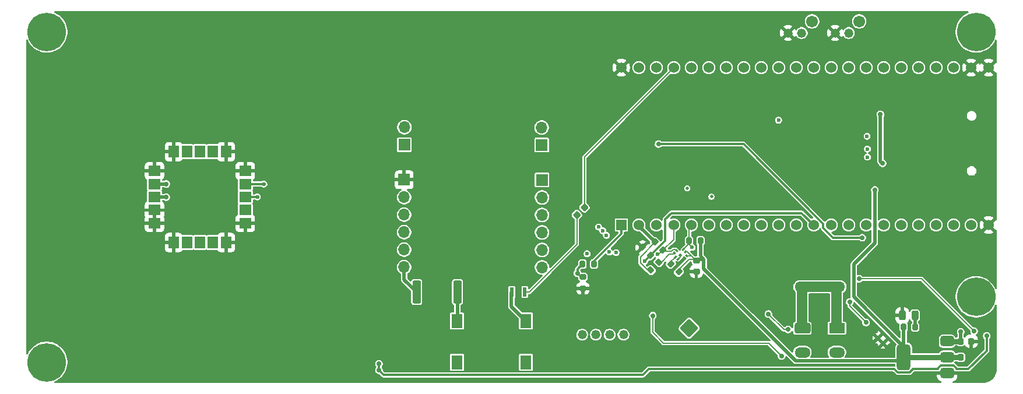
<source format=gtl>
%TF.GenerationSoftware,KiCad,Pcbnew,9.0.5*%
%TF.CreationDate,2026-01-21T19:05:33-06:00*%
%TF.ProjectId,Elysium_2026_ACB,456c7973-6975-46d5-9f32-3032365f4143,rev?*%
%TF.SameCoordinates,Original*%
%TF.FileFunction,Copper,L1,Top*%
%TF.FilePolarity,Positive*%
%FSLAX46Y46*%
G04 Gerber Fmt 4.6, Leading zero omitted, Abs format (unit mm)*
G04 Created by KiCad (PCBNEW 9.0.5) date 2026-01-21 19:05:33*
%MOMM*%
%LPD*%
G01*
G04 APERTURE LIST*
G04 Aperture macros list*
%AMRoundRect*
0 Rectangle with rounded corners*
0 $1 Rounding radius*
0 $2 $3 $4 $5 $6 $7 $8 $9 X,Y pos of 4 corners*
0 Add a 4 corners polygon primitive as box body*
4,1,4,$2,$3,$4,$5,$6,$7,$8,$9,$2,$3,0*
0 Add four circle primitives for the rounded corners*
1,1,$1+$1,$2,$3*
1,1,$1+$1,$4,$5*
1,1,$1+$1,$6,$7*
1,1,$1+$1,$8,$9*
0 Add four rect primitives between the rounded corners*
20,1,$1+$1,$2,$3,$4,$5,0*
20,1,$1+$1,$4,$5,$6,$7,0*
20,1,$1+$1,$6,$7,$8,$9,0*
20,1,$1+$1,$8,$9,$2,$3,0*%
G04 Aperture macros list end*
%TA.AperFunction,ComponentPad*%
%ADD10C,3.600000*%
%TD*%
%TA.AperFunction,ConnectorPad*%
%ADD11C,5.600000*%
%TD*%
%TA.AperFunction,SMDPad,CuDef*%
%ADD12R,1.600000X2.100000*%
%TD*%
%TA.AperFunction,SMDPad,CuDef*%
%ADD13R,1.803400X1.498600*%
%TD*%
%TA.AperFunction,SMDPad,CuDef*%
%ADD14R,1.498600X1.803400*%
%TD*%
%TA.AperFunction,SMDPad,CuDef*%
%ADD15RoundRect,0.250000X0.362500X1.425000X-0.362500X1.425000X-0.362500X-1.425000X0.362500X-1.425000X0*%
%TD*%
%TA.AperFunction,ComponentPad*%
%ADD16O,1.700000X1.700000*%
%TD*%
%TA.AperFunction,ComponentPad*%
%ADD17R,1.700000X1.700000*%
%TD*%
%TA.AperFunction,SMDPad,CuDef*%
%ADD18RoundRect,0.225000X0.017678X-0.335876X0.335876X-0.017678X-0.017678X0.335876X-0.335876X0.017678X0*%
%TD*%
%TA.AperFunction,ComponentPad*%
%ADD19RoundRect,0.250000X-1.060660X0.000000X0.000000X-1.060660X1.060660X0.000000X0.000000X1.060660X0*%
%TD*%
%TA.AperFunction,ComponentPad*%
%ADD20C,2.000000*%
%TD*%
%TA.AperFunction,SMDPad,CuDef*%
%ADD21RoundRect,0.243750X-0.243750X-0.456250X0.243750X-0.456250X0.243750X0.456250X-0.243750X0.456250X0*%
%TD*%
%TA.AperFunction,SMDPad,CuDef*%
%ADD22RoundRect,0.200000X0.335876X0.053033X0.053033X0.335876X-0.335876X-0.053033X-0.053033X-0.335876X0*%
%TD*%
%TA.AperFunction,SMDPad,CuDef*%
%ADD23RoundRect,0.200000X-0.335876X-0.053033X-0.053033X-0.335876X0.335876X0.053033X0.053033X0.335876X0*%
%TD*%
%TA.AperFunction,SMDPad,CuDef*%
%ADD24RoundRect,0.225000X-0.225000X-0.250000X0.225000X-0.250000X0.225000X0.250000X-0.225000X0.250000X0*%
%TD*%
%TA.AperFunction,SMDPad,CuDef*%
%ADD25RoundRect,0.375000X0.625000X0.375000X-0.625000X0.375000X-0.625000X-0.375000X0.625000X-0.375000X0*%
%TD*%
%TA.AperFunction,SMDPad,CuDef*%
%ADD26RoundRect,0.500000X0.500000X1.400000X-0.500000X1.400000X-0.500000X-1.400000X0.500000X-1.400000X0*%
%TD*%
%TA.AperFunction,SMDPad,CuDef*%
%ADD27RoundRect,0.225000X0.250000X-0.225000X0.250000X0.225000X-0.250000X0.225000X-0.250000X-0.225000X0*%
%TD*%
%TA.AperFunction,SMDPad,CuDef*%
%ADD28RoundRect,0.200000X0.200000X0.275000X-0.200000X0.275000X-0.200000X-0.275000X0.200000X-0.275000X0*%
%TD*%
%TA.AperFunction,ComponentPad*%
%ADD29R,2.300000X1.500000*%
%TD*%
%TA.AperFunction,ComponentPad*%
%ADD30RoundRect,0.250001X-0.899999X0.499999X-0.899999X-0.499999X0.899999X-0.499999X0.899999X0.499999X0*%
%TD*%
%TA.AperFunction,ComponentPad*%
%ADD31O,2.300000X1.500000*%
%TD*%
%TA.AperFunction,SMDPad,CuDef*%
%ADD32R,0.558800X1.320800*%
%TD*%
%TA.AperFunction,SMDPad,CuDef*%
%ADD33RoundRect,0.200000X-0.200000X-0.275000X0.200000X-0.275000X0.200000X0.275000X-0.200000X0.275000X0*%
%TD*%
%TA.AperFunction,ComponentPad*%
%ADD34R,1.530000X1.530000*%
%TD*%
%TA.AperFunction,ComponentPad*%
%ADD35C,1.530000*%
%TD*%
%TA.AperFunction,ComponentPad*%
%ADD36C,1.320800*%
%TD*%
%TA.AperFunction,ComponentPad*%
%ADD37C,1.701800*%
%TD*%
%TA.AperFunction,SMDPad,CuDef*%
%ADD38RoundRect,0.200000X-0.053033X0.335876X-0.335876X0.053033X0.053033X-0.335876X0.335876X-0.053033X0*%
%TD*%
%TA.AperFunction,SMDPad,CuDef*%
%ADD39RoundRect,0.200000X-0.275000X0.200000X-0.275000X-0.200000X0.275000X-0.200000X0.275000X0.200000X0*%
%TD*%
%TA.AperFunction,SMDPad,CuDef*%
%ADD40RoundRect,0.087500X0.026517X0.150260X-0.150260X-0.026517X-0.026517X-0.150260X0.150260X0.026517X0*%
%TD*%
%TA.AperFunction,SMDPad,CuDef*%
%ADD41RoundRect,0.087500X-0.026517X0.150260X-0.150260X0.026517X0.026517X-0.150260X0.150260X-0.026517X0*%
%TD*%
%TA.AperFunction,ComponentPad*%
%ADD42C,0.500000*%
%TD*%
%TA.AperFunction,ViaPad*%
%ADD43C,0.600000*%
%TD*%
%TA.AperFunction,ViaPad*%
%ADD44C,0.700000*%
%TD*%
%TA.AperFunction,ViaPad*%
%ADD45C,0.500000*%
%TD*%
%TA.AperFunction,Conductor*%
%ADD46C,0.200000*%
%TD*%
%TA.AperFunction,Conductor*%
%ADD47C,0.500000*%
%TD*%
%TA.AperFunction,Conductor*%
%ADD48C,0.300000*%
%TD*%
%TA.AperFunction,Conductor*%
%ADD49C,1.000000*%
%TD*%
%TA.AperFunction,Conductor*%
%ADD50C,0.750000*%
%TD*%
%TA.AperFunction,Conductor*%
%ADD51C,1.500000*%
%TD*%
G04 APERTURE END LIST*
D10*
%TO.P,REF\u002A\u002A,1*%
%TO.N,N/C*%
X64000000Y-53500000D03*
D11*
X64000000Y-53500000D03*
%TD*%
D12*
%TO.P,LS1,1*%
%TO.N,N/C*%
X123600000Y-101500000D03*
%TO.P,LS1,2*%
X133600000Y-101500000D03*
%TO.P,LS1,LOAD+*%
%TO.N,Net-(LS1-PadLOAD+)*%
X123600000Y-95500000D03*
%TO.P,LS1,LOAD-*%
%TO.N,Net-(Q2-D)*%
X133600000Y-95500000D03*
%TD*%
D10*
%TO.P,REF\u002A\u002A,1*%
%TO.N,N/C*%
X64000000Y-101500000D03*
D11*
X64000000Y-101500000D03*
%TD*%
D13*
%TO.P,U11,1,GND*%
%TO.N,GND*%
X79649998Y-73700000D03*
%TO.P,U11,2,V_IO*%
%TO.N,+3.3V*%
X79649998Y-75600001D03*
%TO.P,U11,3,V_BCKP*%
X79649998Y-77500000D03*
%TO.P,U11,4,GND*%
%TO.N,GND*%
X79649998Y-79399999D03*
%TO.P,U11,5,GND*%
X79649998Y-81300000D03*
D14*
%TO.P,U11,6,GND*%
X82450000Y-84100002D03*
%TO.P,U11,7,TIMEPULSE*%
%TO.N,unconnected-(U11-TIMEPULSE-Pad7)*%
X84350001Y-84100002D03*
%TO.P,U11,8,SAFEBOOT_N*%
%TO.N,unconnected-(U11-SAFEBOOT_N-Pad8)*%
X86250000Y-84100002D03*
%TO.P,U11,9,SDA*%
%TO.N,unconnected-(U11-SDA-Pad9)*%
X88149999Y-84100002D03*
%TO.P,U11,10,GND*%
%TO.N,GND*%
X90050000Y-84100002D03*
D13*
%TO.P,U11,11,GND*%
X92850002Y-81300000D03*
%TO.P,U11,12,SCL*%
%TO.N,unconnected-(U11-SCL-Pad12)*%
X92850002Y-79399999D03*
%TO.P,U11,13,TXD*%
%TO.N,RX*%
X92850002Y-77500000D03*
%TO.P,U11,14,RXD*%
%TO.N,TX*%
X92850002Y-75600001D03*
%TO.P,U11,15,GND*%
%TO.N,GND*%
X92850002Y-73700000D03*
D14*
%TO.P,U11,16,GND*%
X90050000Y-70899998D03*
%TO.P,U11,17,VCC*%
%TO.N,unconnected-(U11-VCC-Pad17)*%
X88149999Y-70899998D03*
%TO.P,U11,18,RESET_N*%
%TO.N,unconnected-(U11-RESET_N-Pad18)*%
X86250000Y-70899998D03*
%TO.P,U11,19,EXTINT*%
%TO.N,unconnected-(U11-EXTINT-Pad19)*%
X84350001Y-70899998D03*
%TO.P,U11,20,GND*%
%TO.N,GND*%
X82450000Y-70899998D03*
%TD*%
D15*
%TO.P,R26,1*%
%TO.N,Net-(LS1-PadLOAD+)*%
X123650000Y-91300000D03*
%TO.P,R26,2*%
%TO.N,+3.3V*%
X117725000Y-91300000D03*
%TD*%
D16*
%TO.P,U13,1,TX*%
%TO.N,unconnected-(U13-TX-Pad1)*%
X115950000Y-67360000D03*
D17*
%TO.P,U13,2,RMP*%
%TO.N,unconnected-(U13-RMP-Pad2)*%
X115950000Y-69900000D03*
%TO.P,U13,3,GND*%
%TO.N,GND*%
X115920000Y-74990000D03*
D16*
%TO.P,U13,4,0*%
%TO.N,unconnected-(U13-0-Pad4)*%
X115920000Y-77530000D03*
%TO.P,U13,5,1*%
%TO.N,unconnected-(U13-1-Pad5)*%
X115920000Y-80070000D03*
%TO.P,U13,6,IRQ*%
%TO.N,unconnected-(U13-IRQ-Pad6)*%
X115920000Y-82610000D03*
%TO.P,U13,7,CLK*%
%TO.N,SCK2*%
X115920000Y-85150000D03*
%TO.P,U13,8,VCC*%
%TO.N,+3.3V*%
X115920000Y-87690000D03*
%TO.P,U13,9,RXN*%
%TO.N,unconnected-(U13-RXN-Pad9)*%
X135900000Y-67400000D03*
D17*
%TO.P,U13,10,RXP*%
%TO.N,unconnected-(U13-RXP-Pad10)*%
X135900000Y-69940000D03*
%TO.P,U13,11,SDN*%
%TO.N,unconnected-(U13-SDN-Pad11)*%
X135940000Y-75020000D03*
D16*
%TO.P,U13,12,GP3*%
%TO.N,unconnected-(U13-GP3-Pad12)*%
X135940000Y-77560000D03*
%TO.P,U13,13,GP2*%
%TO.N,unconnected-(U13-GP2-Pad13)*%
X135940000Y-80100000D03*
%TO.P,U13,14,CS*%
%TO.N,CS2*%
X135940000Y-82640000D03*
%TO.P,U13,15,SI*%
%TO.N,DI2*%
X135940000Y-85180000D03*
%TO.P,U13,16,SO*%
%TO.N,DO2*%
X135940000Y-87720000D03*
%TD*%
D18*
%TO.P,R20,1*%
%TO.N,Net-(Q2-G)*%
X141000000Y-80100000D03*
%TO.P,R20,2*%
%TO.N,Buzzer_Logic*%
X142096016Y-79003984D03*
%TD*%
D19*
%TO.P,C33,1*%
%TO.N,+12V*%
X157307233Y-96553546D03*
D20*
%TO.P,C33,2*%
%TO.N,GND*%
X160842767Y-100089080D03*
%TD*%
D21*
%TO.P,D5,1,K*%
%TO.N,GND*%
X188250000Y-94704963D03*
%TO.P,D5,2,A*%
%TO.N,Net-(D5-A)*%
X190125002Y-94704963D03*
%TD*%
D22*
%TO.P,R2,1*%
%TO.N,SDA*%
X153516726Y-85216726D03*
%TO.P,R2,2*%
%TO.N,+3.3V*%
X152350000Y-84050000D03*
%TD*%
D23*
%TO.P,R1,1*%
%TO.N,Net-(U14-~{CS})*%
X154650000Y-87200000D03*
%TO.P,R1,2*%
%TO.N,+3.3V*%
X155816726Y-88366726D03*
%TD*%
D24*
%TO.P,C44,1*%
%TO.N,+3.3V*%
X196749999Y-100754961D03*
%TO.P,C44,2*%
%TO.N,GND*%
X198299999Y-100754961D03*
%TD*%
D10*
%TO.P,REF\u002A\u002A,1*%
%TO.N,N/C*%
X199000000Y-92000000D03*
D11*
X199000000Y-92000000D03*
%TD*%
D25*
%TO.P,U16,1,GND*%
%TO.N,GND*%
X194774999Y-103042461D03*
%TO.P,U16,2,VO*%
%TO.N,+3.3V*%
X194774998Y-100742461D03*
D26*
X188475000Y-100742461D03*
D25*
%TO.P,U16,3,VI*%
%TO.N,+12V*%
X194774999Y-98442461D03*
%TD*%
D27*
%TO.P,C42,1*%
%TO.N,GND*%
X158350000Y-88300000D03*
%TO.P,C42,2*%
%TO.N,+3.3V*%
X158350000Y-86750000D03*
%TD*%
D28*
%TO.P,R17,1*%
%TO.N,+3.3V*%
X143475000Y-87225000D03*
%TO.P,R17,2*%
%TO.N,Net-(U10-VREF)*%
X141825000Y-87225000D03*
%TD*%
D29*
%TO.P,J2,1,Pin_1*%
%TO.N,Net-(BT1--)*%
X178757500Y-96560000D03*
D30*
X173757500Y-96560000D03*
D31*
%TO.P,J2,2,Pin_2*%
%TO.N,+BATT*%
X178757500Y-100060000D03*
X173757500Y-100060000D03*
%TD*%
D24*
%TO.P,C43,1*%
%TO.N,+12V*%
X196749999Y-98454959D03*
%TO.P,C43,2*%
%TO.N,GND*%
X198299999Y-98454959D03*
%TD*%
D32*
%TO.P,Q2,1,D*%
%TO.N,Net-(Q2-D)*%
X131549999Y-91291900D03*
%TO.P,Q2,2,G*%
%TO.N,Net-(Q2-G)*%
X133450001Y-91291900D03*
%TO.P,Q2,3,S*%
%TO.N,GND*%
X132500000Y-89261500D03*
%TD*%
D33*
%TO.P,R19,1*%
%TO.N,SCL*%
X157300000Y-83850000D03*
%TO.P,R19,2*%
%TO.N,+3.3V*%
X158950000Y-83850000D03*
%TD*%
D29*
%TO.P,BT1,1,+*%
%TO.N,GND*%
X178800000Y-87050000D03*
D30*
X173800000Y-87050000D03*
D31*
%TO.P,BT1,2,-*%
%TO.N,Net-(BT1--)*%
X178800000Y-90550000D03*
X173800000Y-90550000D03*
%TD*%
D34*
%TO.P,U15,J1_1,3V3*%
%TO.N,+3.3V*%
X147460000Y-81560000D03*
D35*
%TO.P,U15,J1_2,3V3.*%
X150000000Y-81560001D03*
%TO.P,U15,J1_3,RST*%
%TO.N,unconnected-(U15-RST-PadJ1_3)*%
X152540000Y-81560000D03*
%TO.P,U15,J1_4,GPIO4*%
%TO.N,SDA*%
X155080000Y-81560000D03*
%TO.P,U15,J1_5,GPIO5*%
%TO.N,SCL*%
X157620000Y-81560000D03*
%TO.P,U15,J1_6,GPIO6*%
%TO.N,PS_INT*%
X160159999Y-81560000D03*
%TO.P,U15,J1_7,GPIO7*%
%TO.N,IMU_INT_1*%
X162700001Y-81560000D03*
%TO.P,U15,J1_8,GPIO15*%
%TO.N,IMU_INT_2*%
X165240000Y-81560000D03*
%TO.P,U15,J1_9,GPIO16*%
%TO.N,unconnected-(U15-GPIO16-PadJ1_9)*%
X167780000Y-81560000D03*
%TO.P,U15,J1_10,GPIO17*%
%TO.N,unconnected-(U15-GPIO17-PadJ1_10)*%
X170320000Y-81560000D03*
%TO.P,U15,J1_11,GPIO18*%
%TO.N,unconnected-(U15-GPIO18-PadJ1_11)*%
X172860001Y-81560000D03*
%TO.P,U15,J1_12,GPIO8*%
%TO.N,ENABLE_STP*%
X175400000Y-81560000D03*
%TO.P,U15,J1_13,GPIO3*%
%TO.N,unconnected-(U15-GPIO3-PadJ1_13)*%
X177940000Y-81560000D03*
%TO.P,U15,J1_14,GPIO46*%
%TO.N,unconnected-(U15-GPIO46-PadJ1_14)*%
X180480000Y-81560000D03*
%TO.P,U15,J1_15,GPIO9*%
%TO.N,unconnected-(U15-GPIO9-PadJ1_15)*%
X183019999Y-81560000D03*
%TO.P,U15,J1_16,GPIO10*%
%TO.N,CS2*%
X185560001Y-81560000D03*
%TO.P,U15,J1_17,GPIO11*%
%TO.N,DO2*%
X188100000Y-81560000D03*
%TO.P,U15,J1_18,GPIO12*%
%TO.N,SCK2*%
X190640000Y-81560000D03*
%TO.P,U15,J1_19,GPIO13*%
%TO.N,DI2*%
X193180000Y-81560000D03*
%TO.P,U15,J1_20,GPIO14*%
%TO.N,unconnected-(U15-GPIO14-PadJ1_20)*%
X195720001Y-81560000D03*
%TO.P,U15,J1_21,5V0*%
%TO.N,unconnected-(U15-5V0-PadJ1_21)*%
X198260000Y-81560000D03*
%TO.P,U15,J1_22,GND3*%
%TO.N,GND*%
X200800000Y-81560000D03*
%TO.P,U15,J3_1,GND*%
X147460000Y-58700000D03*
%TO.P,U15,J3_2,U0TXD/GPIO43*%
%TO.N,TX*%
X150000000Y-58699999D03*
%TO.P,U15,J3_3,U0RXD/GPIO44*%
%TO.N,RX*%
X152540000Y-58700000D03*
%TO.P,U15,J3_4,GPIO1*%
%TO.N,Buzzer_Logic*%
X155080000Y-58700000D03*
%TO.P,U15,J3_5,GPIO2*%
%TO.N,unconnected-(U15-GPIO2-PadJ3_5)*%
X157620000Y-58700000D03*
%TO.P,U15,J3_6,MTMS/GPIO42*%
%TO.N,CS3*%
X160159999Y-58700000D03*
%TO.P,U15,J3_7,MTDI/GPIO41*%
%TO.N,DO3*%
X162700001Y-58700000D03*
%TO.P,U15,J3_8,MTDO/GPIO40*%
%TO.N,DI3*%
X165240000Y-58700000D03*
%TO.P,U15,J3_9,MTCK/GPIO39*%
%TO.N,SCK3*%
X167780000Y-58700000D03*
%TO.P,U15,J3_10,GPIO38*%
%TO.N,CS3_S*%
X170320000Y-58700000D03*
%TO.P,U15,J3_11,GPIO37*%
%TO.N,STEP*%
X172860001Y-58700000D03*
%TO.P,U15,J3_12,GPIO36*%
%TO.N,DIR*%
X175400000Y-58700000D03*
%TO.P,U15,J3_13,GPIO35*%
%TO.N,SWITCH_1*%
X177940000Y-58700000D03*
%TO.P,U15,J3_14,GPIO0*%
%TO.N,SWITCH_2*%
X180480000Y-58700000D03*
%TO.P,U15,J3_15,GPIO45*%
%TO.N,unconnected-(U15-GPIO45-PadJ3_15)*%
X183019999Y-58700000D03*
%TO.P,U15,J3_16,GPIO48*%
%TO.N,unconnected-(U15-GPIO48-PadJ3_16)*%
X185560001Y-58700000D03*
%TO.P,U15,J3_17,GPIO47*%
%TO.N,unconnected-(U15-GPIO47-PadJ3_17)*%
X188100000Y-58700000D03*
%TO.P,U15,J3_18,GPIO21*%
%TO.N,unconnected-(U15-GPIO21-PadJ3_18)*%
X190640000Y-58700000D03*
%TO.P,U15,J3_19,USB_D+/GPIO20*%
%TO.N,unconnected-(U15-USB_D+{slash}GPIO20-PadJ3_19)*%
X193180000Y-58700000D03*
%TO.P,U15,J3_20,USB_D-/GPIO19*%
%TO.N,unconnected-(U15-USB_D-{slash}GPIO19-PadJ3_20)*%
X195720001Y-58700000D03*
%TO.P,U15,J3_21,GND1*%
%TO.N,GND*%
X198260000Y-58700000D03*
%TO.P,U15,J3_22,GND2*%
X200800000Y-58700000D03*
%TD*%
D36*
%TO.P,J3,1,1*%
%TO.N,Net-(J3-Pad1)*%
X180512750Y-53671150D03*
%TO.P,J3,2,2*%
%TO.N,GND*%
X178512749Y-53671150D03*
D37*
%TO.P,J3,3*%
%TO.N,N/C*%
X182012750Y-51971150D03*
%TD*%
D28*
%TO.P,R21,1*%
%TO.N,Net-(D5-A)*%
X190125000Y-96404958D03*
%TO.P,R21,2*%
%TO.N,+3.3V*%
X188475000Y-96404958D03*
%TD*%
D22*
%TO.P,R3,1*%
%TO.N,ENABLE_STP*%
X151675000Y-85975000D03*
%TO.P,R3,2*%
%TO.N,GND*%
X150508274Y-84808274D03*
%TD*%
D36*
%TO.P,J1,1,Pin_1*%
%TO.N,A1*%
X147768099Y-97504299D03*
%TO.P,J1,2,Pin_2*%
%TO.N,A2*%
X145768100Y-97504299D03*
%TO.P,J1,3,Pin_3*%
%TO.N,B2*%
X143768099Y-97504299D03*
%TO.P,J1,4,Pin_4*%
%TO.N,B1*%
X141768101Y-97504299D03*
%TD*%
D10*
%TO.P,REF\u002A\u002A,1*%
%TO.N,N/C*%
X199000000Y-53500000D03*
D11*
X199000000Y-53500000D03*
%TD*%
D36*
%TO.P,J4,1,1*%
%TO.N,Net-(J4-Pad1)*%
X173662750Y-53671150D03*
%TO.P,J4,2,2*%
%TO.N,GND*%
X171662749Y-53671150D03*
D37*
%TO.P,J4,3*%
%TO.N,N/C*%
X175162750Y-51971150D03*
%TD*%
D38*
%TO.P,R31,1*%
%TO.N,Net-(U14-SA0)*%
X152900000Y-86950000D03*
%TO.P,R31,2*%
%TO.N,+3.3V*%
X151733274Y-88116726D03*
%TD*%
D39*
%TO.P,R18,1*%
%TO.N,Net-(U10-VREF)*%
X141875002Y-89104500D03*
%TO.P,R18,2*%
%TO.N,GND*%
X141875002Y-90754500D03*
%TD*%
D40*
%TO.P,U14,1,Vdd_IO*%
%TO.N,+3.3V*%
X156788445Y-85462607D03*
%TO.P,U14,2,SCL*%
%TO.N,SCL*%
X156434891Y-85109053D03*
D41*
%TO.P,U14,3,GND*%
%TO.N,GND*%
X155886883Y-84932277D03*
%TO.P,U14,4,SDA*%
%TO.N,SDA*%
X155533330Y-85285830D03*
%TO.P,U14,5,SA0*%
%TO.N,Net-(U14-SA0)*%
X155179777Y-85639383D03*
D40*
%TO.P,U14,6,~{CS}*%
%TO.N,Net-(U14-~{CS})*%
X155356553Y-86187391D03*
%TO.P,U14,7,INT_DRDY*%
%TO.N,PS_INT*%
X155710107Y-86540945D03*
D41*
%TO.P,U14,8,GND*%
%TO.N,GND*%
X156258115Y-86717721D03*
%TO.P,U14,9,GND*%
X156611668Y-86364168D03*
%TO.P,U14,10,VDD*%
%TO.N,+3.3V*%
X156965221Y-86010615D03*
%TD*%
D42*
%TO.P,U2,15,PAD*%
%TO.N,GND*%
X167973314Y-92032111D03*
X167198314Y-92807111D03*
X167198314Y-91257111D03*
X166423314Y-92032111D03*
%TD*%
%TO.P,U1,15,PAD*%
%TO.N,GND*%
X184680789Y-98004959D03*
X185455789Y-97229959D03*
X185455789Y-98779959D03*
X186230789Y-98004959D03*
%TD*%
D43*
%TO.N,SCL*%
X157750000Y-84800000D03*
%TO.N,SDA*%
X152735804Y-85833436D03*
%TO.N,SCK3*%
X183150000Y-68675000D03*
X145300000Y-83075000D03*
%TO.N,CS3*%
X183200000Y-71700000D03*
%TO.N,DO3*%
X144150003Y-81854501D03*
X170300000Y-66325000D03*
%TO.N,DI3*%
X183200000Y-70525000D03*
X144775000Y-82400000D03*
D44*
%TO.N,Net-(U10-VREF)*%
X141075000Y-88550000D03*
%TO.N,+3.3V*%
X81350000Y-75600000D03*
X184275000Y-76475000D03*
X81350000Y-77500000D03*
D43*
%TO.N,RX*%
X94600000Y-77475000D03*
%TO.N,TX*%
X95540380Y-75615380D03*
%TO.N,DIR*%
X146700000Y-85575000D03*
%TO.N,STEP*%
X145725000Y-85475000D03*
%TO.N,CS3_S*%
X142475000Y-85729496D03*
D44*
%TO.N,+12V*%
X182450000Y-83400000D03*
X182030790Y-89380792D03*
X198705792Y-96979955D03*
X152850000Y-69800000D03*
X152023798Y-94725000D03*
X112250000Y-102650000D03*
X200525000Y-97650000D03*
X196750000Y-97075000D03*
X112250000Y-101750000D03*
X170723397Y-100582194D03*
%TO.N,Net-(U1-VSENSE)*%
X180623396Y-92750000D03*
X182998397Y-95729955D03*
D43*
%TO.N,ENABLE_STP*%
X150825000Y-86850000D03*
D44*
%TO.N,Net-(U2-VSENSE)*%
X168823395Y-94482192D03*
X171700000Y-96750000D03*
D43*
%TO.N,GND*%
X152450000Y-64750000D03*
D45*
X185300000Y-62150000D03*
X159099265Y-75850000D03*
X186250000Y-62150000D03*
X159950000Y-76050000D03*
X159227500Y-77285288D03*
X187100000Y-62150000D03*
%TO.N,IMU_INT_2*%
X160550000Y-77450000D03*
%TO.N,IMU_INT_1*%
X157033235Y-76218235D03*
%TO.N,PS_INT*%
X156050000Y-86000000D03*
D44*
%TO.N,Net-(J8-DAT2)*%
X185400000Y-72599353D03*
X185100000Y-65500000D03*
%TD*%
D46*
%TO.N,SCL*%
X157300000Y-84243944D02*
X156434891Y-85109053D01*
X157620000Y-81560000D02*
X157300000Y-81880000D01*
X157300000Y-84350000D02*
X157300000Y-83850000D01*
X157750000Y-84800000D02*
X157300000Y-84350000D01*
X157300000Y-81880000D02*
X157300000Y-84243944D01*
%TO.N,SDA*%
X153700000Y-85400000D02*
X154749530Y-85400000D01*
X155080000Y-83653452D02*
X155080000Y-81560000D01*
X155295901Y-85138909D02*
X155488076Y-85331084D01*
X154749530Y-85400000D02*
X155010621Y-85138909D01*
X152735804Y-85833436D02*
X152916564Y-85833436D01*
X153516726Y-85216726D02*
X153700000Y-85400000D01*
X153516726Y-85216726D02*
X155080000Y-83653452D01*
X152916564Y-85833436D02*
X153516726Y-85233274D01*
X155010621Y-85138909D02*
X155295901Y-85138909D01*
X155488076Y-85331084D02*
X155533330Y-85285830D01*
X153516726Y-85233274D02*
X153516726Y-85216726D01*
D47*
%TO.N,Net-(D5-A)*%
X190125000Y-96404958D02*
X190125000Y-94704965D01*
X190125000Y-94704965D02*
X190125002Y-94704963D01*
D48*
%TO.N,Net-(U10-VREF)*%
X141075000Y-87975000D02*
X141825000Y-87225000D01*
X141075000Y-88550000D02*
X141075000Y-87975000D01*
X141875002Y-89104500D02*
X141629500Y-89104500D01*
X141629500Y-89104500D02*
X141075000Y-88550000D01*
D47*
%TO.N,+3.3V*%
X172800000Y-101300000D02*
X159434562Y-87934562D01*
D48*
X143475000Y-86804346D02*
X143475000Y-87225000D01*
D47*
X188475000Y-96404958D02*
X188475000Y-100742461D01*
X187917461Y-101300000D02*
X172800000Y-101300000D01*
X159434562Y-86550000D02*
X158950000Y-86065438D01*
D46*
X158125000Y-86550000D02*
X157283452Y-86550000D01*
D49*
X150000000Y-81560001D02*
X150000000Y-81700000D01*
D48*
X147460000Y-82819346D02*
X143475000Y-86804346D01*
D50*
X194787496Y-100754961D02*
X196750000Y-100754958D01*
D47*
X159434562Y-87934562D02*
X159434562Y-86550000D01*
X184275000Y-84200000D02*
X181229790Y-87245210D01*
X159434562Y-86550000D02*
X158125000Y-86550000D01*
X150000000Y-81700000D02*
X152350000Y-84050000D01*
X184275000Y-76475000D02*
X184275000Y-84200000D01*
X115920000Y-87690000D02*
X115920000Y-89495000D01*
D46*
X150224000Y-87098943D02*
X151241783Y-88116726D01*
X157037607Y-85462607D02*
X157585615Y-86010615D01*
X156788445Y-85462607D02*
X157037607Y-85462607D01*
D48*
X147460000Y-81560000D02*
X147460000Y-82819346D01*
D46*
X152350000Y-84050000D02*
X150224000Y-86176000D01*
D47*
X115920000Y-89495000D02*
X117725000Y-91300000D01*
X158950000Y-86065438D02*
X158950000Y-83850000D01*
D46*
X157585615Y-86010615D02*
X158125000Y-86550000D01*
D47*
X79649998Y-75600001D02*
X81350000Y-75600000D01*
D46*
X151241783Y-88116726D02*
X151733274Y-88116726D01*
X157283452Y-86550000D02*
X155616726Y-88216726D01*
X156965221Y-86010615D02*
X157585615Y-86010615D01*
D47*
X79649998Y-77500000D02*
X81350000Y-77500000D01*
D46*
X150224000Y-86176000D02*
X150224000Y-87098943D01*
D47*
X188475000Y-99242215D02*
X188475000Y-100742461D01*
X181229790Y-91997005D02*
X188475000Y-99242215D01*
X181229790Y-87245210D02*
X181229790Y-91997005D01*
X188475000Y-100742461D02*
X187917461Y-101300000D01*
D50*
X188474998Y-100742462D02*
X194774997Y-100742462D01*
D48*
%TO.N,RX*%
X92850002Y-77500000D02*
X94575000Y-77500000D01*
%TO.N,TX*%
X92850002Y-75600001D02*
X95525001Y-75600001D01*
%TO.N,+12V*%
X150588306Y-103350000D02*
X151439306Y-102499000D01*
X197851782Y-102499000D02*
X200525000Y-99825782D01*
X178201737Y-83400000D02*
X176800000Y-81998263D01*
X200525000Y-97650000D02*
X200525000Y-97600000D01*
X165218263Y-69800000D02*
X152850000Y-69800000D01*
D46*
X168866203Y-98725000D02*
X170723397Y-100582194D01*
X153591204Y-98725000D02*
X168866203Y-98725000D01*
X152023798Y-94725000D02*
X152023798Y-97157594D01*
D48*
X193423999Y-102499000D02*
X193423999Y-102366741D01*
X176800000Y-81381737D02*
X165218263Y-69800000D01*
X196125999Y-102499000D02*
X197851782Y-102499000D01*
X193849279Y-101941461D02*
X195700719Y-101941461D01*
D50*
X194787496Y-98454956D02*
X196750000Y-98454956D01*
D48*
X182450000Y-83400000D02*
X178201737Y-83400000D01*
X189334768Y-102993461D02*
X189826000Y-102502229D01*
D47*
X196749999Y-98454959D02*
X196750000Y-97075000D01*
D48*
X187124000Y-102499000D02*
X187124000Y-102502229D01*
X112250000Y-102650000D02*
X112950000Y-103350000D01*
X195700719Y-101941461D02*
X196125999Y-102366741D01*
X187615232Y-102993461D02*
X189334768Y-102993461D01*
X196125999Y-102366741D02*
X196125999Y-102499000D01*
D46*
X191106626Y-89380791D02*
X198705792Y-96979955D01*
D48*
X112250000Y-101750000D02*
X112250000Y-102650000D01*
X200525000Y-99825782D02*
X200525000Y-97650000D01*
X189826000Y-102499000D02*
X193423999Y-102499000D01*
X151439306Y-102499000D02*
X187124000Y-102499000D01*
D46*
X152023798Y-97157594D02*
X153591204Y-98725000D01*
D48*
X189826000Y-102502229D02*
X189826000Y-102499000D01*
X193423999Y-102366741D02*
X193849279Y-101941461D01*
D46*
X182030790Y-89380792D02*
X191106626Y-89380791D01*
D48*
X112950000Y-103350000D02*
X150588306Y-103350000D01*
X176800000Y-81998263D02*
X176800000Y-81381737D01*
X187124000Y-102502229D02*
X187615232Y-102993461D01*
D46*
%TO.N,Net-(U1-VSENSE)*%
X180623396Y-92750000D02*
X180623396Y-93354958D01*
X180623396Y-93354958D02*
X182998397Y-95729955D01*
D51*
%TO.N,Net-(BT1--)*%
X173707500Y-96510000D02*
X173757500Y-96560000D01*
X173707500Y-90642500D02*
X173707500Y-96510000D01*
X178707500Y-96510000D02*
X178757500Y-96560000D01*
X178707500Y-90642500D02*
X178707500Y-96510000D01*
X178800000Y-90550000D02*
X178707500Y-90642500D01*
X173800000Y-90550000D02*
X173707500Y-90642500D01*
X178800000Y-90550000D02*
X173800000Y-90550000D01*
D48*
%TO.N,ENABLE_STP*%
X173665000Y-79825000D02*
X175400000Y-81560000D01*
X151675000Y-85975000D02*
X151675000Y-86000000D01*
X151675000Y-86000000D02*
X150825000Y-86850000D01*
X153800000Y-83850000D02*
X153800000Y-80750000D01*
X153800000Y-80750000D02*
X154725000Y-79825000D01*
X154725000Y-79825000D02*
X173665000Y-79825000D01*
X151675000Y-85975000D02*
X153800000Y-83850000D01*
D46*
%TO.N,Net-(U2-VSENSE)*%
X171091203Y-96750000D02*
X168823395Y-94482192D01*
X171700000Y-96750000D02*
X171091203Y-96750000D01*
D47*
%TO.N,Net-(LS1-PadLOAD+)*%
X123650000Y-91300000D02*
X123650000Y-95450000D01*
X123650000Y-95450000D02*
X123600000Y-95500000D01*
D46*
%TO.N,Buzzer_Logic*%
X142096016Y-71683984D02*
X142096016Y-79003984D01*
X155080000Y-58700000D02*
X142096016Y-71683984D01*
%TO.N,SWITCH_2*%
X180480000Y-58700000D02*
X180500000Y-58700000D01*
%TO.N,Net-(U14-~{CS})*%
X155356553Y-86187391D02*
X155312609Y-86187391D01*
X155312609Y-86187391D02*
X154450000Y-87050000D01*
D47*
%TO.N,Net-(Q2-D)*%
X131499999Y-91341900D02*
X131499999Y-93399999D01*
X131549999Y-91291900D02*
X131499999Y-91341900D01*
X131499999Y-93399999D02*
X133600000Y-95500000D01*
D46*
%TO.N,Net-(Q2-G)*%
X134088501Y-91291900D02*
X133450001Y-91291900D01*
X141000000Y-84380401D02*
X134088501Y-91291900D01*
X141000000Y-80100000D02*
X141000000Y-84380401D01*
%TO.N,Net-(U14-SA0)*%
X155179777Y-85639383D02*
X155018160Y-85801000D01*
X153300000Y-86950000D02*
X152900000Y-86950000D01*
X155018160Y-85801000D02*
X154449000Y-85801000D01*
X154449000Y-85801000D02*
X153300000Y-86950000D01*
%TO.N,PS_INT*%
X156050000Y-86201052D02*
X156050000Y-86000000D01*
X155710107Y-86540945D02*
X156050000Y-86201052D01*
D47*
%TO.N,Net-(J8-DAT2)*%
X185100000Y-72299353D02*
X185400000Y-72599353D01*
X185100000Y-65500000D02*
X185100000Y-72299353D01*
%TD*%
%TA.AperFunction,Conductor*%
%TO.N,GND*%
G36*
X197836836Y-50520185D02*
G01*
X197882591Y-50572989D01*
X197892535Y-50642147D01*
X197863510Y-50705703D01*
X197823599Y-50736220D01*
X197546316Y-50869752D01*
X197260962Y-51049053D01*
X196997477Y-51259174D01*
X196759174Y-51497477D01*
X196549053Y-51760962D01*
X196369752Y-52046316D01*
X196223532Y-52349945D01*
X196112227Y-52668034D01*
X196112223Y-52668046D01*
X196037233Y-52996602D01*
X196037231Y-52996618D01*
X195999500Y-53331491D01*
X195999500Y-53668508D01*
X196037231Y-54003381D01*
X196037233Y-54003397D01*
X196112223Y-54331953D01*
X196112227Y-54331965D01*
X196223532Y-54650054D01*
X196369752Y-54953683D01*
X196369754Y-54953686D01*
X196549054Y-55239039D01*
X196759175Y-55502523D01*
X196997477Y-55740825D01*
X197260961Y-55950946D01*
X197546314Y-56130246D01*
X197849949Y-56276469D01*
X198088848Y-56360063D01*
X198168034Y-56387772D01*
X198168046Y-56387776D01*
X198496606Y-56462767D01*
X198831492Y-56500499D01*
X198831493Y-56500500D01*
X198831496Y-56500500D01*
X199168507Y-56500500D01*
X199168507Y-56500499D01*
X199503394Y-56462767D01*
X199831954Y-56387776D01*
X200150051Y-56276469D01*
X200453686Y-56130246D01*
X200739039Y-55950946D01*
X201002523Y-55740825D01*
X201240825Y-55502523D01*
X201450946Y-55239039D01*
X201630246Y-54953686D01*
X201763780Y-54676400D01*
X201810602Y-54624541D01*
X201878029Y-54606228D01*
X201944653Y-54627276D01*
X201989322Y-54681002D01*
X201999500Y-54730202D01*
X201999500Y-57876410D01*
X201979815Y-57943449D01*
X201927011Y-57989204D01*
X201865772Y-58000028D01*
X201854417Y-57999134D01*
X201291128Y-58562424D01*
X201275245Y-58503147D01*
X201208102Y-58386853D01*
X201113147Y-58291898D01*
X200996853Y-58224755D01*
X200937574Y-58208871D01*
X201500864Y-57645581D01*
X201500863Y-57645580D01*
X201463008Y-57618077D01*
X201285594Y-57527679D01*
X201096222Y-57466147D01*
X200899563Y-57435000D01*
X200700437Y-57435000D01*
X200503777Y-57466147D01*
X200314405Y-57527679D01*
X200136990Y-57618077D01*
X200099135Y-57645580D01*
X200099135Y-57645581D01*
X200662425Y-58208871D01*
X200603147Y-58224755D01*
X200486853Y-58291898D01*
X200391898Y-58386853D01*
X200324755Y-58503147D01*
X200308871Y-58562425D01*
X199745581Y-57999135D01*
X199745580Y-57999135D01*
X199718074Y-58036995D01*
X199718073Y-58036996D01*
X199640484Y-58189272D01*
X199592510Y-58240068D01*
X199524689Y-58256863D01*
X199458554Y-58234325D01*
X199419516Y-58189272D01*
X199341928Y-58036999D01*
X199314417Y-57999135D01*
X199314417Y-57999134D01*
X198751128Y-58562424D01*
X198735245Y-58503147D01*
X198668102Y-58386853D01*
X198573147Y-58291898D01*
X198456853Y-58224755D01*
X198397574Y-58208871D01*
X198960864Y-57645581D01*
X198960863Y-57645580D01*
X198923008Y-57618077D01*
X198745594Y-57527679D01*
X198556222Y-57466147D01*
X198359563Y-57435000D01*
X198160437Y-57435000D01*
X197963777Y-57466147D01*
X197774405Y-57527679D01*
X197596990Y-57618077D01*
X197559135Y-57645580D01*
X197559135Y-57645581D01*
X198122425Y-58208871D01*
X198063147Y-58224755D01*
X197946853Y-58291898D01*
X197851898Y-58386853D01*
X197784755Y-58503147D01*
X197768871Y-58562425D01*
X197205581Y-57999135D01*
X197205580Y-57999135D01*
X197178077Y-58036990D01*
X197087679Y-58214405D01*
X197026147Y-58403777D01*
X196995000Y-58600436D01*
X196995000Y-58799563D01*
X197026147Y-58996222D01*
X197087679Y-59185594D01*
X197178077Y-59363008D01*
X197205580Y-59400863D01*
X197205581Y-59400864D01*
X197768871Y-58837574D01*
X197784755Y-58896853D01*
X197851898Y-59013147D01*
X197946853Y-59108102D01*
X198063147Y-59175245D01*
X198122425Y-59191128D01*
X197559134Y-59754417D01*
X197596994Y-59781924D01*
X197774405Y-59872320D01*
X197963777Y-59933852D01*
X198160437Y-59965000D01*
X198359563Y-59965000D01*
X198556222Y-59933852D01*
X198745594Y-59872320D01*
X198923005Y-59781924D01*
X198960863Y-59754418D01*
X198960863Y-59754417D01*
X198397574Y-59191128D01*
X198456853Y-59175245D01*
X198573147Y-59108102D01*
X198668102Y-59013147D01*
X198735245Y-58896853D01*
X198751128Y-58837574D01*
X199314417Y-59400863D01*
X199314418Y-59400863D01*
X199341924Y-59363005D01*
X199419515Y-59210727D01*
X199467490Y-59159931D01*
X199535311Y-59143136D01*
X199601446Y-59165674D01*
X199640485Y-59210727D01*
X199718077Y-59363008D01*
X199745580Y-59400863D01*
X199745581Y-59400864D01*
X200308871Y-58837574D01*
X200324755Y-58896853D01*
X200391898Y-59013147D01*
X200486853Y-59108102D01*
X200603147Y-59175245D01*
X200662425Y-59191128D01*
X200099134Y-59754417D01*
X200136994Y-59781924D01*
X200314405Y-59872320D01*
X200503777Y-59933852D01*
X200700437Y-59965000D01*
X200899563Y-59965000D01*
X201096222Y-59933852D01*
X201285594Y-59872320D01*
X201463005Y-59781924D01*
X201500863Y-59754418D01*
X201500863Y-59754417D01*
X200937574Y-59191128D01*
X200996853Y-59175245D01*
X201113147Y-59108102D01*
X201208102Y-59013147D01*
X201275245Y-58896853D01*
X201291128Y-58837574D01*
X201854417Y-59400863D01*
X201865772Y-59399970D01*
X201934149Y-59414335D01*
X201983906Y-59463387D01*
X201999500Y-59523588D01*
X201999500Y-80736410D01*
X201979815Y-80803449D01*
X201927011Y-80849204D01*
X201865772Y-80860028D01*
X201854417Y-80859134D01*
X201291128Y-81422424D01*
X201275245Y-81363147D01*
X201208102Y-81246853D01*
X201113147Y-81151898D01*
X200996853Y-81084755D01*
X200937574Y-81068871D01*
X201500864Y-80505581D01*
X201500863Y-80505580D01*
X201463008Y-80478077D01*
X201285594Y-80387679D01*
X201096222Y-80326147D01*
X200899563Y-80295000D01*
X200700437Y-80295000D01*
X200503777Y-80326147D01*
X200314405Y-80387679D01*
X200136990Y-80478077D01*
X200099135Y-80505580D01*
X200099135Y-80505581D01*
X200662425Y-81068871D01*
X200603147Y-81084755D01*
X200486853Y-81151898D01*
X200391898Y-81246853D01*
X200324755Y-81363147D01*
X200308871Y-81422425D01*
X199745581Y-80859135D01*
X199745580Y-80859135D01*
X199718077Y-80896990D01*
X199627679Y-81074405D01*
X199566147Y-81263777D01*
X199535000Y-81460436D01*
X199535000Y-81659563D01*
X199566147Y-81856222D01*
X199627679Y-82045594D01*
X199718077Y-82223008D01*
X199745580Y-82260863D01*
X199745581Y-82260864D01*
X200308871Y-81697574D01*
X200324755Y-81756853D01*
X200391898Y-81873147D01*
X200486853Y-81968102D01*
X200603147Y-82035245D01*
X200662425Y-82051128D01*
X200099134Y-82614417D01*
X200136994Y-82641924D01*
X200314405Y-82732320D01*
X200503777Y-82793852D01*
X200700437Y-82825000D01*
X200899563Y-82825000D01*
X201096222Y-82793852D01*
X201285594Y-82732320D01*
X201463005Y-82641924D01*
X201500863Y-82614418D01*
X201500863Y-82614417D01*
X200937574Y-82051128D01*
X200996853Y-82035245D01*
X201113147Y-81968102D01*
X201208102Y-81873147D01*
X201275245Y-81756853D01*
X201291128Y-81697574D01*
X201854417Y-82260863D01*
X201865772Y-82259970D01*
X201934149Y-82274335D01*
X201983906Y-82323387D01*
X201999500Y-82383588D01*
X201999500Y-90769797D01*
X201979815Y-90836836D01*
X201927011Y-90882591D01*
X201857853Y-90892535D01*
X201794297Y-90863510D01*
X201763780Y-90823599D01*
X201630247Y-90546316D01*
X201599836Y-90497917D01*
X201450946Y-90260961D01*
X201240825Y-89997477D01*
X201002523Y-89759175D01*
X200970312Y-89733488D01*
X200889304Y-89668886D01*
X200739039Y-89549054D01*
X200453686Y-89369754D01*
X200453683Y-89369752D01*
X200150054Y-89223532D01*
X199831965Y-89112227D01*
X199831953Y-89112223D01*
X199503397Y-89037233D01*
X199503381Y-89037231D01*
X199168508Y-88999500D01*
X199168504Y-88999500D01*
X198831496Y-88999500D01*
X198831491Y-88999500D01*
X198496618Y-89037231D01*
X198496602Y-89037233D01*
X198168046Y-89112223D01*
X198168034Y-89112227D01*
X197849945Y-89223532D01*
X197546316Y-89369752D01*
X197260962Y-89549053D01*
X196997477Y-89759174D01*
X196759174Y-89997477D01*
X196549053Y-90260962D01*
X196369752Y-90546316D01*
X196223532Y-90849945D01*
X196112227Y-91168034D01*
X196112223Y-91168046D01*
X196037233Y-91496602D01*
X196037231Y-91496618D01*
X195999500Y-91831491D01*
X195999500Y-92168508D01*
X196037231Y-92503381D01*
X196037233Y-92503397D01*
X196112223Y-92831953D01*
X196112227Y-92831965D01*
X196223532Y-93150054D01*
X196369752Y-93453683D01*
X196373288Y-93459310D01*
X196549054Y-93739039D01*
X196759175Y-94002523D01*
X196997477Y-94240825D01*
X197260961Y-94450946D01*
X197546314Y-94630246D01*
X197546316Y-94630247D01*
X197583185Y-94648002D01*
X197849949Y-94776469D01*
X198005684Y-94830963D01*
X198168034Y-94887772D01*
X198168046Y-94887776D01*
X198496606Y-94962767D01*
X198831492Y-95000499D01*
X198831493Y-95000500D01*
X198831496Y-95000500D01*
X199168507Y-95000500D01*
X199168507Y-95000499D01*
X199503394Y-94962767D01*
X199831954Y-94887776D01*
X200150051Y-94776469D01*
X200453686Y-94630246D01*
X200739039Y-94450946D01*
X201002523Y-94240825D01*
X201240825Y-94002523D01*
X201450946Y-93739039D01*
X201630246Y-93453686D01*
X201763780Y-93176400D01*
X201810602Y-93124541D01*
X201878029Y-93106228D01*
X201944653Y-93127276D01*
X201989322Y-93181002D01*
X201999500Y-93230202D01*
X201999500Y-102495933D01*
X201999235Y-102504043D01*
X201982925Y-102752883D01*
X201980807Y-102768964D01*
X201932954Y-103009535D01*
X201928756Y-103025202D01*
X201849909Y-103257479D01*
X201843702Y-103272465D01*
X201735212Y-103492460D01*
X201727102Y-103506507D01*
X201590825Y-103710460D01*
X201580951Y-103723328D01*
X201419218Y-103907749D01*
X201407749Y-103919218D01*
X201223328Y-104080951D01*
X201210460Y-104090825D01*
X201006507Y-104227102D01*
X200992460Y-104235212D01*
X200772465Y-104343702D01*
X200757479Y-104349909D01*
X200525202Y-104428756D01*
X200509535Y-104432954D01*
X200268964Y-104480807D01*
X200252883Y-104482925D01*
X200004043Y-104499235D01*
X199995933Y-104499500D01*
X195687066Y-104499500D01*
X195620027Y-104479815D01*
X195574272Y-104427011D01*
X195564328Y-104357853D01*
X195593353Y-104294297D01*
X195652131Y-104256523D01*
X195657139Y-104255165D01*
X195703522Y-104243629D01*
X195874021Y-104159070D01*
X195874024Y-104159068D01*
X196022365Y-104039828D01*
X196022366Y-104039827D01*
X196141606Y-103891486D01*
X196141608Y-103891483D01*
X196226167Y-103720984D01*
X196272101Y-103536285D01*
X196274999Y-103493557D01*
X196274999Y-103292461D01*
X193274999Y-103292461D01*
X193274999Y-103493557D01*
X193277896Y-103536285D01*
X193323830Y-103720984D01*
X193408389Y-103891483D01*
X193408391Y-103891486D01*
X193527631Y-104039827D01*
X193527632Y-104039828D01*
X193675973Y-104159068D01*
X193675976Y-104159070D01*
X193846475Y-104243629D01*
X193892859Y-104255165D01*
X193953166Y-104290448D01*
X193984824Y-104352734D01*
X193977783Y-104422247D01*
X193934277Y-104476919D01*
X193868120Y-104499391D01*
X193862932Y-104499500D01*
X65230203Y-104499500D01*
X65163164Y-104479815D01*
X65117409Y-104427011D01*
X65107465Y-104357853D01*
X65136490Y-104294297D01*
X65176401Y-104263780D01*
X65393832Y-104159070D01*
X65453686Y-104130246D01*
X65739039Y-103950946D01*
X66002523Y-103740825D01*
X66240825Y-103502523D01*
X66450946Y-103239039D01*
X66630246Y-102953686D01*
X66776469Y-102650051D01*
X66887776Y-102331954D01*
X66962767Y-102003394D01*
X66999484Y-101677525D01*
X111699500Y-101677525D01*
X111699500Y-101822475D01*
X111737016Y-101962485D01*
X111737017Y-101962488D01*
X111809488Y-102088011D01*
X111809493Y-102088017D01*
X111833795Y-102112319D01*
X111867280Y-102173642D01*
X111862296Y-102243334D01*
X111833795Y-102287681D01*
X111809493Y-102311982D01*
X111809488Y-102311988D01*
X111737017Y-102437511D01*
X111737016Y-102437515D01*
X111699500Y-102577525D01*
X111699500Y-102722475D01*
X111733537Y-102849500D01*
X111737017Y-102862488D01*
X111809488Y-102988011D01*
X111809490Y-102988013D01*
X111809491Y-102988015D01*
X111911985Y-103090509D01*
X111911986Y-103090510D01*
X111911988Y-103090511D01*
X112037511Y-103162982D01*
X112037512Y-103162982D01*
X112037515Y-103162984D01*
X112177525Y-103200500D01*
X112253456Y-103200500D01*
X112320495Y-103220185D01*
X112341137Y-103236819D01*
X112734787Y-103630469D01*
X112814712Y-103676614D01*
X112903856Y-103700500D01*
X112903858Y-103700500D01*
X150634448Y-103700500D01*
X150634450Y-103700500D01*
X150723594Y-103676614D01*
X150803518Y-103630470D01*
X151548169Y-102885819D01*
X151609492Y-102852334D01*
X151635850Y-102849500D01*
X186924227Y-102849500D01*
X186991266Y-102869185D01*
X187011908Y-102885819D01*
X187400020Y-103273931D01*
X187451852Y-103303856D01*
X187451854Y-103303857D01*
X187479941Y-103320074D01*
X187479943Y-103320074D01*
X187479944Y-103320075D01*
X187569088Y-103343961D01*
X187569090Y-103343961D01*
X189380910Y-103343961D01*
X189380912Y-103343961D01*
X189470056Y-103320075D01*
X189498148Y-103303856D01*
X189549980Y-103273931D01*
X189938092Y-102885819D01*
X189999415Y-102852334D01*
X190025773Y-102849500D01*
X193470141Y-102849500D01*
X193470143Y-102849500D01*
X193559287Y-102825614D01*
X193559290Y-102825612D01*
X193587936Y-102809074D01*
X193649936Y-102792461D01*
X195900062Y-102792461D01*
X195962062Y-102809074D01*
X195990707Y-102825612D01*
X195990708Y-102825612D01*
X195990711Y-102825614D01*
X196079855Y-102849500D01*
X196079857Y-102849500D01*
X197897923Y-102849500D01*
X197897926Y-102849500D01*
X197987070Y-102825614D01*
X197993588Y-102821851D01*
X198066994Y-102779470D01*
X200805470Y-100040994D01*
X200851614Y-99961070D01*
X200852702Y-99957010D01*
X200875500Y-99871926D01*
X200875500Y-98129386D01*
X200895185Y-98062347D01*
X200911819Y-98041705D01*
X200923791Y-98029733D01*
X200965509Y-97988015D01*
X201037984Y-97862485D01*
X201075500Y-97722475D01*
X201075500Y-97577525D01*
X201037984Y-97437515D01*
X201013847Y-97395709D01*
X200965511Y-97311988D01*
X200965506Y-97311982D01*
X200863017Y-97209493D01*
X200863011Y-97209488D01*
X200737488Y-97137017D01*
X200737489Y-97137017D01*
X200726006Y-97133940D01*
X200597475Y-97099500D01*
X200452525Y-97099500D01*
X200323993Y-97133940D01*
X200312511Y-97137017D01*
X200186988Y-97209488D01*
X200186982Y-97209493D01*
X200084493Y-97311982D01*
X200084488Y-97311988D01*
X200012017Y-97437511D01*
X200012016Y-97437515D01*
X199974500Y-97577525D01*
X199974500Y-97722475D01*
X200010394Y-97856431D01*
X200012017Y-97862488D01*
X200084488Y-97988011D01*
X200084493Y-97988017D01*
X200138181Y-98041705D01*
X200171666Y-98103028D01*
X200174500Y-98129386D01*
X200174500Y-99629238D01*
X200154815Y-99696277D01*
X200138181Y-99716919D01*
X197742919Y-102112181D01*
X197681596Y-102145666D01*
X197655238Y-102148500D01*
X196454802Y-102148500D01*
X196387763Y-102128815D01*
X196367121Y-102112181D01*
X195915932Y-101660992D01*
X195915931Y-101660991D01*
X195894518Y-101648628D01*
X195884468Y-101638087D01*
X195871485Y-101631492D01*
X195860842Y-101613308D01*
X195846303Y-101598060D01*
X195843547Y-101583759D01*
X195836191Y-101571192D01*
X195837067Y-101550140D01*
X195833081Y-101529453D01*
X195838545Y-101514667D01*
X195839099Y-101501383D01*
X195853217Y-101474969D01*
X195855085Y-101469917D01*
X195856560Y-101467819D01*
X195902696Y-101407694D01*
X195908227Y-101394340D01*
X195916107Y-101383134D01*
X195933143Y-101369571D01*
X195946807Y-101352611D01*
X195959941Y-101348237D01*
X195970770Y-101339617D01*
X195992436Y-101337417D01*
X196013098Y-101330538D01*
X196017500Y-101330458D01*
X196199789Y-101330458D01*
X196266828Y-101350143D01*
X196271556Y-101353374D01*
X196271776Y-101353486D01*
X196271779Y-101353489D01*
X196391873Y-101414680D01*
X196391875Y-101414680D01*
X196391877Y-101414681D01*
X196491506Y-101430461D01*
X196491511Y-101430461D01*
X197008492Y-101430461D01*
X197108120Y-101414681D01*
X197108120Y-101414680D01*
X197108125Y-101414680D01*
X197228219Y-101353489D01*
X197323527Y-101258181D01*
X197384718Y-101138087D01*
X197385572Y-101132694D01*
X197400499Y-101038454D01*
X197400499Y-100471467D01*
X197384719Y-100371839D01*
X197384718Y-100371837D01*
X197384718Y-100371835D01*
X197323527Y-100251741D01*
X197323525Y-100251739D01*
X197323522Y-100251735D01*
X197228224Y-100156437D01*
X197228220Y-100156434D01*
X197228219Y-100156433D01*
X197108125Y-100095242D01*
X197108123Y-100095241D01*
X197108120Y-100095240D01*
X197008492Y-100079461D01*
X197008487Y-100079461D01*
X196491511Y-100079461D01*
X196491506Y-100079461D01*
X196391875Y-100095240D01*
X196263083Y-100160863D01*
X196262366Y-100159456D01*
X196252636Y-100162928D01*
X196234732Y-100174435D01*
X196210705Y-100177889D01*
X196206876Y-100179256D01*
X196199797Y-100179458D01*
X196027895Y-100179458D01*
X195960856Y-100159773D01*
X195915101Y-100106969D01*
X195913334Y-100102910D01*
X195902697Y-100077230D01*
X195902696Y-100077229D01*
X195902696Y-100077228D01*
X195810449Y-99957010D01*
X195690231Y-99864763D01*
X195690227Y-99864761D01*
X195626799Y-99838488D01*
X195550234Y-99806774D01*
X195536169Y-99804922D01*
X195437725Y-99791961D01*
X195437718Y-99791961D01*
X194112278Y-99791961D01*
X194112270Y-99791961D01*
X193999762Y-99806774D01*
X193999761Y-99806774D01*
X193859768Y-99864761D01*
X193859765Y-99864762D01*
X193859765Y-99864763D01*
X193739547Y-99957010D01*
X193661890Y-100058215D01*
X193647298Y-100077231D01*
X193641839Y-100090412D01*
X193597999Y-100144817D01*
X193531706Y-100166883D01*
X193527277Y-100166962D01*
X189799500Y-100166962D01*
X189732461Y-100147277D01*
X189686706Y-100094473D01*
X189675500Y-100042962D01*
X189675500Y-99285847D01*
X189670235Y-99227911D01*
X189669086Y-99215265D01*
X189618478Y-99052855D01*
X189530472Y-98907276D01*
X189530470Y-98907274D01*
X189530469Y-98907272D01*
X189410188Y-98786991D01*
X189409516Y-98786585D01*
X189264606Y-98698983D01*
X189102196Y-98648375D01*
X189102193Y-98648374D01*
X189038277Y-98642566D01*
X188973294Y-98616894D01*
X188932506Y-98560166D01*
X188925500Y-98519075D01*
X188925500Y-97047212D01*
X188945185Y-96980173D01*
X188961820Y-96959530D01*
X189003046Y-96918304D01*
X189003050Y-96918300D01*
X189060646Y-96805262D01*
X189060646Y-96805260D01*
X189060647Y-96805259D01*
X189075499Y-96711482D01*
X189075500Y-96711477D01*
X189075499Y-96098440D01*
X189060646Y-96004654D01*
X189003050Y-95891616D01*
X189003046Y-95891612D01*
X189003045Y-95891610D01*
X188996790Y-95885355D01*
X188963305Y-95824032D01*
X188968289Y-95754340D01*
X188996790Y-95709992D01*
X189081131Y-95625651D01*
X189172403Y-95477677D01*
X189172406Y-95477670D01*
X189227604Y-95311093D01*
X189267376Y-95253647D01*
X189331892Y-95226824D01*
X189400668Y-95239139D01*
X189451868Y-95286682D01*
X189462351Y-95309140D01*
X189484047Y-95371143D01*
X189563571Y-95478893D01*
X189585271Y-95494908D01*
X189624134Y-95523590D01*
X189627156Y-95527570D01*
X189631703Y-95529647D01*
X189648074Y-95555121D01*
X189666384Y-95579237D01*
X189667511Y-95585366D01*
X189669477Y-95588425D01*
X189674500Y-95623360D01*
X189674500Y-95762703D01*
X189654815Y-95829742D01*
X189638181Y-95850384D01*
X189596954Y-95891610D01*
X189596951Y-95891615D01*
X189539352Y-96004656D01*
X189524500Y-96098433D01*
X189524500Y-96711475D01*
X189529237Y-96741382D01*
X189539354Y-96805262D01*
X189596950Y-96918300D01*
X189596952Y-96918302D01*
X189596954Y-96918305D01*
X189686652Y-97008003D01*
X189686654Y-97008004D01*
X189686658Y-97008008D01*
X189773835Y-97052427D01*
X189799698Y-97065605D01*
X189887116Y-97079449D01*
X189890330Y-97079959D01*
X189893475Y-97080457D01*
X189893481Y-97080458D01*
X190356518Y-97080457D01*
X190450304Y-97065604D01*
X190563342Y-97008008D01*
X190653050Y-96918300D01*
X190710646Y-96805262D01*
X190710646Y-96805260D01*
X190710647Y-96805259D01*
X190725499Y-96711482D01*
X190725500Y-96711477D01*
X190725499Y-96098440D01*
X190710646Y-96004654D01*
X190653050Y-95891616D01*
X190653046Y-95891612D01*
X190653045Y-95891610D01*
X190611819Y-95850384D01*
X190597115Y-95823456D01*
X190580523Y-95797638D01*
X190579631Y-95791437D01*
X190578334Y-95789061D01*
X190575500Y-95762703D01*
X190575500Y-95623363D01*
X190595185Y-95556324D01*
X190595188Y-95556321D01*
X190625864Y-95523594D01*
X190686432Y-95478893D01*
X190765957Y-95371142D01*
X190806812Y-95254386D01*
X190810186Y-95244744D01*
X190810186Y-95244741D01*
X190810188Y-95244737D01*
X190811868Y-95226824D01*
X190813002Y-95214731D01*
X190813002Y-94195194D01*
X190811438Y-94178526D01*
X190810188Y-94165189D01*
X190810186Y-94165185D01*
X190810186Y-94165181D01*
X190765957Y-94038784D01*
X190765956Y-94038782D01*
X190686432Y-93931032D01*
X190578682Y-93851508D01*
X190578680Y-93851507D01*
X190452283Y-93807278D01*
X190452271Y-93807276D01*
X190422270Y-93804463D01*
X190422266Y-93804463D01*
X189827738Y-93804463D01*
X189827734Y-93804463D01*
X189797732Y-93807276D01*
X189797720Y-93807278D01*
X189671323Y-93851507D01*
X189671321Y-93851508D01*
X189563571Y-93931032D01*
X189484047Y-94038782D01*
X189462351Y-94100785D01*
X189421628Y-94157561D01*
X189356675Y-94183307D01*
X189288114Y-94169850D01*
X189237712Y-94121462D01*
X189227604Y-94098833D01*
X189172405Y-93932253D01*
X189172403Y-93932248D01*
X189081129Y-93784271D01*
X188958191Y-93661333D01*
X188810214Y-93570059D01*
X188810209Y-93570057D01*
X188645173Y-93515370D01*
X188543315Y-93504963D01*
X188500000Y-93504963D01*
X188500000Y-94580963D01*
X188480315Y-94648002D01*
X188427511Y-94693757D01*
X188376000Y-94704963D01*
X188250000Y-94704963D01*
X188250000Y-94830963D01*
X188230315Y-94898002D01*
X188177511Y-94943757D01*
X188126000Y-94954963D01*
X187262500Y-94954963D01*
X187262500Y-95210778D01*
X187272907Y-95312636D01*
X187327594Y-95477672D01*
X187327596Y-95477677D01*
X187418870Y-95625654D01*
X187541808Y-95748592D01*
X187689785Y-95839866D01*
X187689790Y-95839868D01*
X187804260Y-95877800D01*
X187861705Y-95917573D01*
X187888528Y-95982089D01*
X187887730Y-96014903D01*
X187874500Y-96098438D01*
X187874500Y-96711475D01*
X187879237Y-96741382D01*
X187889354Y-96805262D01*
X187946950Y-96918300D01*
X187946952Y-96918302D01*
X187946953Y-96918304D01*
X187988180Y-96959530D01*
X188021666Y-97020853D01*
X188024500Y-97047212D01*
X188024500Y-97855250D01*
X188004815Y-97922289D01*
X187952011Y-97968044D01*
X187882853Y-97977988D01*
X187819297Y-97948963D01*
X187812819Y-97942931D01*
X184069035Y-94199147D01*
X187262500Y-94199147D01*
X187262500Y-94454963D01*
X188000000Y-94454963D01*
X188000000Y-93504963D01*
X187956684Y-93504963D01*
X187854826Y-93515370D01*
X187689790Y-93570057D01*
X187689785Y-93570059D01*
X187541808Y-93661333D01*
X187418870Y-93784271D01*
X187327596Y-93932248D01*
X187327594Y-93932253D01*
X187272907Y-94097289D01*
X187262500Y-94199147D01*
X184069035Y-94199147D01*
X181716609Y-91846721D01*
X181683124Y-91785398D01*
X181680290Y-91759040D01*
X181680290Y-90018394D01*
X181699975Y-89951355D01*
X181752779Y-89905600D01*
X181821937Y-89895656D01*
X181836363Y-89898614D01*
X181958315Y-89931292D01*
X181958318Y-89931292D01*
X182103262Y-89931292D01*
X182103265Y-89931292D01*
X182243275Y-89893776D01*
X182368805Y-89821301D01*
X182471299Y-89718807D01*
X182471299Y-89718806D01*
X182472497Y-89717609D01*
X182533820Y-89684125D01*
X182560178Y-89681291D01*
X190930793Y-89681291D01*
X190997832Y-89700976D01*
X191018473Y-89717609D01*
X196369876Y-95069011D01*
X198118973Y-96818107D01*
X198152458Y-96879430D01*
X198155292Y-96905788D01*
X198155292Y-96907480D01*
X198155292Y-97052430D01*
X198192290Y-97190506D01*
X198192809Y-97192443D01*
X198251420Y-97293959D01*
X198267893Y-97361859D01*
X198245041Y-97427886D01*
X198190120Y-97471076D01*
X198144034Y-97479959D01*
X198026692Y-97479959D01*
X198026675Y-97479960D01*
X197927391Y-97490103D01*
X197766517Y-97543411D01*
X197766506Y-97543416D01*
X197622270Y-97632383D01*
X197622266Y-97632386D01*
X197502425Y-97752227D01*
X197440391Y-97852800D01*
X197423099Y-97868352D01*
X197409163Y-97886969D01*
X197397611Y-97891277D01*
X197388443Y-97899524D01*
X197365488Y-97903258D01*
X197343699Y-97911386D01*
X197331649Y-97908764D01*
X197319480Y-97910745D01*
X197298150Y-97901477D01*
X197275426Y-97896534D01*
X197259730Y-97884784D01*
X197255398Y-97882902D01*
X197247172Y-97875383D01*
X197236818Y-97865029D01*
X197203333Y-97803706D01*
X197200499Y-97777348D01*
X197200499Y-97428936D01*
X197217111Y-97366936D01*
X197262984Y-97287485D01*
X197300500Y-97147475D01*
X197300500Y-97002525D01*
X197262984Y-96862515D01*
X197247442Y-96835596D01*
X197190511Y-96736988D01*
X197190506Y-96736982D01*
X197088017Y-96634493D01*
X197088011Y-96634488D01*
X196962488Y-96562017D01*
X196962489Y-96562017D01*
X196951006Y-96558940D01*
X196822475Y-96524500D01*
X196677525Y-96524500D01*
X196548993Y-96558940D01*
X196537511Y-96562017D01*
X196411988Y-96634488D01*
X196411982Y-96634493D01*
X196309493Y-96736982D01*
X196309488Y-96736988D01*
X196237017Y-96862511D01*
X196237016Y-96862515D01*
X196199500Y-97002525D01*
X196199500Y-97147475D01*
X196216118Y-97209493D01*
X196237016Y-97287486D01*
X196237017Y-97287487D01*
X196277221Y-97357123D01*
X196282886Y-97366934D01*
X196299499Y-97428934D01*
X196299499Y-97755456D01*
X196296948Y-97764141D01*
X196298237Y-97773103D01*
X196287258Y-97797143D01*
X196279814Y-97822495D01*
X196272973Y-97828422D01*
X196269212Y-97836659D01*
X196246977Y-97850948D01*
X196227010Y-97868250D01*
X196216495Y-97870537D01*
X196210434Y-97874433D01*
X196175499Y-97879456D01*
X196027895Y-97879456D01*
X195960856Y-97859771D01*
X195915101Y-97806967D01*
X195913334Y-97802908D01*
X195902698Y-97777230D01*
X195902697Y-97777229D01*
X195902697Y-97777228D01*
X195810450Y-97657010D01*
X195690232Y-97564763D01*
X195690228Y-97564761D01*
X195626800Y-97538488D01*
X195550235Y-97506774D01*
X195536170Y-97504922D01*
X195437726Y-97491961D01*
X195437719Y-97491961D01*
X194112279Y-97491961D01*
X194112271Y-97491961D01*
X193999763Y-97506774D01*
X193999762Y-97506774D01*
X193859769Y-97564761D01*
X193859766Y-97564762D01*
X193859766Y-97564763D01*
X193739548Y-97657010D01*
X193650467Y-97773103D01*
X193647299Y-97777231D01*
X193589312Y-97917224D01*
X193589312Y-97917225D01*
X193574499Y-98029733D01*
X193574499Y-98855188D01*
X193585457Y-98938416D01*
X193589017Y-98965460D01*
X193589312Y-98967696D01*
X193589312Y-98967697D01*
X193647012Y-99106998D01*
X193647301Y-99107694D01*
X193739548Y-99227912D01*
X193859766Y-99320159D01*
X193999763Y-99378148D01*
X194112279Y-99392961D01*
X194112286Y-99392961D01*
X195437712Y-99392961D01*
X195437719Y-99392961D01*
X195550235Y-99378148D01*
X195690232Y-99320159D01*
X195810450Y-99227912D01*
X195902697Y-99107694D01*
X195902725Y-99107625D01*
X195902986Y-99106998D01*
X195903383Y-99106504D01*
X195906763Y-99100652D01*
X195907675Y-99101179D01*
X195915528Y-99091435D01*
X195923832Y-99073253D01*
X195937005Y-99064786D01*
X195946830Y-99052597D01*
X195965793Y-99046286D01*
X195982610Y-99035479D01*
X196010180Y-99031514D01*
X196013125Y-99030535D01*
X196017545Y-99030456D01*
X196199790Y-99030456D01*
X196266829Y-99050141D01*
X196271559Y-99053374D01*
X196271777Y-99053485D01*
X196271779Y-99053487D01*
X196391873Y-99114678D01*
X196391875Y-99114678D01*
X196391877Y-99114679D01*
X196491506Y-99130459D01*
X196491511Y-99130459D01*
X197008492Y-99130459D01*
X197108120Y-99114679D01*
X197108120Y-99114678D01*
X197108125Y-99114678D01*
X197228219Y-99053487D01*
X197247172Y-99034533D01*
X197308493Y-99001049D01*
X197378184Y-99006032D01*
X197434119Y-99047903D01*
X197440391Y-99057118D01*
X197502423Y-99157687D01*
X197502426Y-99157691D01*
X197622266Y-99277531D01*
X197622270Y-99277534D01*
X197766506Y-99366501D01*
X197766517Y-99366506D01*
X197927392Y-99419814D01*
X198026682Y-99429958D01*
X198549999Y-99429958D01*
X198573307Y-99429958D01*
X198573321Y-99429957D01*
X198672606Y-99419814D01*
X198833480Y-99366506D01*
X198833491Y-99366501D01*
X198977727Y-99277534D01*
X198977731Y-99277531D01*
X199097571Y-99157691D01*
X199097574Y-99157687D01*
X199186541Y-99013451D01*
X199186546Y-99013440D01*
X199239854Y-98852565D01*
X199249998Y-98753281D01*
X199249999Y-98753268D01*
X199249999Y-98704959D01*
X198549999Y-98704959D01*
X198549999Y-99429958D01*
X198026682Y-99429958D01*
X198049999Y-99429957D01*
X198049999Y-98578959D01*
X198069684Y-98511920D01*
X198122488Y-98466165D01*
X198173999Y-98454959D01*
X198299999Y-98454959D01*
X198299999Y-98328959D01*
X198319684Y-98261920D01*
X198372488Y-98216165D01*
X198423999Y-98204959D01*
X199249998Y-98204959D01*
X199249998Y-98156651D01*
X199249997Y-98156636D01*
X199239854Y-98057351D01*
X199186546Y-97896477D01*
X199186541Y-97896466D01*
X199097574Y-97752230D01*
X199097571Y-97752226D01*
X198981831Y-97636486D01*
X198948346Y-97575163D01*
X198953330Y-97505471D01*
X198995202Y-97449538D01*
X199007503Y-97441423D01*
X199043807Y-97420464D01*
X199146301Y-97317970D01*
X199218776Y-97192440D01*
X199256292Y-97052430D01*
X199256292Y-96907480D01*
X199218776Y-96767470D01*
X199208978Y-96750500D01*
X199146303Y-96641943D01*
X199146298Y-96641937D01*
X199043809Y-96539448D01*
X199043803Y-96539443D01*
X198918280Y-96466972D01*
X198918281Y-96466972D01*
X198906798Y-96463895D01*
X198778267Y-96429455D01*
X198633317Y-96429455D01*
X198631625Y-96429455D01*
X198564586Y-96409770D01*
X198543944Y-96393136D01*
X191291139Y-89140332D01*
X191289295Y-89139267D01*
X191281056Y-89134511D01*
X191222615Y-89100770D01*
X191146188Y-89080291D01*
X191146186Y-89080291D01*
X182560175Y-89080291D01*
X182493136Y-89060606D01*
X182472494Y-89043972D01*
X182368807Y-88940285D01*
X182368801Y-88940280D01*
X182243278Y-88867809D01*
X182243279Y-88867809D01*
X182218991Y-88861301D01*
X182103265Y-88830292D01*
X181958315Y-88830292D01*
X181836382Y-88862963D01*
X181766534Y-88861301D01*
X181708671Y-88822139D01*
X181681167Y-88757910D01*
X181680290Y-88743189D01*
X181680290Y-87483175D01*
X181699975Y-87416136D01*
X181716609Y-87395494D01*
X183171936Y-85940167D01*
X184635489Y-84476614D01*
X184673666Y-84410489D01*
X184694799Y-84373886D01*
X184725500Y-84259309D01*
X184725500Y-82390286D01*
X184745185Y-82323247D01*
X184797989Y-82277492D01*
X184867147Y-82267548D01*
X184930703Y-82296573D01*
X184937181Y-82302605D01*
X184944526Y-82309950D01*
X184944530Y-82309953D01*
X185102658Y-82415611D01*
X185102662Y-82415613D01*
X185102665Y-82415615D01*
X185278375Y-82488397D01*
X185452098Y-82522952D01*
X185464903Y-82525499D01*
X185464907Y-82525500D01*
X185464908Y-82525500D01*
X185655095Y-82525500D01*
X185655096Y-82525499D01*
X185841627Y-82488397D01*
X186017337Y-82415615D01*
X186175472Y-82309953D01*
X186309954Y-82175471D01*
X186415616Y-82017336D01*
X186488398Y-81841626D01*
X186525501Y-81655093D01*
X186525501Y-81464907D01*
X186525500Y-81464902D01*
X187134500Y-81464902D01*
X187134500Y-81655097D01*
X187171601Y-81841618D01*
X187171603Y-81841626D01*
X187244383Y-82017332D01*
X187244388Y-82017342D01*
X187350046Y-82175470D01*
X187350049Y-82175474D01*
X187484525Y-82309950D01*
X187484529Y-82309953D01*
X187642657Y-82415611D01*
X187642661Y-82415613D01*
X187642664Y-82415615D01*
X187818374Y-82488397D01*
X187992097Y-82522952D01*
X188004902Y-82525499D01*
X188004906Y-82525500D01*
X188004907Y-82525500D01*
X188195094Y-82525500D01*
X188195095Y-82525499D01*
X188381626Y-82488397D01*
X188557336Y-82415615D01*
X188715471Y-82309953D01*
X188849953Y-82175471D01*
X188955615Y-82017336D01*
X189028397Y-81841626D01*
X189065500Y-81655093D01*
X189065500Y-81464907D01*
X189065499Y-81464902D01*
X189674500Y-81464902D01*
X189674500Y-81655097D01*
X189711601Y-81841618D01*
X189711603Y-81841626D01*
X189784383Y-82017332D01*
X189784388Y-82017342D01*
X189890046Y-82175470D01*
X189890049Y-82175474D01*
X190024525Y-82309950D01*
X190024529Y-82309953D01*
X190182657Y-82415611D01*
X190182661Y-82415613D01*
X190182664Y-82415615D01*
X190358374Y-82488397D01*
X190532097Y-82522952D01*
X190544902Y-82525499D01*
X190544906Y-82525500D01*
X190544907Y-82525500D01*
X190735094Y-82525500D01*
X190735095Y-82525499D01*
X190921626Y-82488397D01*
X191097336Y-82415615D01*
X191255471Y-82309953D01*
X191389953Y-82175471D01*
X191495615Y-82017336D01*
X191568397Y-81841626D01*
X191605500Y-81655093D01*
X191605500Y-81464907D01*
X191605499Y-81464902D01*
X192214500Y-81464902D01*
X192214500Y-81655097D01*
X192251601Y-81841618D01*
X192251603Y-81841626D01*
X192324383Y-82017332D01*
X192324388Y-82017342D01*
X192430046Y-82175470D01*
X192430049Y-82175474D01*
X192564525Y-82309950D01*
X192564529Y-82309953D01*
X192722657Y-82415611D01*
X192722661Y-82415613D01*
X192722664Y-82415615D01*
X192898374Y-82488397D01*
X193072097Y-82522952D01*
X193084902Y-82525499D01*
X193084906Y-82525500D01*
X193084907Y-82525500D01*
X193275094Y-82525500D01*
X193275095Y-82525499D01*
X193461626Y-82488397D01*
X193637336Y-82415615D01*
X193795471Y-82309953D01*
X193929953Y-82175471D01*
X194035615Y-82017336D01*
X194108397Y-81841626D01*
X194145500Y-81655093D01*
X194145500Y-81464907D01*
X194145499Y-81464902D01*
X194754501Y-81464902D01*
X194754501Y-81655097D01*
X194791602Y-81841618D01*
X194791604Y-81841626D01*
X194864384Y-82017332D01*
X194864389Y-82017342D01*
X194970047Y-82175470D01*
X194970050Y-82175474D01*
X195104526Y-82309950D01*
X195104530Y-82309953D01*
X195262658Y-82415611D01*
X195262662Y-82415613D01*
X195262665Y-82415615D01*
X195438375Y-82488397D01*
X195612098Y-82522952D01*
X195624903Y-82525499D01*
X195624907Y-82525500D01*
X195624908Y-82525500D01*
X195815095Y-82525500D01*
X195815096Y-82525499D01*
X196001627Y-82488397D01*
X196177337Y-82415615D01*
X196335472Y-82309953D01*
X196469954Y-82175471D01*
X196575616Y-82017336D01*
X196648398Y-81841626D01*
X196685501Y-81655093D01*
X196685501Y-81464907D01*
X196685500Y-81464902D01*
X197294500Y-81464902D01*
X197294500Y-81655097D01*
X197331601Y-81841618D01*
X197331603Y-81841626D01*
X197404383Y-82017332D01*
X197404388Y-82017342D01*
X197510046Y-82175470D01*
X197510049Y-82175474D01*
X197644525Y-82309950D01*
X197644529Y-82309953D01*
X197802657Y-82415611D01*
X197802661Y-82415613D01*
X197802664Y-82415615D01*
X197978374Y-82488397D01*
X198152097Y-82522952D01*
X198164902Y-82525499D01*
X198164906Y-82525500D01*
X198164907Y-82525500D01*
X198355094Y-82525500D01*
X198355095Y-82525499D01*
X198541626Y-82488397D01*
X198717336Y-82415615D01*
X198875471Y-82309953D01*
X199009953Y-82175471D01*
X199115615Y-82017336D01*
X199188397Y-81841626D01*
X199225500Y-81655093D01*
X199225500Y-81464907D01*
X199220040Y-81437459D01*
X199189500Y-81283919D01*
X199188397Y-81278374D01*
X199115615Y-81102664D01*
X199115613Y-81102661D01*
X199115611Y-81102657D01*
X199009953Y-80944529D01*
X199009950Y-80944525D01*
X198875474Y-80810049D01*
X198875470Y-80810046D01*
X198717342Y-80704388D01*
X198717333Y-80704383D01*
X198628049Y-80667401D01*
X198621721Y-80664780D01*
X198541626Y-80631603D01*
X198541618Y-80631601D01*
X198355097Y-80594500D01*
X198355093Y-80594500D01*
X198164907Y-80594500D01*
X198164902Y-80594500D01*
X197978381Y-80631601D01*
X197978373Y-80631603D01*
X197802667Y-80704383D01*
X197802657Y-80704388D01*
X197644529Y-80810046D01*
X197644525Y-80810049D01*
X197510049Y-80944525D01*
X197510046Y-80944529D01*
X197404388Y-81102657D01*
X197404383Y-81102667D01*
X197331603Y-81278373D01*
X197331601Y-81278381D01*
X197294500Y-81464902D01*
X196685500Y-81464902D01*
X196648398Y-81278374D01*
X196575616Y-81102664D01*
X196575614Y-81102661D01*
X196575612Y-81102657D01*
X196469954Y-80944529D01*
X196469951Y-80944525D01*
X196335475Y-80810049D01*
X196335471Y-80810046D01*
X196177343Y-80704388D01*
X196177333Y-80704383D01*
X196001627Y-80631603D01*
X196001619Y-80631601D01*
X195815098Y-80594500D01*
X195815094Y-80594500D01*
X195624908Y-80594500D01*
X195624903Y-80594500D01*
X195438382Y-80631601D01*
X195438374Y-80631603D01*
X195262668Y-80704383D01*
X195262658Y-80704388D01*
X195104530Y-80810046D01*
X195104526Y-80810049D01*
X194970050Y-80944525D01*
X194970047Y-80944529D01*
X194864389Y-81102657D01*
X194864384Y-81102667D01*
X194791604Y-81278373D01*
X194791602Y-81278381D01*
X194754501Y-81464902D01*
X194145499Y-81464902D01*
X194108397Y-81278374D01*
X194035615Y-81102664D01*
X194035613Y-81102661D01*
X194035611Y-81102657D01*
X193929953Y-80944529D01*
X193929950Y-80944525D01*
X193795474Y-80810049D01*
X193795470Y-80810046D01*
X193637342Y-80704388D01*
X193637332Y-80704383D01*
X193461626Y-80631603D01*
X193461618Y-80631601D01*
X193275097Y-80594500D01*
X193275093Y-80594500D01*
X193084907Y-80594500D01*
X193084902Y-80594500D01*
X192898381Y-80631601D01*
X192898373Y-80631603D01*
X192722667Y-80704383D01*
X192722657Y-80704388D01*
X192564529Y-80810046D01*
X192564525Y-80810049D01*
X192430049Y-80944525D01*
X192430046Y-80944529D01*
X192324388Y-81102657D01*
X192324383Y-81102667D01*
X192251603Y-81278373D01*
X192251601Y-81278381D01*
X192214500Y-81464902D01*
X191605499Y-81464902D01*
X191568397Y-81278374D01*
X191495615Y-81102664D01*
X191495613Y-81102661D01*
X191495611Y-81102657D01*
X191389953Y-80944529D01*
X191389950Y-80944525D01*
X191255474Y-80810049D01*
X191255470Y-80810046D01*
X191097342Y-80704388D01*
X191097332Y-80704383D01*
X190921626Y-80631603D01*
X190921618Y-80631601D01*
X190735097Y-80594500D01*
X190735093Y-80594500D01*
X190544907Y-80594500D01*
X190544902Y-80594500D01*
X190358381Y-80631601D01*
X190358373Y-80631603D01*
X190182667Y-80704383D01*
X190182657Y-80704388D01*
X190024529Y-80810046D01*
X190024525Y-80810049D01*
X189890049Y-80944525D01*
X189890046Y-80944529D01*
X189784388Y-81102657D01*
X189784383Y-81102667D01*
X189711603Y-81278373D01*
X189711601Y-81278381D01*
X189674500Y-81464902D01*
X189065499Y-81464902D01*
X189028397Y-81278374D01*
X188955615Y-81102664D01*
X188955613Y-81102661D01*
X188955611Y-81102657D01*
X188849953Y-80944529D01*
X188849950Y-80944525D01*
X188715474Y-80810049D01*
X188715470Y-80810046D01*
X188557342Y-80704388D01*
X188557332Y-80704383D01*
X188381626Y-80631603D01*
X188381618Y-80631601D01*
X188195097Y-80594500D01*
X188195093Y-80594500D01*
X188004907Y-80594500D01*
X188004902Y-80594500D01*
X187818381Y-80631601D01*
X187818373Y-80631603D01*
X187642667Y-80704383D01*
X187642657Y-80704388D01*
X187484529Y-80810046D01*
X187484525Y-80810049D01*
X187350049Y-80944525D01*
X187350046Y-80944529D01*
X187244388Y-81102657D01*
X187244383Y-81102667D01*
X187171603Y-81278373D01*
X187171601Y-81278381D01*
X187134500Y-81464902D01*
X186525500Y-81464902D01*
X186488398Y-81278374D01*
X186415616Y-81102664D01*
X186415614Y-81102661D01*
X186415612Y-81102657D01*
X186309954Y-80944529D01*
X186309951Y-80944525D01*
X186175475Y-80810049D01*
X186175471Y-80810046D01*
X186017343Y-80704388D01*
X186017333Y-80704383D01*
X185841627Y-80631603D01*
X185841619Y-80631601D01*
X185655098Y-80594500D01*
X185655094Y-80594500D01*
X185464908Y-80594500D01*
X185464903Y-80594500D01*
X185278382Y-80631601D01*
X185278374Y-80631603D01*
X185102668Y-80704383D01*
X185102658Y-80704388D01*
X184944530Y-80810046D01*
X184944526Y-80810049D01*
X184937181Y-80817395D01*
X184875858Y-80850880D01*
X184806166Y-80845896D01*
X184750233Y-80804024D01*
X184725816Y-80738560D01*
X184725500Y-80729714D01*
X184725500Y-76828935D01*
X184742112Y-76766936D01*
X184787984Y-76687485D01*
X184825500Y-76547475D01*
X184825500Y-76402525D01*
X184787984Y-76262515D01*
X184750268Y-76197190D01*
X184715511Y-76136988D01*
X184715506Y-76136982D01*
X184613017Y-76034493D01*
X184613011Y-76034488D01*
X184487488Y-75962017D01*
X184487489Y-75962017D01*
X184476006Y-75958940D01*
X184347475Y-75924500D01*
X184202525Y-75924500D01*
X184073993Y-75958940D01*
X184062511Y-75962017D01*
X183936988Y-76034488D01*
X183936982Y-76034493D01*
X183834493Y-76136982D01*
X183834488Y-76136988D01*
X183762017Y-76262511D01*
X183762016Y-76262515D01*
X183724500Y-76402525D01*
X183724500Y-76547475D01*
X183762016Y-76687485D01*
X183807887Y-76766936D01*
X183824500Y-76828935D01*
X183824500Y-80704364D01*
X183804815Y-80771403D01*
X183752011Y-80817158D01*
X183682853Y-80827102D01*
X183631610Y-80807467D01*
X183477339Y-80704387D01*
X183477331Y-80704383D01*
X183301625Y-80631603D01*
X183301617Y-80631601D01*
X183115096Y-80594500D01*
X183115092Y-80594500D01*
X182924906Y-80594500D01*
X182924901Y-80594500D01*
X182738380Y-80631601D01*
X182738372Y-80631603D01*
X182562666Y-80704383D01*
X182562656Y-80704388D01*
X182404528Y-80810046D01*
X182404524Y-80810049D01*
X182270048Y-80944525D01*
X182270045Y-80944529D01*
X182164387Y-81102657D01*
X182164382Y-81102667D01*
X182091602Y-81278373D01*
X182091600Y-81278381D01*
X182054499Y-81464902D01*
X182054499Y-81655097D01*
X182091600Y-81841618D01*
X182091602Y-81841626D01*
X182164382Y-82017332D01*
X182164387Y-82017342D01*
X182270045Y-82175470D01*
X182270048Y-82175474D01*
X182404524Y-82309950D01*
X182404528Y-82309953D01*
X182562656Y-82415611D01*
X182562660Y-82415613D01*
X182562663Y-82415615D01*
X182738373Y-82488397D01*
X182912096Y-82522952D01*
X182924901Y-82525499D01*
X182924905Y-82525500D01*
X182924906Y-82525500D01*
X183115093Y-82525500D01*
X183115094Y-82525499D01*
X183301625Y-82488397D01*
X183477335Y-82415615D01*
X183557399Y-82362118D01*
X183631609Y-82312533D01*
X183698287Y-82291655D01*
X183765667Y-82310140D01*
X183812357Y-82362118D01*
X183824500Y-82415635D01*
X183824500Y-83962035D01*
X183804815Y-84029074D01*
X183788181Y-84049716D01*
X180869303Y-86968593D01*
X180869299Y-86968599D01*
X180809991Y-87071322D01*
X180809990Y-87071327D01*
X180779290Y-87185901D01*
X180779290Y-92056313D01*
X180779685Y-92059314D01*
X180779290Y-92061847D01*
X180779290Y-92064441D01*
X180778886Y-92064441D01*
X180768920Y-92128349D01*
X180722540Y-92180605D01*
X180656746Y-92199500D01*
X180550921Y-92199500D01*
X180422389Y-92233940D01*
X180410907Y-92237017D01*
X180285384Y-92309488D01*
X180285378Y-92309493D01*
X180182889Y-92411982D01*
X180182884Y-92411988D01*
X180110413Y-92537511D01*
X180110412Y-92537515D01*
X180072896Y-92677525D01*
X180072896Y-92822475D01*
X180103819Y-92937880D01*
X180110413Y-92962488D01*
X180182884Y-93088011D01*
X180182889Y-93088017D01*
X180286577Y-93191705D01*
X180320062Y-93253028D01*
X180322896Y-93279386D01*
X180322896Y-93394520D01*
X180336548Y-93445471D01*
X180343375Y-93470948D01*
X180353864Y-93489114D01*
X180364353Y-93507282D01*
X180382936Y-93539469D01*
X182097855Y-95254386D01*
X182411578Y-95568108D01*
X182445063Y-95629431D01*
X182447897Y-95655789D01*
X182447897Y-95657480D01*
X182447897Y-95802430D01*
X182471795Y-95891616D01*
X182485414Y-95942443D01*
X182557885Y-96067966D01*
X182557887Y-96067968D01*
X182557888Y-96067970D01*
X182660382Y-96170464D01*
X182660383Y-96170465D01*
X182660385Y-96170466D01*
X182785908Y-96242937D01*
X182785909Y-96242937D01*
X182785912Y-96242939D01*
X182925922Y-96280455D01*
X182925925Y-96280455D01*
X183070869Y-96280455D01*
X183070872Y-96280455D01*
X183210882Y-96242939D01*
X183336412Y-96170464D01*
X183438906Y-96067970D01*
X183511381Y-95942440D01*
X183548897Y-95802430D01*
X183548897Y-95657480D01*
X183511381Y-95517470D01*
X183489108Y-95478893D01*
X183438908Y-95391943D01*
X183438903Y-95391937D01*
X183336414Y-95289448D01*
X183336408Y-95289443D01*
X183210885Y-95216972D01*
X183210886Y-95216972D01*
X183199403Y-95213895D01*
X183070872Y-95179455D01*
X182925922Y-95179455D01*
X182924230Y-95179455D01*
X182857191Y-95159770D01*
X182836549Y-95143136D01*
X181010346Y-93316935D01*
X180976861Y-93255612D01*
X180981845Y-93185921D01*
X181010342Y-93141577D01*
X181063905Y-93088015D01*
X181136380Y-92962485D01*
X181169927Y-92837285D01*
X181206291Y-92777627D01*
X181269138Y-92747098D01*
X181338514Y-92755393D01*
X181377382Y-92781700D01*
X185087601Y-96491919D01*
X185107206Y-96527823D01*
X185632566Y-97053182D01*
X186407566Y-97828182D01*
X186924650Y-98345267D01*
X186926548Y-98345437D01*
X186968827Y-98373145D01*
X187382267Y-98786585D01*
X187415752Y-98847908D01*
X187410768Y-98917600D01*
X187400703Y-98938416D01*
X187331522Y-99052854D01*
X187280913Y-99215268D01*
X187274500Y-99285847D01*
X187274500Y-100725500D01*
X187254815Y-100792539D01*
X187202011Y-100838294D01*
X187150500Y-100849500D01*
X180005118Y-100849500D01*
X179938079Y-100829815D01*
X179892324Y-100777011D01*
X179882380Y-100707853D01*
X179902016Y-100656609D01*
X179999818Y-100510237D01*
X179999818Y-100510236D01*
X179999822Y-100510231D01*
X180071473Y-100337251D01*
X180108000Y-100153616D01*
X180108000Y-99966384D01*
X180071473Y-99782749D01*
X179999822Y-99609769D01*
X179999821Y-99609768D01*
X179999818Y-99609762D01*
X179916864Y-99485613D01*
X179898103Y-99457536D01*
X185131764Y-99457536D01*
X185237025Y-99501137D01*
X185237029Y-99501138D01*
X185381915Y-99529958D01*
X185381918Y-99529959D01*
X185529660Y-99529959D01*
X185529662Y-99529958D01*
X185674549Y-99501138D01*
X185674564Y-99501134D01*
X185779813Y-99457537D01*
X185779813Y-99457536D01*
X185455790Y-99133513D01*
X185455789Y-99133513D01*
X185131764Y-99457536D01*
X179898103Y-99457536D01*
X179895802Y-99454092D01*
X179895799Y-99454088D01*
X179763411Y-99321700D01*
X179763407Y-99321697D01*
X179607737Y-99217681D01*
X179607728Y-99217676D01*
X179434751Y-99146027D01*
X179434743Y-99146025D01*
X179251120Y-99109500D01*
X179251116Y-99109500D01*
X178263884Y-99109500D01*
X178263879Y-99109500D01*
X178080256Y-99146025D01*
X178080248Y-99146027D01*
X177907271Y-99217676D01*
X177907262Y-99217681D01*
X177751592Y-99321697D01*
X177751588Y-99321700D01*
X177619200Y-99454088D01*
X177619197Y-99454092D01*
X177515181Y-99609762D01*
X177515176Y-99609771D01*
X177443527Y-99782748D01*
X177443525Y-99782756D01*
X177407000Y-99966379D01*
X177407000Y-100153620D01*
X177443525Y-100337243D01*
X177443527Y-100337251D01*
X177515176Y-100510228D01*
X177515181Y-100510237D01*
X177612984Y-100656609D01*
X177633862Y-100723287D01*
X177615377Y-100790667D01*
X177563399Y-100837357D01*
X177509882Y-100849500D01*
X175005118Y-100849500D01*
X174938079Y-100829815D01*
X174892324Y-100777011D01*
X174882380Y-100707853D01*
X174902016Y-100656609D01*
X174999818Y-100510237D01*
X174999818Y-100510236D01*
X174999822Y-100510231D01*
X175071473Y-100337251D01*
X175108000Y-100153616D01*
X175108000Y-99966384D01*
X175071473Y-99782749D01*
X174999822Y-99609769D01*
X174999821Y-99609768D01*
X174999818Y-99609762D01*
X174895802Y-99454092D01*
X174895799Y-99454088D01*
X174763411Y-99321700D01*
X174763407Y-99321697D01*
X174607737Y-99217681D01*
X174607728Y-99217676D01*
X174434751Y-99146027D01*
X174434743Y-99146025D01*
X174251120Y-99109500D01*
X174251116Y-99109500D01*
X173263884Y-99109500D01*
X173263879Y-99109500D01*
X173080256Y-99146025D01*
X173080248Y-99146027D01*
X172907271Y-99217676D01*
X172907262Y-99217681D01*
X172751592Y-99321697D01*
X172751588Y-99321700D01*
X172619200Y-99454088D01*
X172619197Y-99454092D01*
X172515181Y-99609762D01*
X172515176Y-99609771D01*
X172443527Y-99782748D01*
X172443525Y-99782756D01*
X172407000Y-99966379D01*
X172407000Y-99970534D01*
X172387315Y-100037573D01*
X172334511Y-100083328D01*
X172265353Y-100093272D01*
X172201797Y-100064247D01*
X172195319Y-100058215D01*
X170819640Y-98682536D01*
X184356764Y-98682536D01*
X184462025Y-98726137D01*
X184462028Y-98726138D01*
X184608123Y-98755198D01*
X184670034Y-98787582D01*
X184704608Y-98848298D01*
X184705549Y-98852624D01*
X184734609Y-98998718D01*
X184734611Y-98998726D01*
X184778210Y-99103983D01*
X185102235Y-98779959D01*
X185102235Y-98779958D01*
X185072399Y-98750122D01*
X185305789Y-98750122D01*
X185305789Y-98809796D01*
X185328625Y-98864927D01*
X185370821Y-98907123D01*
X185425952Y-98929959D01*
X185485626Y-98929959D01*
X185540757Y-98907123D01*
X185582953Y-98864927D01*
X185605789Y-98809796D01*
X185605789Y-98779959D01*
X185809343Y-98779959D01*
X186133366Y-99103983D01*
X186133367Y-99103983D01*
X186176964Y-98998734D01*
X186176966Y-98998727D01*
X186206027Y-98852625D01*
X186238412Y-98790713D01*
X186299128Y-98756139D01*
X186303455Y-98755197D01*
X186449557Y-98726136D01*
X186449564Y-98726134D01*
X186554813Y-98682537D01*
X186554813Y-98682536D01*
X186230789Y-98358513D01*
X185809343Y-98779959D01*
X185605789Y-98779959D01*
X185605789Y-98750122D01*
X185582953Y-98694991D01*
X185540757Y-98652795D01*
X185485626Y-98629959D01*
X185425952Y-98629959D01*
X185370821Y-98652795D01*
X185328625Y-98694991D01*
X185305789Y-98750122D01*
X185072399Y-98750122D01*
X184680790Y-98358513D01*
X184680789Y-98358513D01*
X184356764Y-98682536D01*
X170819640Y-98682536D01*
X170068189Y-97931085D01*
X183930789Y-97931085D01*
X183930789Y-98078832D01*
X183959609Y-98223718D01*
X183959611Y-98223726D01*
X184003210Y-98328983D01*
X184327235Y-98004959D01*
X184327235Y-98004958D01*
X184297399Y-97975122D01*
X184530789Y-97975122D01*
X184530789Y-98034796D01*
X184553625Y-98089927D01*
X184595821Y-98132123D01*
X184650952Y-98154959D01*
X184710626Y-98154959D01*
X184765757Y-98132123D01*
X184807953Y-98089927D01*
X184830789Y-98034796D01*
X184830789Y-98004959D01*
X185034343Y-98004959D01*
X185455789Y-98426405D01*
X185877235Y-98004959D01*
X185847398Y-97975122D01*
X186080789Y-97975122D01*
X186080789Y-98034796D01*
X186103625Y-98089927D01*
X186145821Y-98132123D01*
X186200952Y-98154959D01*
X186260626Y-98154959D01*
X186315757Y-98132123D01*
X186357953Y-98089927D01*
X186380789Y-98034796D01*
X186380789Y-97975122D01*
X186357953Y-97919991D01*
X186315757Y-97877795D01*
X186260626Y-97854959D01*
X186200952Y-97854959D01*
X186145821Y-97877795D01*
X186103625Y-97919991D01*
X186080789Y-97975122D01*
X185847398Y-97975122D01*
X185455789Y-97583513D01*
X185034343Y-98004959D01*
X184830789Y-98004959D01*
X184830789Y-97975122D01*
X184807953Y-97919991D01*
X184765757Y-97877795D01*
X184710626Y-97854959D01*
X184650952Y-97854959D01*
X184595821Y-97877795D01*
X184553625Y-97919991D01*
X184530789Y-97975122D01*
X184297399Y-97975122D01*
X184003210Y-97680933D01*
X184003209Y-97680933D01*
X183959612Y-97786187D01*
X183959609Y-97786199D01*
X183930789Y-97931085D01*
X170068189Y-97931085D01*
X166546821Y-94409717D01*
X168272895Y-94409717D01*
X168272895Y-94554667D01*
X168310411Y-94694677D01*
X168310412Y-94694680D01*
X168382883Y-94820203D01*
X168382885Y-94820205D01*
X168382886Y-94820207D01*
X168485380Y-94922701D01*
X168485381Y-94922702D01*
X168485383Y-94922703D01*
X168610906Y-94995174D01*
X168610907Y-94995174D01*
X168610910Y-94995176D01*
X168750920Y-95032692D01*
X168750923Y-95032692D01*
X168897562Y-95032692D01*
X168964601Y-95052377D01*
X168985243Y-95069011D01*
X170850743Y-96934511D01*
X170906692Y-96990460D01*
X170906694Y-96990461D01*
X170906698Y-96990464D01*
X170937086Y-97008008D01*
X170975214Y-97030021D01*
X171051641Y-97050500D01*
X171170614Y-97050500D01*
X171237653Y-97070185D01*
X171258295Y-97086819D01*
X171259490Y-97088014D01*
X171259491Y-97088015D01*
X171361985Y-97190509D01*
X171361986Y-97190510D01*
X171361988Y-97190511D01*
X171487511Y-97262982D01*
X171487512Y-97262982D01*
X171487515Y-97262984D01*
X171627525Y-97300500D01*
X171627528Y-97300500D01*
X171772472Y-97300500D01*
X171772475Y-97300500D01*
X171912485Y-97262984D01*
X172038015Y-97190509D01*
X172140509Y-97088015D01*
X172175614Y-97027210D01*
X172226179Y-96978997D01*
X172294786Y-96965773D01*
X172359651Y-96991741D01*
X172400180Y-97048655D01*
X172407000Y-97089208D01*
X172407000Y-97114256D01*
X172409854Y-97144698D01*
X172409854Y-97144699D01*
X172454706Y-97272881D01*
X172465482Y-97287482D01*
X172535350Y-97382150D01*
X172644618Y-97462793D01*
X172772802Y-97507646D01*
X172772801Y-97507646D01*
X172776771Y-97508018D01*
X172803235Y-97510500D01*
X173663881Y-97510499D01*
X173663884Y-97510500D01*
X173851117Y-97510500D01*
X173851119Y-97510499D01*
X174711764Y-97510499D01*
X174742198Y-97507646D01*
X174870382Y-97462793D01*
X174979650Y-97382150D01*
X175060293Y-97272882D01*
X175105146Y-97144698D01*
X175108000Y-97114265D01*
X175107999Y-96005736D01*
X175105146Y-95975302D01*
X175060293Y-95847118D01*
X174979650Y-95737850D01*
X174870752Y-95657480D01*
X174870381Y-95657206D01*
X174870377Y-95657204D01*
X174741045Y-95611949D01*
X174684269Y-95571228D01*
X174658522Y-95506275D01*
X174658000Y-95494908D01*
X174658000Y-91624500D01*
X174677685Y-91557461D01*
X174730489Y-91511706D01*
X174782000Y-91500500D01*
X177633000Y-91500500D01*
X177700039Y-91520185D01*
X177745794Y-91572989D01*
X177757000Y-91624500D01*
X177757000Y-95485500D01*
X177737315Y-95552539D01*
X177684511Y-95598294D01*
X177633000Y-95609500D01*
X177587747Y-95609500D01*
X177529270Y-95621131D01*
X177529269Y-95621132D01*
X177462947Y-95665447D01*
X177418632Y-95731769D01*
X177418631Y-95731770D01*
X177407000Y-95790247D01*
X177407000Y-97329752D01*
X177418631Y-97388229D01*
X177418632Y-97388230D01*
X177462947Y-97454552D01*
X177529269Y-97498867D01*
X177529270Y-97498868D01*
X177587747Y-97510499D01*
X177587750Y-97510500D01*
X177587752Y-97510500D01*
X179927250Y-97510500D01*
X179927251Y-97510499D01*
X179945980Y-97506774D01*
X179985729Y-97498868D01*
X179985729Y-97498867D01*
X179985731Y-97498867D01*
X180052052Y-97454552D01*
X180096367Y-97388231D01*
X180096367Y-97388229D01*
X180096368Y-97388229D01*
X180105165Y-97344004D01*
X180107999Y-97329752D01*
X180108000Y-97329750D01*
X180108000Y-97327379D01*
X184356763Y-97327379D01*
X184356763Y-97327380D01*
X184680788Y-97651405D01*
X185102235Y-97229959D01*
X185102235Y-97229958D01*
X185072399Y-97200122D01*
X185305789Y-97200122D01*
X185305789Y-97259796D01*
X185328625Y-97314927D01*
X185370821Y-97357123D01*
X185425952Y-97379959D01*
X185485626Y-97379959D01*
X185540757Y-97357123D01*
X185582953Y-97314927D01*
X185605789Y-97259796D01*
X185605789Y-97200122D01*
X185582953Y-97144991D01*
X185540757Y-97102795D01*
X185485626Y-97079959D01*
X185425952Y-97079959D01*
X185370821Y-97102795D01*
X185328625Y-97144991D01*
X185305789Y-97200122D01*
X185072399Y-97200122D01*
X184778210Y-96905933D01*
X184778209Y-96905933D01*
X184734612Y-97011187D01*
X184734609Y-97011199D01*
X184705549Y-97157293D01*
X184673164Y-97219204D01*
X184612448Y-97253778D01*
X184608123Y-97254719D01*
X184462029Y-97283779D01*
X184462017Y-97283782D01*
X184356763Y-97327379D01*
X180108000Y-97327379D01*
X180108000Y-95790249D01*
X180107999Y-95790247D01*
X180096368Y-95731770D01*
X180096367Y-95731769D01*
X180052052Y-95665447D01*
X179985730Y-95621132D01*
X179985729Y-95621131D01*
X179927252Y-95609500D01*
X179927248Y-95609500D01*
X179782000Y-95609500D01*
X179714961Y-95589815D01*
X179669206Y-95537011D01*
X179658000Y-95485500D01*
X179658000Y-91453409D01*
X179677685Y-91386370D01*
X179713107Y-91350309D01*
X179805908Y-91288302D01*
X179938302Y-91155908D01*
X180042322Y-91000231D01*
X180113973Y-90827251D01*
X180150500Y-90643616D01*
X180150500Y-90456384D01*
X180113973Y-90272749D01*
X180058554Y-90138956D01*
X180042323Y-90099771D01*
X180042318Y-90099762D01*
X179938302Y-89944092D01*
X179938299Y-89944088D01*
X179805911Y-89811700D01*
X179805907Y-89811697D01*
X179650237Y-89707681D01*
X179650228Y-89707676D01*
X179477251Y-89636027D01*
X179477243Y-89636025D01*
X179293620Y-89599500D01*
X179293616Y-89599500D01*
X178893616Y-89599500D01*
X174293616Y-89599500D01*
X173306384Y-89599500D01*
X173306379Y-89599500D01*
X173122756Y-89636025D01*
X173122748Y-89636027D01*
X172949771Y-89707676D01*
X172949762Y-89707681D01*
X172794092Y-89811697D01*
X172794088Y-89811700D01*
X172661700Y-89944088D01*
X172661697Y-89944092D01*
X172557681Y-90099762D01*
X172557676Y-90099771D01*
X172486027Y-90272748D01*
X172486025Y-90272756D01*
X172449500Y-90456379D01*
X172449500Y-90643620D01*
X172486025Y-90827243D01*
X172486027Y-90827251D01*
X172557676Y-91000228D01*
X172557681Y-91000237D01*
X172661696Y-91155906D01*
X172661697Y-91155907D01*
X172661698Y-91155908D01*
X172720682Y-91214892D01*
X172754166Y-91276213D01*
X172757000Y-91302572D01*
X172757000Y-95529900D01*
X172737315Y-95596939D01*
X172684511Y-95642694D01*
X172673959Y-95646940D01*
X172644618Y-95657207D01*
X172644617Y-95657207D01*
X172644616Y-95657208D01*
X172535350Y-95737850D01*
X172454706Y-95847118D01*
X172409853Y-95975302D01*
X172407000Y-96005731D01*
X172407000Y-96410786D01*
X172387315Y-96477825D01*
X172334511Y-96523580D01*
X172265353Y-96533524D01*
X172201797Y-96504499D01*
X172175613Y-96472787D01*
X172162168Y-96449500D01*
X172140509Y-96411985D01*
X172038015Y-96309491D01*
X172038013Y-96309490D01*
X172038011Y-96309488D01*
X171912488Y-96237017D01*
X171912489Y-96237017D01*
X171901006Y-96233940D01*
X171772475Y-96199500D01*
X171627525Y-96199500D01*
X171498993Y-96233940D01*
X171487511Y-96237017D01*
X171361988Y-96309488D01*
X171361982Y-96309493D01*
X171306506Y-96364970D01*
X171245183Y-96398455D01*
X171175491Y-96393471D01*
X171131144Y-96364970D01*
X169410214Y-94644040D01*
X169376729Y-94582717D01*
X169373895Y-94556359D01*
X169373895Y-94409719D01*
X169373895Y-94409717D01*
X169336379Y-94269707D01*
X169331428Y-94261132D01*
X169263906Y-94144180D01*
X169263901Y-94144174D01*
X169161412Y-94041685D01*
X169161406Y-94041680D01*
X169035883Y-93969209D01*
X169035884Y-93969209D01*
X169024401Y-93966132D01*
X168895870Y-93931692D01*
X168750920Y-93931692D01*
X168622388Y-93966132D01*
X168610906Y-93969209D01*
X168485383Y-94041680D01*
X168485377Y-94041685D01*
X168382888Y-94144174D01*
X168382883Y-94144180D01*
X168310412Y-94269703D01*
X168310411Y-94269707D01*
X168272895Y-94409717D01*
X166546821Y-94409717D01*
X159921381Y-87784277D01*
X159887896Y-87722954D01*
X159885062Y-87696596D01*
X159885062Y-86490693D01*
X159885062Y-86490691D01*
X159854361Y-86376114D01*
X159854361Y-86376113D01*
X159795051Y-86273386D01*
X159436819Y-85915154D01*
X159403334Y-85853831D01*
X159400500Y-85827473D01*
X159400500Y-84492254D01*
X159420185Y-84425215D01*
X159436820Y-84404572D01*
X159478046Y-84363346D01*
X159478050Y-84363342D01*
X159535646Y-84250304D01*
X159535646Y-84250302D01*
X159535647Y-84250301D01*
X159548924Y-84166469D01*
X159550500Y-84156519D01*
X159550499Y-83543482D01*
X159535646Y-83449696D01*
X159478050Y-83336658D01*
X159478046Y-83336654D01*
X159478045Y-83336652D01*
X159388347Y-83246954D01*
X159388344Y-83246952D01*
X159388342Y-83246950D01*
X159311517Y-83207805D01*
X159275301Y-83189352D01*
X159181524Y-83174500D01*
X158718482Y-83174500D01*
X158637519Y-83187323D01*
X158624696Y-83189354D01*
X158511658Y-83246950D01*
X158511657Y-83246951D01*
X158511652Y-83246954D01*
X158421954Y-83336652D01*
X158421951Y-83336657D01*
X158421950Y-83336658D01*
X158402751Y-83374337D01*
X158364352Y-83449698D01*
X158349500Y-83543475D01*
X158349500Y-84156517D01*
X158359406Y-84219059D01*
X158364354Y-84250304D01*
X158421950Y-84363342D01*
X158421952Y-84363344D01*
X158421953Y-84363346D01*
X158463180Y-84404572D01*
X158496666Y-84465895D01*
X158499500Y-84492254D01*
X158499500Y-85975500D01*
X158479815Y-86042539D01*
X158427011Y-86088294D01*
X158375500Y-86099500D01*
X158150833Y-86099500D01*
X158083794Y-86079815D01*
X158063152Y-86063181D01*
X157487280Y-85487309D01*
X157453795Y-85425986D01*
X157458779Y-85356294D01*
X157500651Y-85300361D01*
X157566115Y-85275944D01*
X157607049Y-85279852D01*
X157684108Y-85300500D01*
X157684111Y-85300500D01*
X157815890Y-85300500D01*
X157815892Y-85300500D01*
X157943186Y-85266392D01*
X158057314Y-85200500D01*
X158150500Y-85107314D01*
X158216392Y-84993186D01*
X158250500Y-84865892D01*
X158250500Y-84734108D01*
X158216392Y-84606814D01*
X158150500Y-84492686D01*
X158057314Y-84399500D01*
X158057312Y-84399499D01*
X158057310Y-84399497D01*
X157952183Y-84338802D01*
X157903967Y-84288235D01*
X157890745Y-84219628D01*
X157891710Y-84212015D01*
X157898385Y-84169870D01*
X157900500Y-84156519D01*
X157900499Y-83543482D01*
X157885646Y-83449696D01*
X157828050Y-83336658D01*
X157828046Y-83336654D01*
X157828045Y-83336652D01*
X157738347Y-83246954D01*
X157738343Y-83246951D01*
X157738342Y-83246950D01*
X157736582Y-83246053D01*
X157668204Y-83211212D01*
X157617408Y-83163237D01*
X157600500Y-83100728D01*
X157600500Y-82649173D01*
X157620185Y-82582134D01*
X157672989Y-82536379D01*
X157712354Y-82525769D01*
X157715083Y-82525500D01*
X157715093Y-82525500D01*
X157901626Y-82488397D01*
X158077336Y-82415615D01*
X158235471Y-82309953D01*
X158369953Y-82175471D01*
X158475615Y-82017336D01*
X158548397Y-81841626D01*
X158585500Y-81655093D01*
X158585500Y-81464907D01*
X158585499Y-81464902D01*
X159194499Y-81464902D01*
X159194499Y-81655097D01*
X159231600Y-81841618D01*
X159231602Y-81841626D01*
X159304382Y-82017332D01*
X159304387Y-82017342D01*
X159410045Y-82175470D01*
X159410048Y-82175474D01*
X159544524Y-82309950D01*
X159544528Y-82309953D01*
X159702656Y-82415611D01*
X159702660Y-82415613D01*
X159702663Y-82415615D01*
X159878373Y-82488397D01*
X160052096Y-82522952D01*
X160064901Y-82525499D01*
X160064905Y-82525500D01*
X160064906Y-82525500D01*
X160255093Y-82525500D01*
X160255094Y-82525499D01*
X160441625Y-82488397D01*
X160617335Y-82415615D01*
X160775470Y-82309953D01*
X160909952Y-82175471D01*
X161015614Y-82017336D01*
X161088396Y-81841626D01*
X161125499Y-81655093D01*
X161125499Y-81464907D01*
X161125498Y-81464902D01*
X161734501Y-81464902D01*
X161734501Y-81655097D01*
X161771602Y-81841618D01*
X161771604Y-81841626D01*
X161844384Y-82017332D01*
X161844389Y-82017342D01*
X161950047Y-82175470D01*
X161950050Y-82175474D01*
X162084526Y-82309950D01*
X162084530Y-82309953D01*
X162242658Y-82415611D01*
X162242662Y-82415613D01*
X162242665Y-82415615D01*
X162418375Y-82488397D01*
X162592098Y-82522952D01*
X162604903Y-82525499D01*
X162604907Y-82525500D01*
X162604908Y-82525500D01*
X162795095Y-82525500D01*
X162795096Y-82525499D01*
X162981627Y-82488397D01*
X163157337Y-82415615D01*
X163315472Y-82309953D01*
X163449954Y-82175471D01*
X163555616Y-82017336D01*
X163628398Y-81841626D01*
X163665501Y-81655093D01*
X163665501Y-81464907D01*
X163665500Y-81464902D01*
X164274500Y-81464902D01*
X164274500Y-81655097D01*
X164311601Y-81841618D01*
X164311603Y-81841626D01*
X164384383Y-82017332D01*
X164384388Y-82017342D01*
X164490046Y-82175470D01*
X164490049Y-82175474D01*
X164624525Y-82309950D01*
X164624529Y-82309953D01*
X164782657Y-82415611D01*
X164782661Y-82415613D01*
X164782664Y-82415615D01*
X164958374Y-82488397D01*
X165132097Y-82522952D01*
X165144902Y-82525499D01*
X165144906Y-82525500D01*
X165144907Y-82525500D01*
X165335094Y-82525500D01*
X165335095Y-82525499D01*
X165521626Y-82488397D01*
X165697336Y-82415615D01*
X165855471Y-82309953D01*
X165989953Y-82175471D01*
X166095615Y-82017336D01*
X166168397Y-81841626D01*
X166205500Y-81655093D01*
X166205500Y-81464907D01*
X166205499Y-81464902D01*
X166814500Y-81464902D01*
X166814500Y-81655097D01*
X166851601Y-81841618D01*
X166851603Y-81841626D01*
X166924383Y-82017332D01*
X166924388Y-82017342D01*
X167030046Y-82175470D01*
X167030049Y-82175474D01*
X167164525Y-82309950D01*
X167164529Y-82309953D01*
X167322657Y-82415611D01*
X167322661Y-82415613D01*
X167322664Y-82415615D01*
X167498374Y-82488397D01*
X167672097Y-82522952D01*
X167684902Y-82525499D01*
X167684906Y-82525500D01*
X167684907Y-82525500D01*
X167875094Y-82525500D01*
X167875095Y-82525499D01*
X168061626Y-82488397D01*
X168237336Y-82415615D01*
X168395471Y-82309953D01*
X168529953Y-82175471D01*
X168635615Y-82017336D01*
X168708397Y-81841626D01*
X168745500Y-81655093D01*
X168745500Y-81464907D01*
X168745499Y-81464902D01*
X169354500Y-81464902D01*
X169354500Y-81655097D01*
X169391601Y-81841618D01*
X169391603Y-81841626D01*
X169464383Y-82017332D01*
X169464388Y-82017342D01*
X169570046Y-82175470D01*
X169570049Y-82175474D01*
X169704525Y-82309950D01*
X169704529Y-82309953D01*
X169862657Y-82415611D01*
X169862661Y-82415613D01*
X169862664Y-82415615D01*
X170038374Y-82488397D01*
X170212097Y-82522952D01*
X170224902Y-82525499D01*
X170224906Y-82525500D01*
X170224907Y-82525500D01*
X170415094Y-82525500D01*
X170415095Y-82525499D01*
X170601626Y-82488397D01*
X170777336Y-82415615D01*
X170935471Y-82309953D01*
X171069953Y-82175471D01*
X171175615Y-82017336D01*
X171248397Y-81841626D01*
X171285500Y-81655093D01*
X171285500Y-81464907D01*
X171285499Y-81464902D01*
X171894501Y-81464902D01*
X171894501Y-81655097D01*
X171931602Y-81841618D01*
X171931604Y-81841626D01*
X172004384Y-82017332D01*
X172004389Y-82017342D01*
X172110047Y-82175470D01*
X172110050Y-82175474D01*
X172244526Y-82309950D01*
X172244530Y-82309953D01*
X172402658Y-82415611D01*
X172402662Y-82415613D01*
X172402665Y-82415615D01*
X172578375Y-82488397D01*
X172752098Y-82522952D01*
X172764903Y-82525499D01*
X172764907Y-82525500D01*
X172764908Y-82525500D01*
X172955095Y-82525500D01*
X172955096Y-82525499D01*
X173141627Y-82488397D01*
X173317337Y-82415615D01*
X173475472Y-82309953D01*
X173609954Y-82175471D01*
X173715616Y-82017336D01*
X173788398Y-81841626D01*
X173825501Y-81655093D01*
X173825501Y-81464907D01*
X173788398Y-81278374D01*
X173715616Y-81102664D01*
X173715614Y-81102661D01*
X173715612Y-81102657D01*
X173609954Y-80944529D01*
X173609951Y-80944525D01*
X173475475Y-80810049D01*
X173475471Y-80810046D01*
X173317343Y-80704388D01*
X173317333Y-80704383D01*
X173141627Y-80631603D01*
X173141619Y-80631601D01*
X172955098Y-80594500D01*
X172955094Y-80594500D01*
X172764908Y-80594500D01*
X172764903Y-80594500D01*
X172578382Y-80631601D01*
X172578374Y-80631603D01*
X172402668Y-80704383D01*
X172402658Y-80704388D01*
X172244530Y-80810046D01*
X172244526Y-80810049D01*
X172110050Y-80944525D01*
X172110047Y-80944529D01*
X172004389Y-81102657D01*
X172004384Y-81102667D01*
X171931604Y-81278373D01*
X171931602Y-81278381D01*
X171894501Y-81464902D01*
X171285499Y-81464902D01*
X171248397Y-81278374D01*
X171175615Y-81102664D01*
X171175613Y-81102661D01*
X171175611Y-81102657D01*
X171069953Y-80944529D01*
X171069950Y-80944525D01*
X170935474Y-80810049D01*
X170935470Y-80810046D01*
X170777342Y-80704388D01*
X170777332Y-80704383D01*
X170601626Y-80631603D01*
X170601618Y-80631601D01*
X170415097Y-80594500D01*
X170415093Y-80594500D01*
X170224907Y-80594500D01*
X170224902Y-80594500D01*
X170038381Y-80631601D01*
X170038373Y-80631603D01*
X169862667Y-80704383D01*
X169862657Y-80704388D01*
X169704529Y-80810046D01*
X169704525Y-80810049D01*
X169570049Y-80944525D01*
X169570046Y-80944529D01*
X169464388Y-81102657D01*
X169464383Y-81102667D01*
X169391603Y-81278373D01*
X169391601Y-81278381D01*
X169354500Y-81464902D01*
X168745499Y-81464902D01*
X168708397Y-81278374D01*
X168635615Y-81102664D01*
X168635613Y-81102661D01*
X168635611Y-81102657D01*
X168529953Y-80944529D01*
X168529950Y-80944525D01*
X168395474Y-80810049D01*
X168395470Y-80810046D01*
X168237342Y-80704388D01*
X168237332Y-80704383D01*
X168061626Y-80631603D01*
X168061618Y-80631601D01*
X167875097Y-80594500D01*
X167875093Y-80594500D01*
X167684907Y-80594500D01*
X167684902Y-80594500D01*
X167498381Y-80631601D01*
X167498373Y-80631603D01*
X167322667Y-80704383D01*
X167322657Y-80704388D01*
X167164529Y-80810046D01*
X167164525Y-80810049D01*
X167030049Y-80944525D01*
X167030046Y-80944529D01*
X166924388Y-81102657D01*
X166924383Y-81102667D01*
X166851603Y-81278373D01*
X166851601Y-81278381D01*
X166814500Y-81464902D01*
X166205499Y-81464902D01*
X166168397Y-81278374D01*
X166095615Y-81102664D01*
X166095613Y-81102661D01*
X166095611Y-81102657D01*
X165989953Y-80944529D01*
X165989950Y-80944525D01*
X165855474Y-80810049D01*
X165855470Y-80810046D01*
X165697342Y-80704388D01*
X165697332Y-80704383D01*
X165521626Y-80631603D01*
X165521618Y-80631601D01*
X165335097Y-80594500D01*
X165335093Y-80594500D01*
X165144907Y-80594500D01*
X165144902Y-80594500D01*
X164958381Y-80631601D01*
X164958373Y-80631603D01*
X164782667Y-80704383D01*
X164782657Y-80704388D01*
X164624529Y-80810046D01*
X164624525Y-80810049D01*
X164490049Y-80944525D01*
X164490046Y-80944529D01*
X164384388Y-81102657D01*
X164384383Y-81102667D01*
X164311603Y-81278373D01*
X164311601Y-81278381D01*
X164274500Y-81464902D01*
X163665500Y-81464902D01*
X163628398Y-81278374D01*
X163555616Y-81102664D01*
X163555614Y-81102661D01*
X163555612Y-81102657D01*
X163449954Y-80944529D01*
X163449951Y-80944525D01*
X163315475Y-80810049D01*
X163315471Y-80810046D01*
X163157343Y-80704388D01*
X163157333Y-80704383D01*
X162981627Y-80631603D01*
X162981619Y-80631601D01*
X162795098Y-80594500D01*
X162795094Y-80594500D01*
X162604908Y-80594500D01*
X162604903Y-80594500D01*
X162418382Y-80631601D01*
X162418374Y-80631603D01*
X162242668Y-80704383D01*
X162242658Y-80704388D01*
X162084530Y-80810046D01*
X162084526Y-80810049D01*
X161950050Y-80944525D01*
X161950047Y-80944529D01*
X161844389Y-81102657D01*
X161844384Y-81102667D01*
X161771604Y-81278373D01*
X161771602Y-81278381D01*
X161734501Y-81464902D01*
X161125498Y-81464902D01*
X161088396Y-81278374D01*
X161015614Y-81102664D01*
X161015612Y-81102661D01*
X161015610Y-81102657D01*
X160909952Y-80944529D01*
X160909949Y-80944525D01*
X160775473Y-80810049D01*
X160775469Y-80810046D01*
X160617341Y-80704388D01*
X160617331Y-80704383D01*
X160441625Y-80631603D01*
X160441617Y-80631601D01*
X160255096Y-80594500D01*
X160255092Y-80594500D01*
X160064906Y-80594500D01*
X160064901Y-80594500D01*
X159878380Y-80631601D01*
X159878372Y-80631603D01*
X159702666Y-80704383D01*
X159702656Y-80704388D01*
X159544528Y-80810046D01*
X159544524Y-80810049D01*
X159410048Y-80944525D01*
X159410045Y-80944529D01*
X159304387Y-81102657D01*
X159304382Y-81102667D01*
X159231602Y-81278373D01*
X159231600Y-81278381D01*
X159194499Y-81464902D01*
X158585499Y-81464902D01*
X158548397Y-81278374D01*
X158475615Y-81102664D01*
X158475613Y-81102661D01*
X158475611Y-81102657D01*
X158369953Y-80944529D01*
X158369950Y-80944525D01*
X158235474Y-80810049D01*
X158235470Y-80810046D01*
X158077342Y-80704388D01*
X158077332Y-80704383D01*
X157901626Y-80631603D01*
X157901618Y-80631601D01*
X157715097Y-80594500D01*
X157715093Y-80594500D01*
X157524907Y-80594500D01*
X157524902Y-80594500D01*
X157338381Y-80631601D01*
X157338373Y-80631603D01*
X157162667Y-80704383D01*
X157162657Y-80704388D01*
X157004529Y-80810046D01*
X157004525Y-80810049D01*
X156870049Y-80944525D01*
X156870046Y-80944529D01*
X156764388Y-81102657D01*
X156764383Y-81102667D01*
X156691603Y-81278373D01*
X156691601Y-81278381D01*
X156654500Y-81464902D01*
X156654500Y-81655097D01*
X156691601Y-81841618D01*
X156691603Y-81841626D01*
X156764383Y-82017332D01*
X156764388Y-82017342D01*
X156870045Y-82175469D01*
X156870046Y-82175470D01*
X156870047Y-82175471D01*
X156963182Y-82268606D01*
X156996666Y-82329927D01*
X156999500Y-82356286D01*
X156999500Y-83100728D01*
X156979815Y-83167767D01*
X156931796Y-83211212D01*
X156861659Y-83246949D01*
X156861652Y-83246954D01*
X156771954Y-83336652D01*
X156771951Y-83336657D01*
X156771950Y-83336658D01*
X156752751Y-83374337D01*
X156714352Y-83449698D01*
X156699500Y-83543475D01*
X156699500Y-84156517D01*
X156709406Y-84219059D01*
X156711892Y-84234761D01*
X156714355Y-84250308D01*
X156714355Y-84250309D01*
X156725540Y-84272261D01*
X156738436Y-84340930D01*
X156712159Y-84405670D01*
X156702736Y-84416235D01*
X156194432Y-84924540D01*
X156194428Y-84924545D01*
X156154297Y-84994055D01*
X156147992Y-85003877D01*
X156141955Y-85012371D01*
X156138602Y-85015726D01*
X156123306Y-85038618D01*
X156123295Y-85038634D01*
X156107538Y-85062217D01*
X156092948Y-85135567D01*
X156092948Y-85135572D01*
X156101494Y-85178537D01*
X156095267Y-85248129D01*
X156052403Y-85303306D01*
X155986513Y-85326550D01*
X155918517Y-85310482D01*
X155870001Y-85260202D01*
X155865315Y-85250179D01*
X155860680Y-85238989D01*
X155829620Y-85192504D01*
X155825750Y-85187788D01*
X155826476Y-85187191D01*
X155813919Y-85170826D01*
X155812104Y-85167683D01*
X155793566Y-85135572D01*
X155773792Y-85101322D01*
X155773788Y-85101317D01*
X155717842Y-85045371D01*
X155717841Y-85045370D01*
X155676410Y-85021450D01*
X155650046Y-85006229D01*
X155650038Y-85006225D01*
X155649318Y-85005809D01*
X155649204Y-85005778D01*
X155635627Y-84998511D01*
X155626657Y-84989541D01*
X155580167Y-84958478D01*
X155549393Y-84952356D01*
X155533144Y-84943659D01*
X155520841Y-84931560D01*
X155505552Y-84923562D01*
X155503978Y-84922015D01*
X155480411Y-84898448D01*
X155437335Y-84873579D01*
X155424021Y-84865892D01*
X155424020Y-84865891D01*
X155418893Y-84862931D01*
X155411890Y-84858888D01*
X155335463Y-84838409D01*
X154971059Y-84838409D01*
X154894632Y-84858888D01*
X154894631Y-84858888D01*
X154882497Y-84865894D01*
X154826113Y-84898446D01*
X154826108Y-84898450D01*
X154661378Y-85063181D01*
X154634450Y-85077884D01*
X154608632Y-85094477D01*
X154602431Y-85095368D01*
X154600055Y-85096666D01*
X154573697Y-85099500D01*
X154358284Y-85099500D01*
X154291245Y-85079815D01*
X154245490Y-85027011D01*
X154235546Y-84957853D01*
X154264571Y-84894297D01*
X154270603Y-84887819D01*
X154758925Y-84399497D01*
X155320460Y-83837963D01*
X155334827Y-83813079D01*
X155336871Y-83809539D01*
X155349988Y-83786819D01*
X155360021Y-83769441D01*
X155380500Y-83693014D01*
X155380500Y-82563433D01*
X155400185Y-82496394D01*
X155452989Y-82450639D01*
X155457047Y-82448872D01*
X155508667Y-82427490D01*
X155537336Y-82415615D01*
X155695471Y-82309953D01*
X155829953Y-82175471D01*
X155935615Y-82017336D01*
X156008397Y-81841626D01*
X156045500Y-81655093D01*
X156045500Y-81464907D01*
X156008397Y-81278374D01*
X155935615Y-81102664D01*
X155935613Y-81102661D01*
X155935611Y-81102657D01*
X155829953Y-80944529D01*
X155829950Y-80944525D01*
X155695474Y-80810049D01*
X155695470Y-80810046D01*
X155537342Y-80704388D01*
X155537332Y-80704383D01*
X155361626Y-80631603D01*
X155361618Y-80631601D01*
X155175097Y-80594500D01*
X155175093Y-80594500D01*
X154984907Y-80594500D01*
X154984902Y-80594500D01*
X154798381Y-80631601D01*
X154798369Y-80631604D01*
X154718276Y-80664780D01*
X154648807Y-80672249D01*
X154586328Y-80640974D01*
X154550676Y-80580884D01*
X154553170Y-80511059D01*
X154583141Y-80462540D01*
X154833863Y-80211819D01*
X154895186Y-80178334D01*
X154921544Y-80175500D01*
X173468456Y-80175500D01*
X173535495Y-80195185D01*
X173556137Y-80211819D01*
X174457269Y-81112951D01*
X174490754Y-81174274D01*
X174485770Y-81243966D01*
X174484149Y-81248084D01*
X174471604Y-81278369D01*
X174471601Y-81278381D01*
X174434500Y-81464902D01*
X174434500Y-81655097D01*
X174471601Y-81841618D01*
X174471603Y-81841626D01*
X174544383Y-82017332D01*
X174544388Y-82017342D01*
X174650046Y-82175470D01*
X174650049Y-82175474D01*
X174784525Y-82309950D01*
X174784529Y-82309953D01*
X174942657Y-82415611D01*
X174942661Y-82415613D01*
X174942664Y-82415615D01*
X175118374Y-82488397D01*
X175292097Y-82522952D01*
X175304902Y-82525499D01*
X175304906Y-82525500D01*
X175304907Y-82525500D01*
X175495094Y-82525500D01*
X175495095Y-82525499D01*
X175681626Y-82488397D01*
X175857336Y-82415615D01*
X176015471Y-82309953D01*
X176149953Y-82175471D01*
X176236782Y-82045520D01*
X176290392Y-82000718D01*
X176359717Y-81992010D01*
X176422745Y-82022164D01*
X176459464Y-82081606D01*
X176459658Y-82082319D01*
X176469878Y-82120460D01*
X176469877Y-82120460D01*
X176473383Y-82133545D01*
X176473387Y-82133554D01*
X176519527Y-82213471D01*
X176519529Y-82213474D01*
X176519530Y-82213475D01*
X177986524Y-83680469D01*
X178066449Y-83726614D01*
X178155593Y-83750500D01*
X181970614Y-83750500D01*
X182037653Y-83770185D01*
X182058295Y-83786819D01*
X182111985Y-83840509D01*
X182111986Y-83840510D01*
X182111988Y-83840511D01*
X182237511Y-83912982D01*
X182237512Y-83912982D01*
X182237515Y-83912984D01*
X182377525Y-83950500D01*
X182377528Y-83950500D01*
X182522472Y-83950500D01*
X182522475Y-83950500D01*
X182662485Y-83912984D01*
X182788015Y-83840509D01*
X182890509Y-83738015D01*
X182962984Y-83612485D01*
X183000500Y-83472475D01*
X183000500Y-83327525D01*
X182962984Y-83187515D01*
X182961777Y-83185425D01*
X182890511Y-83061988D01*
X182890506Y-83061982D01*
X182788017Y-82959493D01*
X182788011Y-82959488D01*
X182662488Y-82887017D01*
X182662489Y-82887017D01*
X182643071Y-82881814D01*
X182522475Y-82849500D01*
X182377525Y-82849500D01*
X182256929Y-82881814D01*
X182237511Y-82887017D01*
X182111988Y-82959488D01*
X182111982Y-82959493D01*
X182058295Y-83013181D01*
X181996972Y-83046666D01*
X181970614Y-83049500D01*
X178398281Y-83049500D01*
X178331242Y-83029815D01*
X178310600Y-83013181D01*
X178022161Y-82724742D01*
X177988676Y-82663419D01*
X177993660Y-82593727D01*
X178035532Y-82537794D01*
X178085651Y-82515444D01*
X178141817Y-82504271D01*
X178221626Y-82488397D01*
X178397336Y-82415615D01*
X178555471Y-82309953D01*
X178689953Y-82175471D01*
X178795615Y-82017336D01*
X178868397Y-81841626D01*
X178905500Y-81655093D01*
X178905500Y-81464907D01*
X178905499Y-81464902D01*
X179514500Y-81464902D01*
X179514500Y-81655097D01*
X179551601Y-81841618D01*
X179551603Y-81841626D01*
X179624383Y-82017332D01*
X179624388Y-82017342D01*
X179730046Y-82175470D01*
X179730049Y-82175474D01*
X179864525Y-82309950D01*
X179864529Y-82309953D01*
X180022657Y-82415611D01*
X180022661Y-82415613D01*
X180022664Y-82415615D01*
X180198374Y-82488397D01*
X180372097Y-82522952D01*
X180384902Y-82525499D01*
X180384906Y-82525500D01*
X180384907Y-82525500D01*
X180575094Y-82525500D01*
X180575095Y-82525499D01*
X180761626Y-82488397D01*
X180937336Y-82415615D01*
X181095471Y-82309953D01*
X181229953Y-82175471D01*
X181335615Y-82017336D01*
X181408397Y-81841626D01*
X181445500Y-81655093D01*
X181445500Y-81464907D01*
X181408397Y-81278374D01*
X181335615Y-81102664D01*
X181335613Y-81102661D01*
X181335611Y-81102657D01*
X181229953Y-80944529D01*
X181229950Y-80944525D01*
X181095474Y-80810049D01*
X181095470Y-80810046D01*
X180937342Y-80704388D01*
X180937332Y-80704383D01*
X180761626Y-80631603D01*
X180761618Y-80631601D01*
X180575097Y-80594500D01*
X180575093Y-80594500D01*
X180384907Y-80594500D01*
X180384902Y-80594500D01*
X180198381Y-80631601D01*
X180198373Y-80631603D01*
X180022667Y-80704383D01*
X180022657Y-80704388D01*
X179864529Y-80810046D01*
X179864525Y-80810049D01*
X179730049Y-80944525D01*
X179730046Y-80944529D01*
X179624388Y-81102657D01*
X179624383Y-81102667D01*
X179551603Y-81278373D01*
X179551601Y-81278381D01*
X179514500Y-81464902D01*
X178905499Y-81464902D01*
X178868397Y-81278374D01*
X178795615Y-81102664D01*
X178795613Y-81102661D01*
X178795611Y-81102657D01*
X178689953Y-80944529D01*
X178689950Y-80944525D01*
X178555474Y-80810049D01*
X178555470Y-80810046D01*
X178397342Y-80704388D01*
X178397332Y-80704383D01*
X178221626Y-80631603D01*
X178221618Y-80631601D01*
X178035097Y-80594500D01*
X178035093Y-80594500D01*
X177844907Y-80594500D01*
X177844902Y-80594500D01*
X177658381Y-80631601D01*
X177658373Y-80631603D01*
X177482667Y-80704383D01*
X177482657Y-80704388D01*
X177324529Y-80810046D01*
X177324525Y-80810049D01*
X177190049Y-80944525D01*
X177190046Y-80944529D01*
X177141180Y-81017662D01*
X177087567Y-81062467D01*
X177018242Y-81071174D01*
X176955215Y-81041019D01*
X176950397Y-81036452D01*
X169682940Y-73768995D01*
X197636999Y-73768995D01*
X197663918Y-73904322D01*
X197663921Y-73904332D01*
X197716721Y-74031804D01*
X197716728Y-74031817D01*
X197793385Y-74146541D01*
X197793388Y-74146545D01*
X197890954Y-74244111D01*
X197890958Y-74244114D01*
X198005682Y-74320771D01*
X198005695Y-74320778D01*
X198133167Y-74373578D01*
X198133172Y-74373580D01*
X198133176Y-74373580D01*
X198133177Y-74373581D01*
X198268504Y-74400500D01*
X198268507Y-74400500D01*
X198406495Y-74400500D01*
X198497541Y-74382389D01*
X198541828Y-74373580D01*
X198669311Y-74320775D01*
X198784042Y-74244114D01*
X198881614Y-74146542D01*
X198958275Y-74031811D01*
X199011080Y-73904328D01*
X199019889Y-73860041D01*
X199038000Y-73768995D01*
X199038000Y-73631004D01*
X199011081Y-73495677D01*
X199011080Y-73495676D01*
X199011080Y-73495672D01*
X198992162Y-73450000D01*
X198958278Y-73368195D01*
X198958271Y-73368182D01*
X198881614Y-73253458D01*
X198881611Y-73253454D01*
X198784045Y-73155888D01*
X198784041Y-73155885D01*
X198669317Y-73079228D01*
X198669304Y-73079221D01*
X198541832Y-73026421D01*
X198541822Y-73026418D01*
X198406495Y-72999500D01*
X198406493Y-72999500D01*
X198268507Y-72999500D01*
X198268505Y-72999500D01*
X198133177Y-73026418D01*
X198133167Y-73026421D01*
X198005695Y-73079221D01*
X198005682Y-73079228D01*
X197890958Y-73155885D01*
X197890954Y-73155888D01*
X197793388Y-73253454D01*
X197793385Y-73253458D01*
X197716728Y-73368182D01*
X197716721Y-73368195D01*
X197663921Y-73495667D01*
X197663918Y-73495677D01*
X197637000Y-73631004D01*
X197637000Y-73631007D01*
X197637000Y-73768993D01*
X197637000Y-73768995D01*
X197636999Y-73768995D01*
X169682940Y-73768995D01*
X166373053Y-70459108D01*
X182699500Y-70459108D01*
X182699500Y-70590891D01*
X182733608Y-70718187D01*
X182763377Y-70769748D01*
X182799500Y-70832314D01*
X182892686Y-70925500D01*
X183006814Y-70991392D01*
X183011792Y-70992726D01*
X183071451Y-71029090D01*
X183101980Y-71091937D01*
X183093685Y-71161313D01*
X183049200Y-71215191D01*
X183011794Y-71232273D01*
X183006814Y-71233608D01*
X183006812Y-71233608D01*
X183006812Y-71233609D01*
X182892686Y-71299500D01*
X182892683Y-71299502D01*
X182799502Y-71392683D01*
X182799500Y-71392686D01*
X182733608Y-71506812D01*
X182699500Y-71634108D01*
X182699500Y-71765891D01*
X182733608Y-71893187D01*
X182757107Y-71933887D01*
X182799500Y-72007314D01*
X182892686Y-72100500D01*
X182991521Y-72157563D01*
X182993811Y-72158885D01*
X183006814Y-72166392D01*
X183134108Y-72200500D01*
X183134110Y-72200500D01*
X183265890Y-72200500D01*
X183265892Y-72200500D01*
X183393186Y-72166392D01*
X183507314Y-72100500D01*
X183600500Y-72007314D01*
X183666392Y-71893186D01*
X183700500Y-71765892D01*
X183700500Y-71634108D01*
X183666392Y-71506814D01*
X183600500Y-71392686D01*
X183507314Y-71299500D01*
X183393188Y-71233609D01*
X183393185Y-71233607D01*
X183393186Y-71233607D01*
X183388211Y-71232275D01*
X183328550Y-71195912D01*
X183298019Y-71133065D01*
X183306313Y-71063689D01*
X183350797Y-71009811D01*
X183388211Y-70992725D01*
X183393186Y-70991392D01*
X183507314Y-70925500D01*
X183600500Y-70832314D01*
X183666392Y-70718186D01*
X183700500Y-70590892D01*
X183700500Y-70459108D01*
X183666392Y-70331814D01*
X183600500Y-70217686D01*
X183507314Y-70124500D01*
X183450250Y-70091554D01*
X183393187Y-70058608D01*
X183329539Y-70041554D01*
X183265892Y-70024500D01*
X183134108Y-70024500D01*
X183006812Y-70058608D01*
X182892686Y-70124500D01*
X182892683Y-70124502D01*
X182799502Y-70217683D01*
X182799500Y-70217686D01*
X182733608Y-70331812D01*
X182699500Y-70459108D01*
X166373053Y-70459108D01*
X165433476Y-69519531D01*
X165433471Y-69519527D01*
X165353553Y-69473387D01*
X165353552Y-69473386D01*
X165353551Y-69473386D01*
X165264407Y-69449500D01*
X165264406Y-69449500D01*
X153329386Y-69449500D01*
X153262347Y-69429815D01*
X153241705Y-69413181D01*
X153188017Y-69359493D01*
X153188011Y-69359488D01*
X153062488Y-69287017D01*
X153062489Y-69287017D01*
X153051006Y-69283940D01*
X152922475Y-69249500D01*
X152777525Y-69249500D01*
X152648993Y-69283940D01*
X152637511Y-69287017D01*
X152511988Y-69359488D01*
X152511982Y-69359493D01*
X152409493Y-69461982D01*
X152409488Y-69461988D01*
X152337017Y-69587511D01*
X152337016Y-69587515D01*
X152299500Y-69727525D01*
X152299500Y-69872475D01*
X152320399Y-69950470D01*
X152337017Y-70012488D01*
X152409488Y-70138011D01*
X152409490Y-70138013D01*
X152409491Y-70138015D01*
X152511985Y-70240509D01*
X152511986Y-70240510D01*
X152511988Y-70240511D01*
X152637511Y-70312982D01*
X152637512Y-70312982D01*
X152637515Y-70312984D01*
X152777525Y-70350500D01*
X152777528Y-70350500D01*
X152922472Y-70350500D01*
X152922475Y-70350500D01*
X153062485Y-70312984D01*
X153188015Y-70240509D01*
X153241705Y-70186819D01*
X153303028Y-70153334D01*
X153329386Y-70150500D01*
X165021719Y-70150500D01*
X165088758Y-70170185D01*
X165109400Y-70186819D01*
X175317838Y-80395257D01*
X175321363Y-80401713D01*
X175327371Y-80405961D01*
X175337882Y-80431965D01*
X175351323Y-80456580D01*
X175350798Y-80463917D01*
X175353555Y-80470738D01*
X175348339Y-80498292D01*
X175346339Y-80526272D01*
X175341929Y-80532161D01*
X175340562Y-80539389D01*
X175321277Y-80559750D01*
X175304467Y-80582205D01*
X175296389Y-80586027D01*
X175292516Y-80590117D01*
X175268736Y-80599112D01*
X175259794Y-80603344D01*
X175257055Y-80604018D01*
X175118374Y-80631603D01*
X175079400Y-80647746D01*
X175070269Y-80649994D01*
X175044382Y-80648847D01*
X175018615Y-80651618D01*
X175010043Y-80647327D01*
X175000468Y-80646903D01*
X174979308Y-80631941D01*
X174956136Y-80620342D01*
X174952951Y-80617269D01*
X173880213Y-79544531D01*
X173880208Y-79544527D01*
X173800290Y-79498387D01*
X173800289Y-79498386D01*
X173800288Y-79498386D01*
X173711144Y-79474500D01*
X154678856Y-79474500D01*
X154589712Y-79498386D01*
X154589709Y-79498387D01*
X154509791Y-79544527D01*
X154509786Y-79544531D01*
X153519531Y-80534786D01*
X153519527Y-80534791D01*
X153485055Y-80594500D01*
X153485055Y-80594501D01*
X153473386Y-80614710D01*
X153449500Y-80703856D01*
X153449500Y-80804713D01*
X153429815Y-80871752D01*
X153377011Y-80917507D01*
X153307853Y-80927451D01*
X153244297Y-80898426D01*
X153237819Y-80892394D01*
X153155474Y-80810049D01*
X153155470Y-80810046D01*
X152997342Y-80704388D01*
X152997332Y-80704383D01*
X152821626Y-80631603D01*
X152821618Y-80631601D01*
X152635097Y-80594500D01*
X152635093Y-80594500D01*
X152444907Y-80594500D01*
X152444902Y-80594500D01*
X152258381Y-80631601D01*
X152258373Y-80631603D01*
X152082667Y-80704383D01*
X152082657Y-80704388D01*
X151924529Y-80810046D01*
X151924525Y-80810049D01*
X151790049Y-80944525D01*
X151790046Y-80944529D01*
X151684388Y-81102657D01*
X151684383Y-81102667D01*
X151611603Y-81278373D01*
X151611601Y-81278381D01*
X151574500Y-81464902D01*
X151574500Y-81655097D01*
X151611601Y-81841618D01*
X151611603Y-81841626D01*
X151684383Y-82017332D01*
X151684388Y-82017342D01*
X151790046Y-82175470D01*
X151790049Y-82175474D01*
X151924525Y-82309950D01*
X151924529Y-82309953D01*
X152082657Y-82415611D01*
X152082661Y-82415613D01*
X152082664Y-82415615D01*
X152258374Y-82488397D01*
X152432097Y-82522952D01*
X152444902Y-82525499D01*
X152444906Y-82525500D01*
X152444907Y-82525500D01*
X152635094Y-82525500D01*
X152635095Y-82525499D01*
X152821626Y-82488397D01*
X152997336Y-82415615D01*
X153155471Y-82309953D01*
X153191383Y-82274041D01*
X153237819Y-82227606D01*
X153299142Y-82194121D01*
X153368834Y-82199105D01*
X153424767Y-82240977D01*
X153449184Y-82306441D01*
X153449500Y-82315287D01*
X153449500Y-83653455D01*
X153440855Y-83682895D01*
X153434332Y-83712882D01*
X153430577Y-83717897D01*
X153429815Y-83720494D01*
X153413181Y-83741137D01*
X153262419Y-83891898D01*
X153201096Y-83925382D01*
X153131404Y-83920398D01*
X153075471Y-83878526D01*
X153056809Y-83842538D01*
X153047172Y-83812877D01*
X153044747Y-83809540D01*
X152991363Y-83736064D01*
X152991359Y-83736058D01*
X152663942Y-83408642D01*
X152663941Y-83408641D01*
X152663939Y-83408639D01*
X152587125Y-83352829D01*
X152587123Y-83352828D01*
X152537353Y-83336657D01*
X152466469Y-83313625D01*
X152466466Y-83313625D01*
X152339600Y-83313625D01*
X152339597Y-83313625D01*
X152329961Y-83315152D01*
X152329521Y-83312376D01*
X152274934Y-83313929D01*
X152218791Y-83281688D01*
X150943147Y-82006044D01*
X150909662Y-81944721D01*
X150914646Y-81875029D01*
X150916252Y-81870946D01*
X150928397Y-81841627D01*
X150965500Y-81655094D01*
X150965500Y-81464908D01*
X150928397Y-81278375D01*
X150855615Y-81102665D01*
X150855613Y-81102662D01*
X150855611Y-81102658D01*
X150749953Y-80944530D01*
X150749950Y-80944526D01*
X150615474Y-80810050D01*
X150615470Y-80810047D01*
X150457342Y-80704389D01*
X150457332Y-80704384D01*
X150281626Y-80631604D01*
X150281618Y-80631602D01*
X150095097Y-80594501D01*
X150095093Y-80594501D01*
X149904907Y-80594501D01*
X149904902Y-80594501D01*
X149718381Y-80631602D01*
X149718373Y-80631604D01*
X149542667Y-80704384D01*
X149542657Y-80704389D01*
X149384529Y-80810047D01*
X149384525Y-80810050D01*
X149250049Y-80944526D01*
X149250046Y-80944530D01*
X149144388Y-81102658D01*
X149144383Y-81102668D01*
X149071603Y-81278374D01*
X149071601Y-81278382D01*
X149034500Y-81464903D01*
X149034500Y-81655098D01*
X149071601Y-81841619D01*
X149071603Y-81841627D01*
X149144383Y-82017333D01*
X149144388Y-82017343D01*
X149250046Y-82175471D01*
X149250049Y-82175475D01*
X149384525Y-82309951D01*
X149384529Y-82309954D01*
X149542657Y-82415612D01*
X149542661Y-82415614D01*
X149542664Y-82415616D01*
X149718374Y-82488398D01*
X149877452Y-82520040D01*
X149904902Y-82525500D01*
X149904906Y-82525501D01*
X149904907Y-82525501D01*
X150095094Y-82525501D01*
X150107907Y-82522952D01*
X150177498Y-82529176D01*
X150219784Y-82556887D01*
X151581688Y-83918791D01*
X151615173Y-83980114D01*
X151612702Y-84029573D01*
X151615152Y-84029961D01*
X151613625Y-84039602D01*
X151613625Y-84166469D01*
X151635815Y-84234761D01*
X151637810Y-84304602D01*
X151601729Y-84364435D01*
X151539028Y-84395263D01*
X151469614Y-84387298D01*
X151422627Y-84352465D01*
X151379128Y-84300269D01*
X151379123Y-84300264D01*
X151374479Y-84295621D01*
X151374479Y-84295622D01*
X150685051Y-84985051D01*
X149995622Y-85674478D01*
X149995622Y-85674479D01*
X150000258Y-85679116D01*
X150000279Y-85679135D01*
X150057213Y-85726585D01*
X150065366Y-85738751D01*
X150077091Y-85747528D01*
X150084425Y-85767191D01*
X150096109Y-85784626D01*
X150096390Y-85799268D01*
X150101509Y-85812992D01*
X150097047Y-85833500D01*
X150097451Y-85854483D01*
X150089506Y-85868171D01*
X150086658Y-85881265D01*
X150065508Y-85909520D01*
X150039490Y-85935539D01*
X149983538Y-85991491D01*
X149983535Y-85991495D01*
X149943982Y-86060004D01*
X149943979Y-86060009D01*
X149933398Y-86099500D01*
X149923500Y-86136438D01*
X149923500Y-87138505D01*
X149936200Y-87185901D01*
X149943979Y-87214933D01*
X149958288Y-87239716D01*
X149976433Y-87271144D01*
X149983540Y-87283454D01*
X151057272Y-88357186D01*
X151125795Y-88396748D01*
X151145973Y-88402154D01*
X151201561Y-88434248D01*
X151525398Y-88758084D01*
X151525400Y-88758086D01*
X151602211Y-88813894D01*
X151602217Y-88813898D01*
X151691752Y-88842989D01*
X151722870Y-88853100D01*
X151722871Y-88853100D01*
X151722874Y-88853101D01*
X151722877Y-88853101D01*
X151849737Y-88853101D01*
X151849740Y-88853101D01*
X151970397Y-88813898D01*
X152047216Y-88758085D01*
X152374632Y-88430668D01*
X152430446Y-88353849D01*
X152469649Y-88233192D01*
X152469649Y-88106326D01*
X152468926Y-88104102D01*
X152457420Y-88068689D01*
X152430446Y-87985669D01*
X152374633Y-87908850D01*
X151941150Y-87475368D01*
X151941149Y-87475367D01*
X151941147Y-87475365D01*
X151864333Y-87419555D01*
X151864331Y-87419554D01*
X151828380Y-87407873D01*
X151743677Y-87380351D01*
X151743674Y-87380351D01*
X151616808Y-87380351D01*
X151616804Y-87380351D01*
X151496151Y-87419554D01*
X151496145Y-87419557D01*
X151419338Y-87475362D01*
X151419335Y-87475364D01*
X151419332Y-87475367D01*
X151310042Y-87584655D01*
X151302097Y-87588994D01*
X151296673Y-87596240D01*
X151271915Y-87605474D01*
X151248721Y-87618139D01*
X151239691Y-87617493D01*
X151231209Y-87620657D01*
X151205388Y-87615040D01*
X151179029Y-87613155D01*
X151169975Y-87607336D01*
X151162936Y-87605805D01*
X151134682Y-87584654D01*
X151036238Y-87486210D01*
X151002753Y-87424887D01*
X151007737Y-87355195D01*
X151049609Y-87299262D01*
X151061920Y-87291142D01*
X151075236Y-87283454D01*
X151132314Y-87250500D01*
X151225500Y-87157314D01*
X151291392Y-87043186D01*
X151325500Y-86915892D01*
X151325500Y-86896544D01*
X151334144Y-86867103D01*
X151340668Y-86837117D01*
X151344422Y-86832101D01*
X151345185Y-86829505D01*
X151361819Y-86808863D01*
X151429910Y-86740772D01*
X151491233Y-86707287D01*
X151548844Y-86710169D01*
X151548895Y-86709848D01*
X151551885Y-86710321D01*
X151555911Y-86710523D01*
X151556946Y-86710859D01*
X151558534Y-86711375D01*
X151558537Y-86711375D01*
X151685397Y-86711375D01*
X151685400Y-86711375D01*
X151806057Y-86672172D01*
X151882876Y-86616359D01*
X152259259Y-86239974D01*
X152287034Y-86224808D01*
X152313940Y-86208128D01*
X152317476Y-86208185D01*
X152320580Y-86206491D01*
X152352150Y-86208748D01*
X152383801Y-86209263D01*
X152387716Y-86211292D01*
X152390271Y-86211475D01*
X152415663Y-86224444D01*
X152425643Y-86231089D01*
X152428490Y-86233936D01*
X152439234Y-86240139D01*
X152442520Y-86242327D01*
X152462522Y-86266183D01*
X152484009Y-86288717D01*
X152484783Y-86292734D01*
X152487411Y-86295868D01*
X152491340Y-86326749D01*
X152497234Y-86357324D01*
X152495713Y-86361121D01*
X152496230Y-86365179D01*
X152482840Y-86393278D01*
X152471268Y-86422189D01*
X152466513Y-86427546D01*
X152466176Y-86428254D01*
X152465529Y-86428654D01*
X152461477Y-86433221D01*
X152258638Y-86636062D01*
X152202829Y-86712874D01*
X152202828Y-86712877D01*
X152163625Y-86833530D01*
X152163625Y-86960403D01*
X152192848Y-87050342D01*
X152202828Y-87081057D01*
X152202829Y-87081059D01*
X152202831Y-87081062D01*
X152258636Y-87157869D01*
X152258643Y-87157878D01*
X152692124Y-87591358D01*
X152692126Y-87591360D01*
X152768937Y-87647168D01*
X152768943Y-87647172D01*
X152852784Y-87674413D01*
X152889596Y-87686374D01*
X152889597Y-87686374D01*
X152889600Y-87686375D01*
X152889603Y-87686375D01*
X153016463Y-87686375D01*
X153016466Y-87686375D01*
X153137123Y-87647172D01*
X153213942Y-87591359D01*
X153541358Y-87263942D01*
X153597172Y-87187123D01*
X153636375Y-87066466D01*
X153639391Y-87057184D01*
X153642421Y-87058168D01*
X153644430Y-87053926D01*
X153648958Y-87033115D01*
X153663478Y-87013717D01*
X153665224Y-87010034D01*
X153670092Y-87004878D01*
X153760139Y-86914831D01*
X153821460Y-86881348D01*
X153891152Y-86886332D01*
X153947085Y-86928204D01*
X153971502Y-86993668D01*
X153957043Y-87060132D01*
X153957261Y-87060243D01*
X153956839Y-87061070D01*
X153956650Y-87061941D01*
X153955342Y-87064009D01*
X153952828Y-87068943D01*
X153913625Y-87189596D01*
X153913625Y-87316469D01*
X153929763Y-87366136D01*
X153952828Y-87437123D01*
X153952829Y-87437125D01*
X153952831Y-87437128D01*
X154008636Y-87513935D01*
X154008643Y-87513944D01*
X154336058Y-87841358D01*
X154336060Y-87841360D01*
X154412871Y-87897168D01*
X154412877Y-87897172D01*
X154503329Y-87926561D01*
X154533530Y-87936374D01*
X154533531Y-87936374D01*
X154533534Y-87936375D01*
X154533537Y-87936375D01*
X154660397Y-87936375D01*
X154660400Y-87936375D01*
X154781057Y-87897172D01*
X154857876Y-87841359D01*
X155291358Y-87407876D01*
X155347172Y-87331057D01*
X155386375Y-87210400D01*
X155386375Y-87083534D01*
X155382407Y-87071323D01*
X155365843Y-87020342D01*
X155347172Y-86962877D01*
X155347170Y-86962874D01*
X155347092Y-86962720D01*
X155347052Y-86962511D01*
X155344156Y-86953596D01*
X155345308Y-86953221D01*
X155334197Y-86894050D01*
X155360475Y-86829311D01*
X155417583Y-86789055D01*
X155487389Y-86786065D01*
X155545259Y-86818747D01*
X155563741Y-86837229D01*
X155563748Y-86837235D01*
X155610236Y-86868297D01*
X155683588Y-86882888D01*
X155683590Y-86882888D01*
X155683592Y-86882888D01*
X155728157Y-86874023D01*
X155756944Y-86868297D01*
X155803434Y-86837234D01*
X155803439Y-86837229D01*
X155808144Y-86833369D01*
X155808750Y-86834108D01*
X155825109Y-86821535D01*
X155829938Y-86818747D01*
X155894618Y-86781405D01*
X156288859Y-86387163D01*
X156314537Y-86367460D01*
X156326613Y-86360489D01*
X156410489Y-86276613D01*
X156469799Y-86173886D01*
X156469799Y-86173883D01*
X156472907Y-86166382D01*
X156474636Y-86167098D01*
X156505609Y-86116277D01*
X156568453Y-86085743D01*
X156637829Y-86094033D01*
X156691711Y-86138515D01*
X156696412Y-86146025D01*
X156724758Y-86195122D01*
X156724760Y-86195125D01*
X156724761Y-86195126D01*
X156780710Y-86251075D01*
X156849232Y-86290636D01*
X156849233Y-86290636D01*
X156850220Y-86291206D01*
X156861029Y-86298220D01*
X156868970Y-86303980D01*
X156871894Y-86306904D01*
X156885929Y-86316281D01*
X156887865Y-86317686D01*
X156907823Y-86343527D01*
X156928753Y-86368571D01*
X156929061Y-86371024D01*
X156930574Y-86372983D01*
X156933393Y-86405515D01*
X156937460Y-86437896D01*
X156936392Y-86440127D01*
X156936606Y-86442592D01*
X156921391Y-86471480D01*
X156907305Y-86500923D01*
X156904110Y-86504292D01*
X156904048Y-86504412D01*
X156903939Y-86504473D01*
X156902738Y-86505741D01*
X155785609Y-87622870D01*
X155736247Y-87653120D01*
X155685666Y-87669555D01*
X155608856Y-87725362D01*
X155608847Y-87725369D01*
X155175367Y-88158850D01*
X155175365Y-88158852D01*
X155119555Y-88235666D01*
X155119554Y-88235669D01*
X155080351Y-88356322D01*
X155080351Y-88483195D01*
X155102058Y-88550000D01*
X155119554Y-88603849D01*
X155119555Y-88603851D01*
X155119557Y-88603854D01*
X155175362Y-88680661D01*
X155175369Y-88680670D01*
X155502784Y-89008084D01*
X155502786Y-89008086D01*
X155550533Y-89042777D01*
X155579603Y-89063898D01*
X155672437Y-89094061D01*
X155700256Y-89103100D01*
X155700257Y-89103100D01*
X155700260Y-89103101D01*
X155700263Y-89103101D01*
X155827123Y-89103101D01*
X155827126Y-89103101D01*
X155947783Y-89063898D01*
X156024602Y-89008085D01*
X156458084Y-88574602D01*
X156459014Y-88573322D01*
X157375001Y-88573322D01*
X157385144Y-88672607D01*
X157438452Y-88833481D01*
X157438457Y-88833492D01*
X157527424Y-88977728D01*
X157527427Y-88977732D01*
X157647267Y-89097572D01*
X157647271Y-89097575D01*
X157791507Y-89186542D01*
X157791518Y-89186547D01*
X157952393Y-89239855D01*
X158051683Y-89249999D01*
X158099999Y-89249998D01*
X158100000Y-89249998D01*
X158100000Y-88550000D01*
X157375001Y-88550000D01*
X157375001Y-88573322D01*
X156459014Y-88573322D01*
X156513898Y-88497783D01*
X156553101Y-88377126D01*
X156553101Y-88250260D01*
X156547555Y-88233192D01*
X156532741Y-88187598D01*
X156513898Y-88129603D01*
X156508729Y-88122489D01*
X156458086Y-88052785D01*
X156458080Y-88052778D01*
X156419543Y-88014242D01*
X156386057Y-87952920D01*
X156391041Y-87883228D01*
X156419540Y-87838882D01*
X157371604Y-86886819D01*
X157398531Y-86872115D01*
X157424350Y-86855523D01*
X157430550Y-86854631D01*
X157432927Y-86853334D01*
X157459285Y-86850500D01*
X157550500Y-86850500D01*
X157617539Y-86870185D01*
X157663294Y-86922989D01*
X157674500Y-86974500D01*
X157674500Y-87008493D01*
X157690279Y-87108121D01*
X157690280Y-87108124D01*
X157690281Y-87108126D01*
X157751472Y-87228220D01*
X157751473Y-87228221D01*
X157751476Y-87228225D01*
X157770424Y-87247173D01*
X157803909Y-87308496D01*
X157798925Y-87378188D01*
X157757053Y-87434121D01*
X157747841Y-87440392D01*
X157647268Y-87502426D01*
X157527427Y-87622267D01*
X157527424Y-87622271D01*
X157438457Y-87766507D01*
X157438452Y-87766518D01*
X157385144Y-87927393D01*
X157375000Y-88026677D01*
X157375000Y-88050000D01*
X158226000Y-88050000D01*
X158293039Y-88069685D01*
X158338794Y-88122489D01*
X158350000Y-88174000D01*
X158350000Y-88300000D01*
X158476000Y-88300000D01*
X158543039Y-88319685D01*
X158588794Y-88372489D01*
X158600000Y-88424000D01*
X158600000Y-89249999D01*
X158648308Y-89249999D01*
X158648322Y-89249998D01*
X158747607Y-89239855D01*
X158908481Y-89186547D01*
X158908492Y-89186542D01*
X159052728Y-89097575D01*
X159052732Y-89097572D01*
X159172572Y-88977732D01*
X159172575Y-88977728D01*
X159261542Y-88833492D01*
X159261548Y-88833479D01*
X159306538Y-88697706D01*
X159346310Y-88640261D01*
X159410825Y-88613437D01*
X159479601Y-88625752D01*
X159511925Y-88649028D01*
X169099854Y-98236957D01*
X169133339Y-98298280D01*
X169128355Y-98367972D01*
X169086483Y-98423905D01*
X169021019Y-98448322D01*
X168980080Y-98444413D01*
X168905765Y-98424500D01*
X168905763Y-98424500D01*
X153767037Y-98424500D01*
X153699998Y-98404815D01*
X153679356Y-98388181D01*
X152360617Y-97069442D01*
X152327132Y-97008119D01*
X152324298Y-96981761D01*
X152324298Y-96553546D01*
X155790984Y-96553546D01*
X155804527Y-96643399D01*
X155811225Y-96687832D01*
X155811225Y-96687835D01*
X155870145Y-96810184D01*
X155870148Y-96810189D01*
X155880328Y-96822475D01*
X155889649Y-96833726D01*
X155889658Y-96833735D01*
X155889666Y-96833744D01*
X157027034Y-97971112D01*
X157027043Y-97971120D01*
X157027053Y-97971130D01*
X157035331Y-97977988D01*
X157050589Y-97990630D01*
X157050594Y-97990633D01*
X157156647Y-98041705D01*
X157172946Y-98049554D01*
X157307233Y-98069795D01*
X157441520Y-98049554D01*
X157563875Y-97990631D01*
X157587413Y-97971130D01*
X158724817Y-96833726D01*
X158744318Y-96810188D01*
X158803241Y-96687833D01*
X158823482Y-96553546D01*
X158803241Y-96419259D01*
X158799161Y-96410786D01*
X158744320Y-96296907D01*
X158744317Y-96296902D01*
X158730690Y-96280455D01*
X158724817Y-96273366D01*
X158724807Y-96273356D01*
X158724799Y-96273347D01*
X157587431Y-95135979D01*
X157587422Y-95135971D01*
X157587413Y-95135962D01*
X157579046Y-95129030D01*
X157563876Y-95116461D01*
X157563871Y-95116458D01*
X157441521Y-95057538D01*
X157307233Y-95037297D01*
X157172946Y-95057538D01*
X157172943Y-95057538D01*
X157050594Y-95116458D01*
X157050589Y-95116461D01*
X157027061Y-95135955D01*
X157027034Y-95135979D01*
X155889666Y-96273347D01*
X155889642Y-96273374D01*
X155870148Y-96296902D01*
X155870145Y-96296907D01*
X155811225Y-96419256D01*
X155811225Y-96419259D01*
X155790984Y-96553546D01*
X152324298Y-96553546D01*
X152324298Y-95254386D01*
X152343983Y-95187347D01*
X152360617Y-95166705D01*
X152410864Y-95116458D01*
X152464307Y-95063015D01*
X152536782Y-94937485D01*
X152574298Y-94797475D01*
X152574298Y-94652525D01*
X152536782Y-94512515D01*
X152503554Y-94454963D01*
X152464309Y-94386988D01*
X152464304Y-94386982D01*
X152361815Y-94284493D01*
X152361809Y-94284488D01*
X152236286Y-94212017D01*
X152236287Y-94212017D01*
X152224804Y-94208940D01*
X152096273Y-94174500D01*
X151951323Y-94174500D01*
X151822791Y-94208940D01*
X151811309Y-94212017D01*
X151685786Y-94284488D01*
X151685780Y-94284493D01*
X151583291Y-94386982D01*
X151583286Y-94386988D01*
X151510815Y-94512511D01*
X151510814Y-94512515D01*
X151473298Y-94652525D01*
X151473298Y-94797475D01*
X151506852Y-94922698D01*
X151510815Y-94937488D01*
X151583286Y-95063011D01*
X151583291Y-95063017D01*
X151686979Y-95166705D01*
X151720464Y-95228028D01*
X151723298Y-95254386D01*
X151723298Y-97197156D01*
X151732088Y-97229959D01*
X151743777Y-97273585D01*
X151743779Y-97273588D01*
X151769402Y-97317967D01*
X151769402Y-97317970D01*
X151769404Y-97317970D01*
X151783338Y-97342105D01*
X153350744Y-98909511D01*
X153406693Y-98965460D01*
X153406695Y-98965461D01*
X153406699Y-98965464D01*
X153468335Y-99001049D01*
X153475215Y-99005021D01*
X153551642Y-99025500D01*
X153630766Y-99025500D01*
X168690370Y-99025500D01*
X168757409Y-99045185D01*
X168778051Y-99061819D01*
X170136578Y-100420346D01*
X170170063Y-100481669D01*
X170172897Y-100508027D01*
X170172897Y-100509719D01*
X170172897Y-100654669D01*
X170205679Y-100777011D01*
X170210414Y-100794682D01*
X170282885Y-100920205D01*
X170282887Y-100920207D01*
X170282888Y-100920209D01*
X170385382Y-101022703D01*
X170385383Y-101022704D01*
X170385385Y-101022705D01*
X170510908Y-101095176D01*
X170510909Y-101095176D01*
X170510912Y-101095178D01*
X170650922Y-101132694D01*
X170650925Y-101132694D01*
X170795869Y-101132694D01*
X170795872Y-101132694D01*
X170935882Y-101095178D01*
X171061412Y-101022703D01*
X171163906Y-100920209D01*
X171236381Y-100794679D01*
X171269803Y-100669946D01*
X171306167Y-100610289D01*
X171369014Y-100579760D01*
X171438390Y-100588055D01*
X171477258Y-100614362D01*
X172523386Y-101660490D01*
X172523388Y-101660491D01*
X172523392Y-101660494D01*
X172626110Y-101719798D01*
X172626113Y-101719799D01*
X172650181Y-101726247D01*
X172650184Y-101726249D01*
X172650185Y-101726249D01*
X172669311Y-101731373D01*
X172740691Y-101750500D01*
X187150500Y-101750500D01*
X187159185Y-101753050D01*
X187168147Y-101751762D01*
X187192187Y-101762740D01*
X187217539Y-101770185D01*
X187223466Y-101777025D01*
X187231703Y-101780787D01*
X187245992Y-101803021D01*
X187263294Y-101822989D01*
X187265581Y-101833503D01*
X187269477Y-101839565D01*
X187274500Y-101874500D01*
X187274500Y-102024500D01*
X187254815Y-102091539D01*
X187202011Y-102137294D01*
X187150500Y-102148500D01*
X151393162Y-102148500D01*
X151304018Y-102172386D01*
X151304015Y-102172387D01*
X151224097Y-102218527D01*
X151224092Y-102218531D01*
X150479443Y-102963181D01*
X150418120Y-102996666D01*
X150391762Y-102999500D01*
X113146544Y-102999500D01*
X113079505Y-102979815D01*
X113058863Y-102963181D01*
X112836819Y-102741137D01*
X112803334Y-102679814D01*
X112800500Y-102653456D01*
X112800500Y-102577527D01*
X112800500Y-102577525D01*
X112762984Y-102437515D01*
X112702044Y-102331965D01*
X112690511Y-102311988D01*
X112690506Y-102311982D01*
X112666205Y-102287681D01*
X112632720Y-102226358D01*
X112637704Y-102156666D01*
X112666205Y-102112319D01*
X112666343Y-102112181D01*
X112690509Y-102088015D01*
X112762984Y-101962485D01*
X112800500Y-101822475D01*
X112800500Y-101677525D01*
X112762984Y-101537515D01*
X112761583Y-101535089D01*
X112690511Y-101411988D01*
X112690506Y-101411982D01*
X112588017Y-101309493D01*
X112588011Y-101309488D01*
X112462488Y-101237017D01*
X112462489Y-101237017D01*
X112451006Y-101233940D01*
X112322475Y-101199500D01*
X112177525Y-101199500D01*
X112048993Y-101233940D01*
X112037511Y-101237017D01*
X111911988Y-101309488D01*
X111911982Y-101309493D01*
X111809493Y-101411982D01*
X111809488Y-101411988D01*
X111737017Y-101537511D01*
X111737016Y-101537515D01*
X111699500Y-101677525D01*
X66999484Y-101677525D01*
X67000500Y-101668504D01*
X67000500Y-101331496D01*
X66962767Y-100996606D01*
X66887776Y-100668046D01*
X66859786Y-100588055D01*
X66816768Y-100465115D01*
X66804567Y-100430247D01*
X122599500Y-100430247D01*
X122599500Y-102569752D01*
X122611131Y-102628229D01*
X122611132Y-102628230D01*
X122655447Y-102694552D01*
X122721769Y-102738867D01*
X122721770Y-102738868D01*
X122780247Y-102750499D01*
X122780250Y-102750500D01*
X122780252Y-102750500D01*
X124419750Y-102750500D01*
X124419751Y-102750499D01*
X124434568Y-102747552D01*
X124478229Y-102738868D01*
X124478229Y-102738867D01*
X124478231Y-102738867D01*
X124544552Y-102694552D01*
X124588867Y-102628231D01*
X124588867Y-102628229D01*
X124588868Y-102628229D01*
X124600499Y-102569752D01*
X124600500Y-102569750D01*
X124600500Y-100430249D01*
X124600499Y-100430247D01*
X132599500Y-100430247D01*
X132599500Y-102569752D01*
X132611131Y-102628229D01*
X132611132Y-102628230D01*
X132655447Y-102694552D01*
X132721769Y-102738867D01*
X132721770Y-102738868D01*
X132780247Y-102750499D01*
X132780250Y-102750500D01*
X132780252Y-102750500D01*
X134419750Y-102750500D01*
X134419751Y-102750499D01*
X134434568Y-102747552D01*
X134478229Y-102738868D01*
X134478229Y-102738867D01*
X134478231Y-102738867D01*
X134544552Y-102694552D01*
X134588867Y-102628231D01*
X134588867Y-102628229D01*
X134588868Y-102628229D01*
X134600499Y-102569752D01*
X134600500Y-102569750D01*
X134600500Y-100430249D01*
X134600499Y-100430247D01*
X134588868Y-100371770D01*
X134588867Y-100371769D01*
X134544552Y-100305447D01*
X134478230Y-100261132D01*
X134478229Y-100261131D01*
X134419752Y-100249500D01*
X134419748Y-100249500D01*
X132780252Y-100249500D01*
X132780247Y-100249500D01*
X132721770Y-100261131D01*
X132721769Y-100261132D01*
X132655447Y-100305447D01*
X132611132Y-100371769D01*
X132611131Y-100371770D01*
X132599500Y-100430247D01*
X124600499Y-100430247D01*
X124588868Y-100371770D01*
X124588867Y-100371769D01*
X124544552Y-100305447D01*
X124478230Y-100261132D01*
X124478229Y-100261131D01*
X124419752Y-100249500D01*
X124419748Y-100249500D01*
X122780252Y-100249500D01*
X122780247Y-100249500D01*
X122721770Y-100261131D01*
X122721769Y-100261132D01*
X122655447Y-100305447D01*
X122611132Y-100371769D01*
X122611131Y-100371770D01*
X122599500Y-100430247D01*
X66804567Y-100430247D01*
X66784438Y-100372723D01*
X66776469Y-100349949D01*
X66657501Y-100102910D01*
X66630247Y-100046316D01*
X66626902Y-100040992D01*
X66450946Y-99760961D01*
X66240825Y-99497477D01*
X66002523Y-99259175D01*
X65947461Y-99215265D01*
X65875261Y-99157687D01*
X65739039Y-99049054D01*
X65453686Y-98869754D01*
X65453683Y-98869752D01*
X65150054Y-98723532D01*
X64831965Y-98612227D01*
X64831953Y-98612223D01*
X64503397Y-98537233D01*
X64503381Y-98537231D01*
X64168508Y-98499500D01*
X64168504Y-98499500D01*
X63831496Y-98499500D01*
X63831491Y-98499500D01*
X63496618Y-98537231D01*
X63496602Y-98537233D01*
X63168046Y-98612223D01*
X63168034Y-98612227D01*
X62849945Y-98723532D01*
X62546316Y-98869752D01*
X62260962Y-99049053D01*
X61997477Y-99259174D01*
X61759174Y-99497477D01*
X61549053Y-99760962D01*
X61369752Y-100046316D01*
X61236220Y-100323599D01*
X61189398Y-100375458D01*
X61121970Y-100393771D01*
X61055347Y-100372723D01*
X61010678Y-100318997D01*
X61000500Y-100269797D01*
X61000500Y-97419503D01*
X140907201Y-97419503D01*
X140907201Y-97589094D01*
X140940282Y-97755406D01*
X140940284Y-97755414D01*
X140953031Y-97786187D01*
X141005179Y-97912084D01*
X141005184Y-97912094D01*
X141099395Y-98053090D01*
X141099398Y-98053094D01*
X141219305Y-98173001D01*
X141219309Y-98173004D01*
X141360305Y-98267215D01*
X141360309Y-98267217D01*
X141360312Y-98267219D01*
X141516986Y-98332116D01*
X141683305Y-98365198D01*
X141683309Y-98365199D01*
X141683310Y-98365199D01*
X141852893Y-98365199D01*
X141852894Y-98365198D01*
X142019216Y-98332116D01*
X142175890Y-98267219D01*
X142316893Y-98173004D01*
X142436806Y-98053091D01*
X142531021Y-97912088D01*
X142595918Y-97755414D01*
X142629001Y-97589090D01*
X142629001Y-97419508D01*
X142629000Y-97419503D01*
X142907199Y-97419503D01*
X142907199Y-97589094D01*
X142940280Y-97755406D01*
X142940282Y-97755414D01*
X142953029Y-97786187D01*
X143005177Y-97912084D01*
X143005182Y-97912094D01*
X143099393Y-98053090D01*
X143099396Y-98053094D01*
X143219303Y-98173001D01*
X143219307Y-98173004D01*
X143360303Y-98267215D01*
X143360307Y-98267217D01*
X143360310Y-98267219D01*
X143516984Y-98332116D01*
X143683303Y-98365198D01*
X143683307Y-98365199D01*
X143683308Y-98365199D01*
X143852891Y-98365199D01*
X143852892Y-98365198D01*
X144019214Y-98332116D01*
X144175888Y-98267219D01*
X144316891Y-98173004D01*
X144436804Y-98053091D01*
X144531019Y-97912088D01*
X144595916Y-97755414D01*
X144628999Y-97589090D01*
X144628999Y-97419508D01*
X144628998Y-97419503D01*
X144907200Y-97419503D01*
X144907200Y-97589094D01*
X144940281Y-97755406D01*
X144940283Y-97755414D01*
X144953030Y-97786187D01*
X145005178Y-97912084D01*
X145005183Y-97912094D01*
X145099394Y-98053090D01*
X145099397Y-98053094D01*
X145219304Y-98173001D01*
X145219308Y-98173004D01*
X145360304Y-98267215D01*
X145360308Y-98267217D01*
X145360311Y-98267219D01*
X145516985Y-98332116D01*
X145683304Y-98365198D01*
X145683308Y-98365199D01*
X145683309Y-98365199D01*
X145852892Y-98365199D01*
X145852893Y-98365198D01*
X146019215Y-98332116D01*
X146175889Y-98267219D01*
X146316892Y-98173004D01*
X146436805Y-98053091D01*
X146531020Y-97912088D01*
X146595917Y-97755414D01*
X146629000Y-97589090D01*
X146629000Y-97419508D01*
X146628999Y-97419503D01*
X146907199Y-97419503D01*
X146907199Y-97589094D01*
X146940280Y-97755406D01*
X146940282Y-97755414D01*
X146953029Y-97786187D01*
X147005177Y-97912084D01*
X147005182Y-97912094D01*
X147099393Y-98053090D01*
X147099396Y-98053094D01*
X147219303Y-98173001D01*
X147219307Y-98173004D01*
X147360303Y-98267215D01*
X147360307Y-98267217D01*
X147360310Y-98267219D01*
X147516984Y-98332116D01*
X147683303Y-98365198D01*
X147683307Y-98365199D01*
X147683308Y-98365199D01*
X147852891Y-98365199D01*
X147852892Y-98365198D01*
X148019214Y-98332116D01*
X148175888Y-98267219D01*
X148316891Y-98173004D01*
X148436804Y-98053091D01*
X148531019Y-97912088D01*
X148595916Y-97755414D01*
X148628999Y-97589090D01*
X148628999Y-97419508D01*
X148595916Y-97253184D01*
X148531019Y-97096510D01*
X148531017Y-97096507D01*
X148531015Y-97096503D01*
X148436804Y-96955507D01*
X148436801Y-96955503D01*
X148316894Y-96835596D01*
X148316890Y-96835593D01*
X148175894Y-96741382D01*
X148175884Y-96741377D01*
X148071438Y-96698114D01*
X148019214Y-96676482D01*
X148019210Y-96676481D01*
X148019206Y-96676480D01*
X147852894Y-96643399D01*
X147852890Y-96643399D01*
X147683308Y-96643399D01*
X147683303Y-96643399D01*
X147516991Y-96676480D01*
X147516981Y-96676483D01*
X147360313Y-96741377D01*
X147360303Y-96741382D01*
X147219307Y-96835593D01*
X147219303Y-96835596D01*
X147099396Y-96955503D01*
X147099393Y-96955507D01*
X147005182Y-97096503D01*
X147005177Y-97096513D01*
X146940283Y-97253181D01*
X146940280Y-97253191D01*
X146907199Y-97419503D01*
X146628999Y-97419503D01*
X146595917Y-97253184D01*
X146531020Y-97096510D01*
X146531018Y-97096507D01*
X146531016Y-97096503D01*
X146436805Y-96955507D01*
X146436802Y-96955503D01*
X146316895Y-96835596D01*
X146316891Y-96835593D01*
X146175895Y-96741382D01*
X146175885Y-96741377D01*
X146071439Y-96698114D01*
X146019215Y-96676482D01*
X146019211Y-96676481D01*
X146019207Y-96676480D01*
X145852895Y-96643399D01*
X145852891Y-96643399D01*
X145683309Y-96643399D01*
X145683304Y-96643399D01*
X145516992Y-96676480D01*
X145516982Y-96676483D01*
X145360314Y-96741377D01*
X145360304Y-96741382D01*
X145219308Y-96835593D01*
X145219304Y-96835596D01*
X145099397Y-96955503D01*
X145099394Y-96955507D01*
X145005183Y-97096503D01*
X145005178Y-97096513D01*
X144940284Y-97253181D01*
X144940281Y-97253191D01*
X144907200Y-97419503D01*
X144628998Y-97419503D01*
X144595916Y-97253184D01*
X144531019Y-97096510D01*
X144531017Y-97096507D01*
X144531015Y-97096503D01*
X144436804Y-96955507D01*
X144436801Y-96955503D01*
X144316894Y-96835596D01*
X144316890Y-96835593D01*
X144175894Y-96741382D01*
X144175884Y-96741377D01*
X144071438Y-96698114D01*
X144019214Y-96676482D01*
X144019210Y-96676481D01*
X144019206Y-96676480D01*
X143852894Y-96643399D01*
X143852890Y-96643399D01*
X143683308Y-96643399D01*
X143683303Y-96643399D01*
X143516991Y-96676480D01*
X143516981Y-96676483D01*
X143360313Y-96741377D01*
X143360303Y-96741382D01*
X143219307Y-96835593D01*
X143219303Y-96835596D01*
X143099396Y-96955503D01*
X143099393Y-96955507D01*
X143005182Y-97096503D01*
X143005177Y-97096513D01*
X142940283Y-97253181D01*
X142940280Y-97253191D01*
X142907199Y-97419503D01*
X142629000Y-97419503D01*
X142595918Y-97253184D01*
X142531021Y-97096510D01*
X142531019Y-97096507D01*
X142531017Y-97096503D01*
X142436806Y-96955507D01*
X142436803Y-96955503D01*
X142316896Y-96835596D01*
X142316892Y-96835593D01*
X142175896Y-96741382D01*
X142175886Y-96741377D01*
X142071440Y-96698114D01*
X142019216Y-96676482D01*
X142019212Y-96676481D01*
X142019208Y-96676480D01*
X141852896Y-96643399D01*
X141852892Y-96643399D01*
X141683310Y-96643399D01*
X141683305Y-96643399D01*
X141516993Y-96676480D01*
X141516983Y-96676483D01*
X141360315Y-96741377D01*
X141360305Y-96741382D01*
X141219309Y-96835593D01*
X141219305Y-96835596D01*
X141099398Y-96955503D01*
X141099395Y-96955507D01*
X141005184Y-97096503D01*
X141005179Y-97096513D01*
X140940285Y-97253181D01*
X140940282Y-97253191D01*
X140907201Y-97419503D01*
X61000500Y-97419503D01*
X61000500Y-94430247D01*
X122599500Y-94430247D01*
X122599500Y-96569752D01*
X122611131Y-96628229D01*
X122611132Y-96628230D01*
X122655447Y-96694552D01*
X122721769Y-96738867D01*
X122721770Y-96738868D01*
X122780247Y-96750499D01*
X122780250Y-96750500D01*
X122780252Y-96750500D01*
X124419750Y-96750500D01*
X124419751Y-96750499D01*
X124434568Y-96747552D01*
X124478229Y-96738868D01*
X124478229Y-96738867D01*
X124478231Y-96738867D01*
X124544552Y-96694552D01*
X124588867Y-96628231D01*
X124588867Y-96628229D01*
X124588868Y-96628229D01*
X124600499Y-96569752D01*
X124600500Y-96569750D01*
X124600500Y-94430249D01*
X124600499Y-94430247D01*
X124588868Y-94371770D01*
X124588867Y-94371769D01*
X124544552Y-94305447D01*
X124478230Y-94261132D01*
X124478229Y-94261131D01*
X124419752Y-94249500D01*
X124419748Y-94249500D01*
X124224500Y-94249500D01*
X124157461Y-94229815D01*
X124111706Y-94177011D01*
X124100500Y-94125500D01*
X124100500Y-93259473D01*
X124120185Y-93192434D01*
X124172989Y-93146679D01*
X124183548Y-93142431D01*
X124186003Y-93141572D01*
X124225382Y-93127793D01*
X124334650Y-93047150D01*
X124415293Y-92937882D01*
X124437719Y-92873790D01*
X124460146Y-92809701D01*
X124460146Y-92809699D01*
X124463000Y-92779269D01*
X124463000Y-91282591D01*
X131049499Y-91282591D01*
X131049499Y-91289264D01*
X131049499Y-93459310D01*
X131060475Y-93500270D01*
X131060475Y-93500273D01*
X131060476Y-93500273D01*
X131080200Y-93573887D01*
X131109855Y-93625249D01*
X131139510Y-93676613D01*
X131139512Y-93676615D01*
X132563181Y-95100284D01*
X132596666Y-95161607D01*
X132599500Y-95187965D01*
X132599500Y-96569752D01*
X132611131Y-96628229D01*
X132611132Y-96628230D01*
X132655447Y-96694552D01*
X132721769Y-96738867D01*
X132721770Y-96738868D01*
X132780247Y-96750499D01*
X132780250Y-96750500D01*
X132780252Y-96750500D01*
X134419750Y-96750500D01*
X134419751Y-96750499D01*
X134434568Y-96747552D01*
X134478229Y-96738868D01*
X134478229Y-96738867D01*
X134478231Y-96738867D01*
X134544552Y-96694552D01*
X134588867Y-96628231D01*
X134588867Y-96628229D01*
X134588868Y-96628229D01*
X134600499Y-96569752D01*
X134600500Y-96569750D01*
X134600500Y-94430249D01*
X134600499Y-94430247D01*
X134588868Y-94371770D01*
X134588867Y-94371769D01*
X134544552Y-94305447D01*
X134478230Y-94261132D01*
X134478229Y-94261131D01*
X134419752Y-94249500D01*
X134419748Y-94249500D01*
X133037965Y-94249500D01*
X132970926Y-94229815D01*
X132950284Y-94213181D01*
X131986818Y-93249715D01*
X131953333Y-93188392D01*
X131950499Y-93162034D01*
X131950499Y-92169565D01*
X131970184Y-92102526D01*
X131971398Y-92100673D01*
X132018266Y-92030531D01*
X132018267Y-92030529D01*
X132029898Y-91972052D01*
X132029899Y-91972050D01*
X132029899Y-90611749D01*
X132029898Y-90611747D01*
X132970101Y-90611747D01*
X132970101Y-91972052D01*
X132981732Y-92030529D01*
X132981733Y-92030530D01*
X133026048Y-92096852D01*
X133092370Y-92141167D01*
X133092371Y-92141168D01*
X133150848Y-92152799D01*
X133150851Y-92152800D01*
X133150853Y-92152800D01*
X133749151Y-92152800D01*
X133749152Y-92152799D01*
X133763969Y-92149852D01*
X133807630Y-92141168D01*
X133807630Y-92141167D01*
X133807632Y-92141167D01*
X133873953Y-92096852D01*
X133918268Y-92030531D01*
X133918268Y-92030529D01*
X133918269Y-92030529D01*
X133929900Y-91972052D01*
X133929901Y-91972050D01*
X133929901Y-91716400D01*
X133949586Y-91649361D01*
X134002390Y-91603606D01*
X134053901Y-91592400D01*
X134128061Y-91592400D01*
X134128063Y-91592400D01*
X134204490Y-91571921D01*
X134273012Y-91532360D01*
X134328961Y-91476411D01*
X134794290Y-91011082D01*
X140900003Y-91011082D01*
X140906410Y-91081602D01*
X140906411Y-91081607D01*
X140956983Y-91243896D01*
X141044929Y-91389377D01*
X141165124Y-91509572D01*
X141310606Y-91597519D01*
X141310605Y-91597519D01*
X141472896Y-91648090D01*
X141472894Y-91648090D01*
X141543420Y-91654499D01*
X142125002Y-91654499D01*
X142206583Y-91654499D01*
X142277104Y-91648091D01*
X142277109Y-91648090D01*
X142439398Y-91597518D01*
X142584879Y-91509572D01*
X142705074Y-91389377D01*
X142793021Y-91243895D01*
X142843592Y-91081606D01*
X142850002Y-91011072D01*
X142850002Y-91004500D01*
X142125002Y-91004500D01*
X142125002Y-91654499D01*
X141543420Y-91654499D01*
X141625001Y-91654498D01*
X141625002Y-91654498D01*
X141625002Y-91004500D01*
X140900003Y-91004500D01*
X140900003Y-91011082D01*
X134794290Y-91011082D01*
X137327847Y-88477525D01*
X140524500Y-88477525D01*
X140524500Y-88622475D01*
X140553347Y-88730131D01*
X140562017Y-88762488D01*
X140634488Y-88888011D01*
X140634490Y-88888013D01*
X140634491Y-88888015D01*
X140736985Y-88990509D01*
X140736986Y-88990510D01*
X140736988Y-88990511D01*
X140862511Y-89062982D01*
X140862512Y-89062982D01*
X140862515Y-89062984D01*
X141002525Y-89100500D01*
X141075502Y-89100500D01*
X141142541Y-89120185D01*
X141188296Y-89172989D01*
X141199502Y-89224499D01*
X141199502Y-89336017D01*
X141210294Y-89404157D01*
X141214356Y-89429804D01*
X141271952Y-89542842D01*
X141271954Y-89542844D01*
X141271956Y-89542847D01*
X141361654Y-89632545D01*
X141361656Y-89632546D01*
X141361660Y-89632550D01*
X141410614Y-89657493D01*
X141461410Y-89705468D01*
X141478205Y-89773289D01*
X141455667Y-89839424D01*
X141400952Y-89882875D01*
X141391210Y-89886363D01*
X141310605Y-89911481D01*
X141165124Y-89999427D01*
X141044929Y-90119622D01*
X140956982Y-90265104D01*
X140906411Y-90427393D01*
X140900002Y-90497927D01*
X140900002Y-90504500D01*
X142850001Y-90504500D01*
X142850001Y-90497917D01*
X142843593Y-90427397D01*
X142843592Y-90427392D01*
X142793020Y-90265103D01*
X142705074Y-90119622D01*
X142584879Y-89999427D01*
X142439397Y-89911480D01*
X142439398Y-89911480D01*
X142358793Y-89886363D01*
X142300645Y-89847626D01*
X142272671Y-89783600D01*
X142283753Y-89714615D01*
X142330371Y-89662572D01*
X142339371Y-89657502D01*
X142388344Y-89632550D01*
X142478052Y-89542842D01*
X142535648Y-89429804D01*
X142535648Y-89429802D01*
X142535649Y-89429801D01*
X142546284Y-89362647D01*
X142550502Y-89336019D01*
X142550501Y-88872982D01*
X142535648Y-88779196D01*
X142478052Y-88666158D01*
X142478048Y-88666154D01*
X142478047Y-88666152D01*
X142388349Y-88576454D01*
X142388346Y-88576452D01*
X142388344Y-88576450D01*
X142308908Y-88535975D01*
X142275303Y-88518852D01*
X142181526Y-88504000D01*
X142181521Y-88504000D01*
X141727742Y-88504000D01*
X141660703Y-88484315D01*
X141614948Y-88431511D01*
X141607969Y-88412100D01*
X141587984Y-88337515D01*
X141537608Y-88250262D01*
X141515511Y-88211988D01*
X141515506Y-88211982D01*
X141512283Y-88208759D01*
X141507944Y-88200813D01*
X141500697Y-88195388D01*
X141491462Y-88170629D01*
X141478798Y-88147436D01*
X141479443Y-88138405D01*
X141476280Y-88129923D01*
X141481896Y-88104102D01*
X141483782Y-88077744D01*
X141489600Y-88068689D01*
X141491132Y-88061651D01*
X141512275Y-88033406D01*
X141608865Y-87936815D01*
X141670187Y-87903333D01*
X141696544Y-87900499D01*
X142056517Y-87900499D01*
X142056518Y-87900499D01*
X142150304Y-87885646D01*
X142263342Y-87828050D01*
X142353050Y-87738342D01*
X142410646Y-87625304D01*
X142410646Y-87625302D01*
X142410647Y-87625301D01*
X142425499Y-87531524D01*
X142425500Y-87531519D01*
X142425499Y-86918482D01*
X142425498Y-86918475D01*
X142874500Y-86918475D01*
X142874500Y-87531517D01*
X142883978Y-87591356D01*
X142889354Y-87625304D01*
X142946950Y-87738342D01*
X142946952Y-87738344D01*
X142946954Y-87738347D01*
X143036652Y-87828045D01*
X143036654Y-87828046D01*
X143036658Y-87828050D01*
X143149694Y-87885645D01*
X143149698Y-87885647D01*
X143243475Y-87900499D01*
X143243481Y-87900500D01*
X143706518Y-87900499D01*
X143800304Y-87885646D01*
X143913342Y-87828050D01*
X144003050Y-87738342D01*
X144060646Y-87625304D01*
X144060646Y-87625302D01*
X144060647Y-87625301D01*
X144075499Y-87531524D01*
X144075500Y-87531519D01*
X144075499Y-86918482D01*
X144060646Y-86824696D01*
X144060645Y-86824694D01*
X144057631Y-86815418D01*
X144061007Y-86814320D01*
X144051416Y-86763197D01*
X144077704Y-86698461D01*
X144087105Y-86687921D01*
X145088790Y-85686236D01*
X145150111Y-85652753D01*
X145219803Y-85657737D01*
X145275736Y-85699609D01*
X145283855Y-85711917D01*
X145315769Y-85767191D01*
X145324500Y-85782314D01*
X145417686Y-85875500D01*
X145531814Y-85941392D01*
X145659108Y-85975500D01*
X145659110Y-85975500D01*
X145790890Y-85975500D01*
X145790892Y-85975500D01*
X145918186Y-85941392D01*
X146032314Y-85875500D01*
X146084941Y-85822872D01*
X146146262Y-85789388D01*
X146215954Y-85794372D01*
X146271887Y-85836243D01*
X146280007Y-85848553D01*
X146299495Y-85882307D01*
X146299498Y-85882311D01*
X146299500Y-85882314D01*
X146392686Y-85975500D01*
X146506814Y-86041392D01*
X146634108Y-86075500D01*
X146634110Y-86075500D01*
X146765890Y-86075500D01*
X146765892Y-86075500D01*
X146893186Y-86041392D01*
X147007314Y-85975500D01*
X147100500Y-85882314D01*
X147166392Y-85768186D01*
X147200500Y-85640892D01*
X147200500Y-85509108D01*
X147166392Y-85381814D01*
X147100500Y-85267686D01*
X147007314Y-85174500D01*
X146939889Y-85135572D01*
X146893187Y-85108608D01*
X146786168Y-85079933D01*
X146765892Y-85074500D01*
X146634108Y-85074500D01*
X146506812Y-85108608D01*
X146392686Y-85174500D01*
X146392682Y-85174503D01*
X146340058Y-85227127D01*
X146278735Y-85260611D01*
X146209043Y-85255626D01*
X146153110Y-85213755D01*
X146144991Y-85201446D01*
X146144445Y-85200500D01*
X146125500Y-85167686D01*
X146032314Y-85074500D01*
X146032312Y-85074499D01*
X146032310Y-85074497D01*
X145961919Y-85033857D01*
X145944665Y-85015762D01*
X145924652Y-85000780D01*
X145920971Y-84990913D01*
X145913703Y-84983290D01*
X145908971Y-84958739D01*
X145900235Y-84935316D01*
X145902473Y-84925023D01*
X145900481Y-84914683D01*
X145909772Y-84891474D01*
X145915087Y-84867043D01*
X145924687Y-84854218D01*
X145926449Y-84849818D01*
X145936238Y-84838789D01*
X145998715Y-84776312D01*
X149472399Y-84776312D01*
X149472399Y-84946301D01*
X149513079Y-85111352D01*
X149592079Y-85261872D01*
X149637419Y-85316278D01*
X149637424Y-85316283D01*
X149642067Y-85320925D01*
X149642068Y-85320924D01*
X150154720Y-84808274D01*
X150154720Y-84808273D01*
X149695101Y-84348655D01*
X149637432Y-84406324D01*
X149637414Y-84406343D01*
X149592080Y-84460740D01*
X149513078Y-84611264D01*
X149472399Y-84776312D01*
X145998715Y-84776312D01*
X146761630Y-84013397D01*
X146779926Y-83995101D01*
X150048655Y-83995101D01*
X150508274Y-84454720D01*
X150508275Y-84454720D01*
X151020925Y-83942068D01*
X151020925Y-83942067D01*
X151016289Y-83937431D01*
X151016271Y-83937415D01*
X150961874Y-83892080D01*
X150811349Y-83813078D01*
X150646302Y-83772399D01*
X150476312Y-83772399D01*
X150311261Y-83813079D01*
X150160741Y-83892079D01*
X150106346Y-83937410D01*
X150106331Y-83937424D01*
X150048655Y-83995101D01*
X146779926Y-83995101D01*
X147740470Y-83034558D01*
X147786614Y-82954634D01*
X147801119Y-82900500D01*
X147810500Y-82865490D01*
X147810500Y-82649500D01*
X147830185Y-82582461D01*
X147882989Y-82536706D01*
X147934500Y-82525500D01*
X148244750Y-82525500D01*
X148244751Y-82525499D01*
X148259568Y-82522552D01*
X148303229Y-82513868D01*
X148303229Y-82513867D01*
X148303231Y-82513867D01*
X148369552Y-82469552D01*
X148413867Y-82403231D01*
X148413867Y-82403229D01*
X148413868Y-82403229D01*
X148423205Y-82356286D01*
X148425500Y-82344748D01*
X148425500Y-80775252D01*
X148425500Y-80775249D01*
X148425499Y-80775247D01*
X148413868Y-80716770D01*
X148413867Y-80716769D01*
X148369552Y-80650447D01*
X148303230Y-80606132D01*
X148303229Y-80606131D01*
X148244752Y-80594500D01*
X148244748Y-80594500D01*
X146675252Y-80594500D01*
X146675247Y-80594500D01*
X146616770Y-80606131D01*
X146616769Y-80606132D01*
X146550447Y-80650447D01*
X146506132Y-80716769D01*
X146506131Y-80716770D01*
X146494500Y-80775247D01*
X146494500Y-82344752D01*
X146506131Y-82403229D01*
X146506132Y-82403230D01*
X146550447Y-82469552D01*
X146616769Y-82513867D01*
X146616770Y-82513868D01*
X146675247Y-82525499D01*
X146675250Y-82525500D01*
X146675252Y-82525500D01*
X146958802Y-82525500D01*
X147025841Y-82545185D01*
X147071596Y-82597989D01*
X147081540Y-82667147D01*
X147052515Y-82730703D01*
X147046483Y-82737181D01*
X143260898Y-86522764D01*
X143199575Y-86556249D01*
X143192614Y-86557556D01*
X143149700Y-86564352D01*
X143149699Y-86564352D01*
X143094297Y-86592580D01*
X143036658Y-86621950D01*
X143036657Y-86621951D01*
X143036652Y-86621954D01*
X142946954Y-86711652D01*
X142946951Y-86711657D01*
X142946950Y-86711658D01*
X142946329Y-86712877D01*
X142889352Y-86824698D01*
X142874500Y-86918475D01*
X142425498Y-86918475D01*
X142410646Y-86824696D01*
X142353050Y-86711658D01*
X142353046Y-86711654D01*
X142353045Y-86711652D01*
X142263347Y-86621954D01*
X142263344Y-86621952D01*
X142263342Y-86621950D01*
X142186517Y-86582805D01*
X142150301Y-86564352D01*
X142056524Y-86549500D01*
X141593482Y-86549500D01*
X141512519Y-86562323D01*
X141499696Y-86564354D01*
X141386658Y-86621950D01*
X141386657Y-86621951D01*
X141386652Y-86621954D01*
X141296954Y-86711652D01*
X141296951Y-86711657D01*
X141296950Y-86711658D01*
X141296329Y-86712877D01*
X141239352Y-86824698D01*
X141224500Y-86918475D01*
X141224500Y-87278455D01*
X141204815Y-87345494D01*
X141188181Y-87366136D01*
X140794531Y-87759786D01*
X140794525Y-87759794D01*
X140761945Y-87816225D01*
X140761946Y-87816226D01*
X140748386Y-87839712D01*
X140747944Y-87841363D01*
X140724500Y-87928856D01*
X140724500Y-88070614D01*
X140704815Y-88137653D01*
X140688181Y-88158295D01*
X140634493Y-88211982D01*
X140634488Y-88211988D01*
X140562017Y-88337511D01*
X140562016Y-88337515D01*
X140524500Y-88477525D01*
X137327847Y-88477525D01*
X140141768Y-85663604D01*
X141974500Y-85663604D01*
X141974500Y-85795387D01*
X142008608Y-85922683D01*
X142026170Y-85953100D01*
X142074500Y-86036810D01*
X142167686Y-86129996D01*
X142281814Y-86195888D01*
X142409108Y-86229996D01*
X142409110Y-86229996D01*
X142540890Y-86229996D01*
X142540892Y-86229996D01*
X142668186Y-86195888D01*
X142782314Y-86129996D01*
X142875500Y-86036810D01*
X142941392Y-85922682D01*
X142975500Y-85795388D01*
X142975500Y-85663604D01*
X142941392Y-85536310D01*
X142875500Y-85422182D01*
X142782314Y-85328996D01*
X142725250Y-85296050D01*
X142668187Y-85263104D01*
X142596097Y-85243788D01*
X142540892Y-85228996D01*
X142409108Y-85228996D01*
X142281812Y-85263104D01*
X142167686Y-85328996D01*
X142167683Y-85328998D01*
X142074502Y-85422179D01*
X142074500Y-85422182D01*
X142008608Y-85536308D01*
X141974500Y-85663604D01*
X140141768Y-85663604D01*
X141240460Y-84564912D01*
X141280022Y-84496389D01*
X141300500Y-84419963D01*
X141300500Y-84340839D01*
X141300500Y-81788609D01*
X143649503Y-81788609D01*
X143649503Y-81920393D01*
X143666557Y-81984040D01*
X143683611Y-82047688D01*
X143709591Y-82092686D01*
X143749503Y-82161815D01*
X143842689Y-82255001D01*
X143956817Y-82320893D01*
X144084111Y-82355001D01*
X144084113Y-82355001D01*
X144151156Y-82355001D01*
X144218195Y-82374686D01*
X144263950Y-82427490D01*
X144274095Y-82462814D01*
X144274500Y-82465891D01*
X144274500Y-82465892D01*
X144290472Y-82525500D01*
X144308608Y-82593187D01*
X144320866Y-82614418D01*
X144374500Y-82707314D01*
X144467686Y-82800500D01*
X144566521Y-82857563D01*
X144580251Y-82865490D01*
X144581814Y-82866392D01*
X144707596Y-82900094D01*
X144767253Y-82936457D01*
X144797783Y-82999304D01*
X144799500Y-83019868D01*
X144799500Y-83140892D01*
X144812485Y-83189352D01*
X144833608Y-83268187D01*
X144841403Y-83281688D01*
X144899500Y-83382314D01*
X144992686Y-83475500D01*
X145106814Y-83541392D01*
X145234108Y-83575500D01*
X145234110Y-83575500D01*
X145365890Y-83575500D01*
X145365892Y-83575500D01*
X145493186Y-83541392D01*
X145607314Y-83475500D01*
X145700500Y-83382314D01*
X145766392Y-83268186D01*
X145800500Y-83140892D01*
X145800500Y-83009108D01*
X145766392Y-82881814D01*
X145700500Y-82767686D01*
X145607314Y-82674500D01*
X145493186Y-82608608D01*
X145367405Y-82574905D01*
X145307746Y-82538541D01*
X145277217Y-82475694D01*
X145275500Y-82455131D01*
X145275500Y-82334110D01*
X145275500Y-82334108D01*
X145241392Y-82206814D01*
X145175500Y-82092686D01*
X145082314Y-81999500D01*
X145025250Y-81966554D01*
X144968187Y-81933608D01*
X144893343Y-81913554D01*
X144840892Y-81899500D01*
X144773847Y-81899500D01*
X144706808Y-81879815D01*
X144661053Y-81827011D01*
X144650908Y-81791687D01*
X144650503Y-81788616D01*
X144650503Y-81788609D01*
X144616395Y-81661315D01*
X144615383Y-81659563D01*
X144596666Y-81627143D01*
X144550503Y-81547187D01*
X144457317Y-81454001D01*
X144400253Y-81421055D01*
X144343190Y-81388109D01*
X144279542Y-81371055D01*
X144215895Y-81354001D01*
X144084111Y-81354001D01*
X143956815Y-81388109D01*
X143842689Y-81454001D01*
X143842686Y-81454003D01*
X143749505Y-81547184D01*
X143749503Y-81547187D01*
X143683611Y-81661313D01*
X143670818Y-81709058D01*
X143649503Y-81788609D01*
X141300500Y-81788609D01*
X141300500Y-80806163D01*
X141320185Y-80739124D01*
X141336819Y-80718482D01*
X141495551Y-80559750D01*
X141660429Y-80394872D01*
X141719725Y-80313258D01*
X141761376Y-80185071D01*
X141761376Y-80050285D01*
X141719725Y-79922097D01*
X141660429Y-79840483D01*
X141259517Y-79439571D01*
X141259513Y-79439568D01*
X141177905Y-79380276D01*
X141177903Y-79380275D01*
X141113809Y-79359449D01*
X141049716Y-79338624D01*
X141049715Y-79338624D01*
X140914929Y-79338624D01*
X140914927Y-79338624D01*
X140786742Y-79380275D01*
X140786739Y-79380276D01*
X140705131Y-79439568D01*
X140705125Y-79439573D01*
X140339573Y-79805125D01*
X140339568Y-79805131D01*
X140280276Y-79886739D01*
X140280275Y-79886742D01*
X140238624Y-80014927D01*
X140238624Y-80149716D01*
X140280275Y-80277902D01*
X140280276Y-80277905D01*
X140339568Y-80359513D01*
X140339573Y-80359519D01*
X140663181Y-80683127D01*
X140696666Y-80744450D01*
X140699500Y-80770808D01*
X140699500Y-84204567D01*
X140679815Y-84271606D01*
X140663181Y-84292248D01*
X137202181Y-87753248D01*
X137140858Y-87786733D01*
X137071166Y-87781749D01*
X137015233Y-87739877D01*
X136990816Y-87674413D01*
X136990500Y-87665567D01*
X136990500Y-87616534D01*
X136990499Y-87616530D01*
X136984159Y-87584655D01*
X136950130Y-87413580D01*
X136870941Y-87222402D01*
X136755977Y-87050345D01*
X136755975Y-87050342D01*
X136609657Y-86904024D01*
X136490930Y-86824694D01*
X136437598Y-86789059D01*
X136437588Y-86789055D01*
X136246420Y-86709870D01*
X136246412Y-86709868D01*
X136043469Y-86669500D01*
X136043465Y-86669500D01*
X135836535Y-86669500D01*
X135836530Y-86669500D01*
X135633587Y-86709868D01*
X135633579Y-86709870D01*
X135442403Y-86789058D01*
X135270342Y-86904024D01*
X135124024Y-87050342D01*
X135009058Y-87222403D01*
X134929870Y-87413579D01*
X134929868Y-87413587D01*
X134889500Y-87616530D01*
X134889500Y-87823469D01*
X134929868Y-88026412D01*
X134929870Y-88026420D01*
X134996632Y-88187598D01*
X135009059Y-88217598D01*
X135019479Y-88233192D01*
X135124024Y-88389657D01*
X135270342Y-88535975D01*
X135270345Y-88535977D01*
X135442402Y-88650941D01*
X135633580Y-88730130D01*
X135796241Y-88762485D01*
X135836530Y-88770499D01*
X135836534Y-88770500D01*
X135885567Y-88770500D01*
X135952606Y-88790185D01*
X135998361Y-88842989D01*
X136008305Y-88912147D01*
X135979280Y-88975703D01*
X135973248Y-88982181D01*
X134141582Y-90813847D01*
X134080259Y-90847332D01*
X134010567Y-90842348D01*
X133954634Y-90800476D01*
X133930217Y-90735012D01*
X133929901Y-90726166D01*
X133929901Y-90611749D01*
X133929900Y-90611747D01*
X133918269Y-90553270D01*
X133918268Y-90553269D01*
X133873953Y-90486947D01*
X133807631Y-90442632D01*
X133807630Y-90442631D01*
X133749153Y-90431000D01*
X133749149Y-90431000D01*
X133150853Y-90431000D01*
X133150848Y-90431000D01*
X133092371Y-90442631D01*
X133092370Y-90442632D01*
X133026048Y-90486947D01*
X132981733Y-90553269D01*
X132981732Y-90553270D01*
X132970101Y-90611747D01*
X132029898Y-90611747D01*
X132018267Y-90553270D01*
X132018266Y-90553269D01*
X131973951Y-90486947D01*
X131907629Y-90442632D01*
X131907628Y-90442631D01*
X131849151Y-90431000D01*
X131849147Y-90431000D01*
X131250851Y-90431000D01*
X131250846Y-90431000D01*
X131192369Y-90442631D01*
X131192368Y-90442632D01*
X131126046Y-90486947D01*
X131081731Y-90553269D01*
X131081730Y-90553270D01*
X131070099Y-90611747D01*
X131070099Y-91189385D01*
X131067550Y-91208744D01*
X131066617Y-91218566D01*
X131066265Y-91220018D01*
X131049499Y-91282591D01*
X124463000Y-91282591D01*
X124463000Y-89820730D01*
X124460146Y-89790300D01*
X124460146Y-89790298D01*
X124425100Y-89690146D01*
X124415293Y-89662118D01*
X124334650Y-89552850D01*
X124225382Y-89472207D01*
X124225380Y-89472206D01*
X124097200Y-89427353D01*
X124066770Y-89424500D01*
X124066766Y-89424500D01*
X123233234Y-89424500D01*
X123233230Y-89424500D01*
X123202800Y-89427353D01*
X123202798Y-89427353D01*
X123074619Y-89472206D01*
X123074617Y-89472207D01*
X122965350Y-89552850D01*
X122884707Y-89662117D01*
X122884706Y-89662119D01*
X122839853Y-89790298D01*
X122839853Y-89790300D01*
X122837000Y-89820730D01*
X122837000Y-92779269D01*
X122839853Y-92809699D01*
X122839853Y-92809701D01*
X122884706Y-92937880D01*
X122884707Y-92937882D01*
X122965350Y-93047150D01*
X123070212Y-93124541D01*
X123074618Y-93127793D01*
X123074621Y-93127794D01*
X123116452Y-93142431D01*
X123173229Y-93183151D01*
X123198978Y-93248103D01*
X123199500Y-93259473D01*
X123199500Y-94125500D01*
X123179815Y-94192539D01*
X123127011Y-94238294D01*
X123075500Y-94249500D01*
X122780247Y-94249500D01*
X122721770Y-94261131D01*
X122721769Y-94261132D01*
X122655447Y-94305447D01*
X122611132Y-94371769D01*
X122611131Y-94371770D01*
X122599500Y-94430247D01*
X61000500Y-94430247D01*
X61000500Y-87586530D01*
X114869500Y-87586530D01*
X114869500Y-87793469D01*
X114909868Y-87996412D01*
X114909870Y-87996420D01*
X114965036Y-88129603D01*
X114989059Y-88187598D01*
X115046541Y-88273626D01*
X115104024Y-88359657D01*
X115250342Y-88505975D01*
X115250345Y-88505977D01*
X115414391Y-88615588D01*
X115459196Y-88669199D01*
X115469500Y-88718690D01*
X115469500Y-89554308D01*
X115493712Y-89644672D01*
X115500200Y-89668885D01*
X115500200Y-89668886D01*
X115512475Y-89690146D01*
X115559511Y-89771614D01*
X115559513Y-89771616D01*
X116875681Y-91087784D01*
X116909166Y-91149107D01*
X116912000Y-91175465D01*
X116912000Y-92779269D01*
X116914853Y-92809699D01*
X116914853Y-92809701D01*
X116959706Y-92937880D01*
X116959707Y-92937882D01*
X117040350Y-93047150D01*
X117149618Y-93127793D01*
X117188996Y-93141572D01*
X117277799Y-93172646D01*
X117308230Y-93175500D01*
X117308234Y-93175500D01*
X118141770Y-93175500D01*
X118172199Y-93172646D01*
X118172201Y-93172646D01*
X118236772Y-93150051D01*
X118300382Y-93127793D01*
X118409650Y-93047150D01*
X118490293Y-92937882D01*
X118512719Y-92873790D01*
X118535146Y-92809701D01*
X118535146Y-92809699D01*
X118538000Y-92779269D01*
X118538000Y-89820730D01*
X118535146Y-89790300D01*
X118535146Y-89790298D01*
X118500100Y-89690146D01*
X118490293Y-89662118D01*
X118409650Y-89552850D01*
X118300382Y-89472207D01*
X118300380Y-89472206D01*
X118172200Y-89427353D01*
X118141770Y-89424500D01*
X118141766Y-89424500D01*
X117308234Y-89424500D01*
X117308230Y-89424500D01*
X117277800Y-89427353D01*
X117277798Y-89427353D01*
X117149619Y-89472206D01*
X117149617Y-89472207D01*
X117040350Y-89552850D01*
X116959706Y-89662118D01*
X116956789Y-89667639D01*
X116908059Y-89717710D01*
X116839994Y-89733488D01*
X116774204Y-89709962D01*
X116759479Y-89697376D01*
X116406819Y-89344716D01*
X116373334Y-89283393D01*
X116370500Y-89257035D01*
X116370500Y-88718690D01*
X116390185Y-88651651D01*
X116425608Y-88615588D01*
X116589655Y-88505977D01*
X116735977Y-88359655D01*
X116850941Y-88187598D01*
X116930130Y-87996420D01*
X116970500Y-87793465D01*
X116970500Y-87586535D01*
X116930130Y-87383580D01*
X116850941Y-87192402D01*
X116735977Y-87020345D01*
X116735975Y-87020342D01*
X116589657Y-86874024D01*
X116501946Y-86815418D01*
X116417598Y-86759059D01*
X116306105Y-86712877D01*
X116226420Y-86679870D01*
X116226412Y-86679868D01*
X116023469Y-86639500D01*
X116023465Y-86639500D01*
X115816535Y-86639500D01*
X115816530Y-86639500D01*
X115613587Y-86679868D01*
X115613579Y-86679870D01*
X115422403Y-86759058D01*
X115250342Y-86874024D01*
X115104024Y-87020342D01*
X114989058Y-87192403D01*
X114909870Y-87383579D01*
X114909868Y-87383587D01*
X114869500Y-87586530D01*
X61000500Y-87586530D01*
X61000500Y-85049546D01*
X81200700Y-85049546D01*
X81207101Y-85109074D01*
X81207103Y-85109081D01*
X81257345Y-85243788D01*
X81257349Y-85243795D01*
X81343509Y-85358889D01*
X81343512Y-85358892D01*
X81458606Y-85445052D01*
X81458613Y-85445056D01*
X81593320Y-85495298D01*
X81593327Y-85495300D01*
X81652855Y-85501701D01*
X81652872Y-85501702D01*
X82200000Y-85501702D01*
X82700000Y-85501702D01*
X83247128Y-85501702D01*
X83247144Y-85501701D01*
X83306672Y-85495300D01*
X83306679Y-85495298D01*
X83441386Y-85445056D01*
X83441393Y-85445052D01*
X83556487Y-85358892D01*
X83556490Y-85358889D01*
X83636590Y-85251891D01*
X83692523Y-85210020D01*
X83735856Y-85202202D01*
X85119051Y-85202202D01*
X85119052Y-85202201D01*
X85133869Y-85199254D01*
X85177530Y-85190570D01*
X85177532Y-85190569D01*
X85231108Y-85154770D01*
X85297785Y-85133891D01*
X85365165Y-85152375D01*
X85368891Y-85154769D01*
X85422469Y-85190569D01*
X85422470Y-85190570D01*
X85480947Y-85202201D01*
X85480950Y-85202202D01*
X85480952Y-85202202D01*
X87019050Y-85202202D01*
X87019051Y-85202201D01*
X87033868Y-85199254D01*
X87077529Y-85190570D01*
X87077531Y-85190569D01*
X87131107Y-85154770D01*
X87197784Y-85133891D01*
X87265164Y-85152375D01*
X87268890Y-85154769D01*
X87322468Y-85190569D01*
X87322469Y-85190570D01*
X87380946Y-85202201D01*
X87380949Y-85202202D01*
X88764144Y-85202202D01*
X88831183Y-85221887D01*
X88863410Y-85251891D01*
X88943509Y-85358889D01*
X88943512Y-85358892D01*
X89058606Y-85445052D01*
X89058613Y-85445056D01*
X89193320Y-85495298D01*
X89193327Y-85495300D01*
X89252855Y-85501701D01*
X89252872Y-85501702D01*
X89800000Y-85501702D01*
X90300000Y-85501702D01*
X90847128Y-85501702D01*
X90847144Y-85501701D01*
X90906672Y-85495300D01*
X90906679Y-85495298D01*
X91041386Y-85445056D01*
X91041393Y-85445052D01*
X91156487Y-85358892D01*
X91156490Y-85358889D01*
X91242650Y-85243795D01*
X91242654Y-85243788D01*
X91292896Y-85109081D01*
X91292898Y-85109074D01*
X91299299Y-85049546D01*
X91299300Y-85049529D01*
X91299300Y-85046530D01*
X114869500Y-85046530D01*
X114869500Y-85253469D01*
X114909868Y-85456412D01*
X114909870Y-85456420D01*
X114961936Y-85582119D01*
X114989059Y-85647598D01*
X115024407Y-85700500D01*
X115104024Y-85819657D01*
X115250342Y-85965975D01*
X115250345Y-85965977D01*
X115422402Y-86080941D01*
X115613580Y-86160130D01*
X115789498Y-86195122D01*
X115816530Y-86200499D01*
X115816534Y-86200500D01*
X115816535Y-86200500D01*
X116023466Y-86200500D01*
X116023467Y-86200499D01*
X116226420Y-86160130D01*
X116417598Y-86080941D01*
X116589655Y-85965977D01*
X116735977Y-85819655D01*
X116850941Y-85647598D01*
X116930130Y-85456420D01*
X116970500Y-85253465D01*
X116970500Y-85076530D01*
X134889500Y-85076530D01*
X134889500Y-85283469D01*
X134929868Y-85486412D01*
X134929870Y-85486420D01*
X135007766Y-85674478D01*
X135009059Y-85677598D01*
X135010086Y-85679135D01*
X135124024Y-85849657D01*
X135270342Y-85995975D01*
X135270345Y-85995977D01*
X135442402Y-86110941D01*
X135633580Y-86190130D01*
X135833996Y-86229995D01*
X135836530Y-86230499D01*
X135836534Y-86230500D01*
X135836535Y-86230500D01*
X136043466Y-86230500D01*
X136043467Y-86230499D01*
X136246420Y-86190130D01*
X136437598Y-86110941D01*
X136609655Y-85995977D01*
X136755977Y-85849655D01*
X136870941Y-85677598D01*
X136950130Y-85486420D01*
X136990500Y-85283465D01*
X136990500Y-85076535D01*
X136950130Y-84873580D01*
X136870941Y-84682402D01*
X136755977Y-84510345D01*
X136755975Y-84510342D01*
X136609657Y-84364024D01*
X136452938Y-84259309D01*
X136437598Y-84249059D01*
X136348166Y-84212015D01*
X136246420Y-84169870D01*
X136246412Y-84169868D01*
X136043469Y-84129500D01*
X136043465Y-84129500D01*
X135836535Y-84129500D01*
X135836530Y-84129500D01*
X135633587Y-84169868D01*
X135633579Y-84169870D01*
X135442403Y-84249058D01*
X135270342Y-84364024D01*
X135124024Y-84510342D01*
X135009058Y-84682403D01*
X134929870Y-84873579D01*
X134929868Y-84873587D01*
X134889500Y-85076530D01*
X116970500Y-85076530D01*
X116970500Y-85046535D01*
X116930130Y-84843580D01*
X116850941Y-84652402D01*
X116735977Y-84480345D01*
X116735975Y-84480342D01*
X116589657Y-84334024D01*
X116441098Y-84234761D01*
X116417598Y-84219059D01*
X116400592Y-84212015D01*
X116226420Y-84139870D01*
X116226412Y-84139868D01*
X116023469Y-84099500D01*
X116023465Y-84099500D01*
X115816535Y-84099500D01*
X115816530Y-84099500D01*
X115613587Y-84139868D01*
X115613579Y-84139870D01*
X115422403Y-84219058D01*
X115250342Y-84334024D01*
X115104024Y-84480342D01*
X114989058Y-84652403D01*
X114909870Y-84843579D01*
X114909868Y-84843587D01*
X114869500Y-85046530D01*
X91299300Y-85046530D01*
X91299300Y-84350002D01*
X90300000Y-84350002D01*
X90300000Y-85501702D01*
X89800000Y-85501702D01*
X89800000Y-83850002D01*
X90300000Y-83850002D01*
X91299300Y-83850002D01*
X91299300Y-83150474D01*
X91299299Y-83150457D01*
X91292898Y-83090929D01*
X91292896Y-83090922D01*
X91242654Y-82956215D01*
X91242650Y-82956208D01*
X91156490Y-82841114D01*
X91156487Y-82841111D01*
X91041393Y-82754951D01*
X91041386Y-82754947D01*
X90906679Y-82704705D01*
X90906672Y-82704703D01*
X90847144Y-82698302D01*
X90300000Y-82698302D01*
X90300000Y-83850002D01*
X89800000Y-83850002D01*
X89800000Y-82698302D01*
X89252855Y-82698302D01*
X89193327Y-82704703D01*
X89193320Y-82704705D01*
X89058613Y-82754947D01*
X89058606Y-82754951D01*
X88943512Y-82841111D01*
X88943509Y-82841114D01*
X88863410Y-82948113D01*
X88807477Y-82989984D01*
X88764144Y-82997802D01*
X87380946Y-82997802D01*
X87322469Y-83009433D01*
X87322469Y-83009434D01*
X87268889Y-83045235D01*
X87202212Y-83066112D01*
X87134832Y-83047627D01*
X87131108Y-83045234D01*
X87077530Y-83009434D01*
X87077529Y-83009433D01*
X87019052Y-82997802D01*
X87019048Y-82997802D01*
X85480952Y-82997802D01*
X85480947Y-82997802D01*
X85422470Y-83009433D01*
X85422470Y-83009434D01*
X85368890Y-83045235D01*
X85302213Y-83066112D01*
X85234833Y-83047627D01*
X85231109Y-83045234D01*
X85177531Y-83009434D01*
X85177530Y-83009433D01*
X85119053Y-82997802D01*
X85119049Y-82997802D01*
X83735856Y-82997802D01*
X83668817Y-82978117D01*
X83636590Y-82948113D01*
X83556490Y-82841114D01*
X83556487Y-82841111D01*
X83441393Y-82754951D01*
X83441386Y-82754947D01*
X83306679Y-82704705D01*
X83306672Y-82704703D01*
X83247144Y-82698302D01*
X82700000Y-82698302D01*
X82700000Y-85501702D01*
X82200000Y-85501702D01*
X82200000Y-84350002D01*
X81200700Y-84350002D01*
X81200700Y-85049546D01*
X61000500Y-85049546D01*
X61000500Y-83150457D01*
X81200700Y-83150457D01*
X81200700Y-83850002D01*
X82200000Y-83850002D01*
X82200000Y-82698302D01*
X81652855Y-82698302D01*
X81593327Y-82704703D01*
X81593320Y-82704705D01*
X81458613Y-82754947D01*
X81458606Y-82754951D01*
X81343512Y-82841111D01*
X81343509Y-82841114D01*
X81257349Y-82956208D01*
X81257345Y-82956215D01*
X81207103Y-83090922D01*
X81207101Y-83090929D01*
X81200700Y-83150457D01*
X61000500Y-83150457D01*
X61000500Y-82097144D01*
X78248298Y-82097144D01*
X78254699Y-82156672D01*
X78254701Y-82156679D01*
X78304943Y-82291386D01*
X78304947Y-82291393D01*
X78391107Y-82406487D01*
X78391110Y-82406490D01*
X78506204Y-82492650D01*
X78506211Y-82492654D01*
X78640918Y-82542896D01*
X78640925Y-82542898D01*
X78700453Y-82549299D01*
X78700470Y-82549300D01*
X79399998Y-82549300D01*
X79899998Y-82549300D01*
X80599526Y-82549300D01*
X80599542Y-82549299D01*
X80659070Y-82542898D01*
X80659077Y-82542896D01*
X80793784Y-82492654D01*
X80793791Y-82492650D01*
X80908885Y-82406490D01*
X80908888Y-82406487D01*
X80995048Y-82291393D01*
X80995052Y-82291386D01*
X81045294Y-82156679D01*
X81045296Y-82156672D01*
X81051697Y-82097144D01*
X91448302Y-82097144D01*
X91454703Y-82156672D01*
X91454705Y-82156679D01*
X91504947Y-82291386D01*
X91504951Y-82291393D01*
X91591111Y-82406487D01*
X91591114Y-82406490D01*
X91706208Y-82492650D01*
X91706215Y-82492654D01*
X91840922Y-82542896D01*
X91840929Y-82542898D01*
X91900457Y-82549299D01*
X91900474Y-82549300D01*
X92600002Y-82549300D01*
X93100002Y-82549300D01*
X93799530Y-82549300D01*
X93799546Y-82549299D01*
X93859074Y-82542898D01*
X93859081Y-82542896D01*
X93956584Y-82506530D01*
X114869500Y-82506530D01*
X114869500Y-82713469D01*
X114909868Y-82916412D01*
X114909870Y-82916420D01*
X114989058Y-83107596D01*
X115104024Y-83279657D01*
X115250342Y-83425975D01*
X115250345Y-83425977D01*
X115422402Y-83540941D01*
X115613580Y-83620130D01*
X115816530Y-83660499D01*
X115816534Y-83660500D01*
X115816535Y-83660500D01*
X116023466Y-83660500D01*
X116023467Y-83660499D01*
X116226420Y-83620130D01*
X116417598Y-83540941D01*
X116589655Y-83425977D01*
X116735977Y-83279655D01*
X116850941Y-83107598D01*
X116930130Y-82916420D01*
X116970500Y-82713465D01*
X116970500Y-82536530D01*
X134889500Y-82536530D01*
X134889500Y-82743469D01*
X134929868Y-82946412D01*
X134929870Y-82946420D01*
X134996632Y-83107598D01*
X135009059Y-83137598D01*
X135029217Y-83167767D01*
X135124024Y-83309657D01*
X135270342Y-83455975D01*
X135270345Y-83455977D01*
X135442402Y-83570941D01*
X135633580Y-83650130D01*
X135798302Y-83682895D01*
X135836530Y-83690499D01*
X135836534Y-83690500D01*
X135836535Y-83690500D01*
X136043466Y-83690500D01*
X136043467Y-83690499D01*
X136246420Y-83650130D01*
X136437598Y-83570941D01*
X136609655Y-83455977D01*
X136755977Y-83309655D01*
X136870941Y-83137598D01*
X136950130Y-82946420D01*
X136990500Y-82743465D01*
X136990500Y-82536535D01*
X136950130Y-82333580D01*
X136870941Y-82142402D01*
X136755977Y-81970345D01*
X136755975Y-81970342D01*
X136609657Y-81824024D01*
X136509127Y-81756853D01*
X136437598Y-81709059D01*
X136322334Y-81661315D01*
X136246420Y-81629870D01*
X136246412Y-81629868D01*
X136043469Y-81589500D01*
X136043465Y-81589500D01*
X135836535Y-81589500D01*
X135836530Y-81589500D01*
X135633587Y-81629868D01*
X135633579Y-81629870D01*
X135442403Y-81709058D01*
X135270342Y-81824024D01*
X135124024Y-81970342D01*
X135009058Y-82142403D01*
X134929870Y-82333579D01*
X134929868Y-82333587D01*
X134889500Y-82536530D01*
X116970500Y-82536530D01*
X116970500Y-82506535D01*
X116930130Y-82303580D01*
X116850941Y-82112402D01*
X116735977Y-81940345D01*
X116735975Y-81940342D01*
X116589657Y-81794024D01*
X116462495Y-81709058D01*
X116417598Y-81679059D01*
X116374760Y-81661315D01*
X116226420Y-81599870D01*
X116226412Y-81599868D01*
X116023469Y-81559500D01*
X116023465Y-81559500D01*
X115816535Y-81559500D01*
X115816530Y-81559500D01*
X115613587Y-81599868D01*
X115613579Y-81599870D01*
X115422403Y-81679058D01*
X115250342Y-81794024D01*
X115104024Y-81940342D01*
X114989058Y-82112403D01*
X114909870Y-82303579D01*
X114909868Y-82303587D01*
X114869500Y-82506530D01*
X93956584Y-82506530D01*
X93993788Y-82492654D01*
X93993791Y-82492652D01*
X94108892Y-82406486D01*
X94195052Y-82291393D01*
X94195056Y-82291386D01*
X94245298Y-82156679D01*
X94245300Y-82156672D01*
X94251701Y-82097144D01*
X94251702Y-82097127D01*
X94251702Y-81550000D01*
X93100002Y-81550000D01*
X93100002Y-82549300D01*
X92600002Y-82549300D01*
X92600002Y-81550000D01*
X91448302Y-81550000D01*
X91448302Y-82097144D01*
X81051697Y-82097144D01*
X81051698Y-82097127D01*
X81051698Y-81550000D01*
X79899998Y-81550000D01*
X79899998Y-82549300D01*
X79399998Y-82549300D01*
X79399998Y-81550000D01*
X78248298Y-81550000D01*
X78248298Y-82097144D01*
X61000500Y-82097144D01*
X61000500Y-80197143D01*
X78248298Y-80197143D01*
X78254699Y-80256671D01*
X78254701Y-80256679D01*
X78273345Y-80306666D01*
X78278329Y-80376358D01*
X78273346Y-80393330D01*
X78254699Y-80443325D01*
X78248298Y-80502855D01*
X78248298Y-81050000D01*
X79399998Y-81050000D01*
X79899998Y-81050000D01*
X81051698Y-81050000D01*
X81051698Y-80502872D01*
X81051697Y-80502855D01*
X81045296Y-80443327D01*
X81045295Y-80443323D01*
X81026650Y-80393333D01*
X81021666Y-80323641D01*
X81026651Y-80306664D01*
X81045295Y-80256678D01*
X81045295Y-80256676D01*
X81051697Y-80197143D01*
X81051698Y-80197126D01*
X81051698Y-79649999D01*
X79899998Y-79649999D01*
X79899998Y-81050000D01*
X79399998Y-81050000D01*
X79399998Y-79649999D01*
X78248298Y-79649999D01*
X78248298Y-80197143D01*
X61000500Y-80197143D01*
X61000500Y-74497144D01*
X78248298Y-74497144D01*
X78254699Y-74556672D01*
X78254701Y-74556679D01*
X78304943Y-74691386D01*
X78304947Y-74691393D01*
X78391107Y-74806487D01*
X78391110Y-74806490D01*
X78498109Y-74886590D01*
X78539980Y-74942523D01*
X78547798Y-74985856D01*
X78547798Y-76369053D01*
X78559429Y-76427530D01*
X78559430Y-76427531D01*
X78595230Y-76481109D01*
X78616108Y-76547786D01*
X78597624Y-76615167D01*
X78595231Y-76618890D01*
X78559430Y-76672470D01*
X78559429Y-76672470D01*
X78547798Y-76730947D01*
X78547798Y-78114142D01*
X78528113Y-78181181D01*
X78498110Y-78213408D01*
X78391107Y-78293511D01*
X78304947Y-78408605D01*
X78304943Y-78408612D01*
X78254701Y-78543319D01*
X78254699Y-78543326D01*
X78248298Y-78602854D01*
X78248298Y-79149999D01*
X81051698Y-79149999D01*
X81051698Y-78602871D01*
X81051697Y-78602854D01*
X81045296Y-78543326D01*
X81045294Y-78543319D01*
X80995052Y-78408612D01*
X80995048Y-78408605D01*
X80908888Y-78293511D01*
X80801886Y-78213408D01*
X80799149Y-78209752D01*
X80794995Y-78207855D01*
X80778403Y-78182037D01*
X80760016Y-78157474D01*
X80759000Y-78151846D01*
X80757221Y-78149077D01*
X80752198Y-78114142D01*
X80752198Y-78074500D01*
X80771883Y-78007461D01*
X80824687Y-77961706D01*
X80876198Y-77950500D01*
X80996064Y-77950500D01*
X81058063Y-77967112D01*
X81137515Y-78012984D01*
X81277525Y-78050500D01*
X81277528Y-78050500D01*
X81422472Y-78050500D01*
X81422475Y-78050500D01*
X81562485Y-78012984D01*
X81688015Y-77940509D01*
X81790509Y-77838015D01*
X81862984Y-77712485D01*
X81900500Y-77572475D01*
X81900500Y-77427525D01*
X81862984Y-77287515D01*
X81859691Y-77281812D01*
X81790511Y-77161988D01*
X81790506Y-77161982D01*
X81688017Y-77059493D01*
X81688011Y-77059488D01*
X81562488Y-76987017D01*
X81562489Y-76987017D01*
X81525146Y-76977011D01*
X81422475Y-76949500D01*
X81277525Y-76949500D01*
X81137515Y-76987016D01*
X81058063Y-77032887D01*
X81042575Y-77037037D01*
X81030999Y-77044477D01*
X80996064Y-77049500D01*
X80876198Y-77049500D01*
X80809159Y-77029815D01*
X80763404Y-76977011D01*
X80752198Y-76925500D01*
X80752198Y-76730949D01*
X80752197Y-76730947D01*
X80740566Y-76672470D01*
X80740565Y-76672469D01*
X80704765Y-76618891D01*
X80683887Y-76552214D01*
X80702371Y-76484834D01*
X80704766Y-76481108D01*
X80705841Y-76479500D01*
X80740565Y-76427532D01*
X80740565Y-76427531D01*
X80740566Y-76427530D01*
X80752197Y-76369053D01*
X80752198Y-76369051D01*
X80752198Y-76174500D01*
X80754748Y-76165814D01*
X80753460Y-76156853D01*
X80764438Y-76132812D01*
X80771883Y-76107461D01*
X80778723Y-76101533D01*
X80782485Y-76093297D01*
X80804719Y-76079007D01*
X80824687Y-76061706D01*
X80835201Y-76059418D01*
X80841263Y-76055523D01*
X80876198Y-76050500D01*
X80996064Y-76050500D01*
X81058063Y-76067112D01*
X81137515Y-76112984D01*
X81277525Y-76150500D01*
X81277528Y-76150500D01*
X81422472Y-76150500D01*
X81422475Y-76150500D01*
X81562485Y-76112984D01*
X81688015Y-76040509D01*
X81790509Y-75938015D01*
X81862984Y-75812485D01*
X81900500Y-75672475D01*
X81900500Y-75527525D01*
X81862984Y-75387515D01*
X81817112Y-75308063D01*
X81790511Y-75261988D01*
X81790506Y-75261982D01*
X81688017Y-75159493D01*
X81688011Y-75159488D01*
X81562488Y-75087017D01*
X81562489Y-75087017D01*
X81525146Y-75077011D01*
X81422475Y-75049500D01*
X81277525Y-75049500D01*
X81193519Y-75072009D01*
X81137513Y-75087016D01*
X81137512Y-75087017D01*
X81058064Y-75132887D01*
X81042575Y-75137037D01*
X81030999Y-75144477D01*
X80996064Y-75149500D01*
X80876198Y-75149500D01*
X80809159Y-75129815D01*
X80763404Y-75077011D01*
X80752198Y-75025500D01*
X80752198Y-74985856D01*
X80771883Y-74918817D01*
X80801887Y-74886590D01*
X80908885Y-74806490D01*
X80908888Y-74806487D01*
X80995048Y-74691393D01*
X80995052Y-74691386D01*
X81045294Y-74556679D01*
X81045296Y-74556672D01*
X81051697Y-74497144D01*
X91448302Y-74497144D01*
X91454703Y-74556672D01*
X91454705Y-74556679D01*
X91504947Y-74691386D01*
X91504951Y-74691393D01*
X91591111Y-74806487D01*
X91591114Y-74806490D01*
X91698113Y-74886590D01*
X91739984Y-74942523D01*
X91747802Y-74985856D01*
X91747802Y-76369053D01*
X91759433Y-76427530D01*
X91759434Y-76427531D01*
X91795234Y-76481109D01*
X91816112Y-76547786D01*
X91797628Y-76615167D01*
X91795235Y-76618890D01*
X91759434Y-76672470D01*
X91759433Y-76672470D01*
X91747802Y-76730947D01*
X91747802Y-78269052D01*
X91759433Y-78327529D01*
X91759434Y-78327530D01*
X91795234Y-78381108D01*
X91816112Y-78447785D01*
X91797628Y-78515166D01*
X91795235Y-78518889D01*
X91759434Y-78572469D01*
X91759433Y-78572469D01*
X91747802Y-78630946D01*
X91747802Y-80014143D01*
X91728117Y-80081182D01*
X91698114Y-80113409D01*
X91591111Y-80193512D01*
X91504951Y-80308606D01*
X91504947Y-80308613D01*
X91454705Y-80443320D01*
X91454703Y-80443327D01*
X91448302Y-80502855D01*
X91448302Y-81050000D01*
X94251702Y-81050000D01*
X94251702Y-80502872D01*
X94251701Y-80502855D01*
X94245300Y-80443327D01*
X94245298Y-80443320D01*
X94195056Y-80308613D01*
X94195052Y-80308606D01*
X94108892Y-80193512D01*
X94001890Y-80113409D01*
X93999153Y-80109753D01*
X93994999Y-80107856D01*
X93978407Y-80082038D01*
X93960020Y-80057475D01*
X93959004Y-80051847D01*
X93957225Y-80049078D01*
X93952202Y-80014143D01*
X93952202Y-79966530D01*
X114869500Y-79966530D01*
X114869500Y-80173469D01*
X114909868Y-80376412D01*
X114909870Y-80376420D01*
X114975468Y-80534788D01*
X114989059Y-80567598D01*
X115031826Y-80631604D01*
X115104024Y-80739657D01*
X115250342Y-80885975D01*
X115250345Y-80885977D01*
X115422402Y-81000941D01*
X115613580Y-81080130D01*
X115816530Y-81120499D01*
X115816534Y-81120500D01*
X115816535Y-81120500D01*
X116023466Y-81120500D01*
X116023467Y-81120499D01*
X116226420Y-81080130D01*
X116417598Y-81000941D01*
X116589655Y-80885977D01*
X116735977Y-80739655D01*
X116850941Y-80567598D01*
X116930130Y-80376420D01*
X116970500Y-80173465D01*
X116970500Y-79996530D01*
X134889500Y-79996530D01*
X134889500Y-80203469D01*
X134929868Y-80406412D01*
X134929870Y-80406420D01*
X134996632Y-80567598D01*
X135009059Y-80597598D01*
X135014761Y-80606131D01*
X135124024Y-80769657D01*
X135270342Y-80915975D01*
X135270345Y-80915977D01*
X135442402Y-81030941D01*
X135633580Y-81110130D01*
X135836530Y-81150499D01*
X135836534Y-81150500D01*
X135836535Y-81150500D01*
X136043466Y-81150500D01*
X136043467Y-81150499D01*
X136246420Y-81110130D01*
X136437598Y-81030941D01*
X136609655Y-80915977D01*
X136755977Y-80769655D01*
X136870941Y-80597598D01*
X136950130Y-80406420D01*
X136990500Y-80203465D01*
X136990500Y-79996535D01*
X136950130Y-79793580D01*
X136870941Y-79602402D01*
X136755977Y-79430345D01*
X136755975Y-79430342D01*
X136609657Y-79284024D01*
X136509708Y-79217241D01*
X136437598Y-79169059D01*
X136391583Y-79149999D01*
X136246420Y-79089870D01*
X136246412Y-79089868D01*
X136043469Y-79049500D01*
X136043465Y-79049500D01*
X135836535Y-79049500D01*
X135836530Y-79049500D01*
X135633587Y-79089868D01*
X135633579Y-79089870D01*
X135442403Y-79169058D01*
X135270342Y-79284024D01*
X135124024Y-79430342D01*
X135009058Y-79602403D01*
X134929870Y-79793579D01*
X134929868Y-79793587D01*
X134889500Y-79996530D01*
X116970500Y-79996530D01*
X116970500Y-79966535D01*
X116930130Y-79763580D01*
X116850941Y-79572402D01*
X116735977Y-79400345D01*
X116735975Y-79400342D01*
X116589657Y-79254024D01*
X116481695Y-79181887D01*
X116417598Y-79139059D01*
X116296878Y-79089055D01*
X116226420Y-79059870D01*
X116226412Y-79059868D01*
X116080131Y-79030771D01*
X116023469Y-79019500D01*
X116023465Y-79019500D01*
X115816535Y-79019500D01*
X115816530Y-79019500D01*
X115613587Y-79059868D01*
X115613579Y-79059870D01*
X115422403Y-79139058D01*
X115250342Y-79254024D01*
X115104024Y-79400342D01*
X114989058Y-79572403D01*
X114909870Y-79763579D01*
X114909868Y-79763587D01*
X114869500Y-79966530D01*
X93952202Y-79966530D01*
X93952202Y-78918911D01*
X141334640Y-78918911D01*
X141334640Y-79053700D01*
X141376291Y-79181886D01*
X141376292Y-79181889D01*
X141435584Y-79263497D01*
X141435587Y-79263501D01*
X141836499Y-79664413D01*
X141918113Y-79723709D01*
X142046301Y-79765360D01*
X142046302Y-79765360D01*
X142181086Y-79765360D01*
X142181087Y-79765360D01*
X142309274Y-79723709D01*
X142390888Y-79664413D01*
X142756445Y-79298856D01*
X142815741Y-79217242D01*
X142857392Y-79089055D01*
X142857392Y-78954269D01*
X142815741Y-78826081D01*
X142756445Y-78744467D01*
X142432835Y-78420857D01*
X142399350Y-78359534D01*
X142396516Y-78333176D01*
X142396516Y-77390691D01*
X160099500Y-77390691D01*
X160099500Y-77509309D01*
X160130201Y-77623886D01*
X160189511Y-77726613D01*
X160273387Y-77810489D01*
X160376114Y-77869799D01*
X160490691Y-77900500D01*
X160490694Y-77900500D01*
X160609306Y-77900500D01*
X160609309Y-77900500D01*
X160723886Y-77869799D01*
X160826613Y-77810489D01*
X160910489Y-77726613D01*
X160969799Y-77623886D01*
X161000500Y-77509309D01*
X161000500Y-77390691D01*
X160969799Y-77276114D01*
X160910489Y-77173387D01*
X160826613Y-77089511D01*
X160723886Y-77030201D01*
X160609309Y-76999500D01*
X160490691Y-76999500D01*
X160376114Y-77030201D01*
X160376112Y-77030201D01*
X160376112Y-77030202D01*
X160273387Y-77089511D01*
X160273384Y-77089513D01*
X160189513Y-77173384D01*
X160189511Y-77173387D01*
X160130201Y-77276114D01*
X160099500Y-77390691D01*
X142396516Y-77390691D01*
X142396516Y-76158926D01*
X156582735Y-76158926D01*
X156582735Y-76277544D01*
X156613436Y-76392121D01*
X156672746Y-76494848D01*
X156756622Y-76578724D01*
X156859349Y-76638034D01*
X156973926Y-76668735D01*
X156973929Y-76668735D01*
X157092541Y-76668735D01*
X157092544Y-76668735D01*
X157207121Y-76638034D01*
X157309848Y-76578724D01*
X157393724Y-76494848D01*
X157453034Y-76392121D01*
X157483735Y-76277544D01*
X157483735Y-76158926D01*
X157453034Y-76044349D01*
X157393724Y-75941622D01*
X157309848Y-75857746D01*
X157207121Y-75798436D01*
X157092544Y-75767735D01*
X156973926Y-75767735D01*
X156859349Y-75798436D01*
X156859347Y-75798436D01*
X156859347Y-75798437D01*
X156756622Y-75857746D01*
X156756619Y-75857748D01*
X156672748Y-75941619D01*
X156672746Y-75941622D01*
X156619128Y-76034491D01*
X156613436Y-76044349D01*
X156582735Y-76158926D01*
X142396516Y-76158926D01*
X142396516Y-71859816D01*
X142416201Y-71792777D01*
X142432830Y-71772140D01*
X145595862Y-68609108D01*
X182649500Y-68609108D01*
X182649500Y-68740891D01*
X182683608Y-68868187D01*
X182702629Y-68901131D01*
X182749500Y-68982314D01*
X182842686Y-69075500D01*
X182956814Y-69141392D01*
X183084108Y-69175500D01*
X183084110Y-69175500D01*
X183215890Y-69175500D01*
X183215892Y-69175500D01*
X183343186Y-69141392D01*
X183457314Y-69075500D01*
X183550500Y-68982314D01*
X183616392Y-68868186D01*
X183650500Y-68740892D01*
X183650500Y-68609108D01*
X183616392Y-68481814D01*
X183550500Y-68367686D01*
X183457314Y-68274500D01*
X183400250Y-68241554D01*
X183343187Y-68208608D01*
X183279539Y-68191554D01*
X183215892Y-68174500D01*
X183084108Y-68174500D01*
X182956812Y-68208608D01*
X182842686Y-68274500D01*
X182842683Y-68274502D01*
X182749502Y-68367683D01*
X182749500Y-68367686D01*
X182683608Y-68481812D01*
X182649500Y-68609108D01*
X145595862Y-68609108D01*
X147945862Y-66259108D01*
X169799500Y-66259108D01*
X169799500Y-66390892D01*
X169809727Y-66429059D01*
X169833608Y-66518187D01*
X169866554Y-66575250D01*
X169899500Y-66632314D01*
X169992686Y-66725500D01*
X170106814Y-66791392D01*
X170234108Y-66825500D01*
X170234110Y-66825500D01*
X170365890Y-66825500D01*
X170365892Y-66825500D01*
X170493186Y-66791392D01*
X170607314Y-66725500D01*
X170700500Y-66632314D01*
X170766392Y-66518186D01*
X170800500Y-66390892D01*
X170800500Y-66259108D01*
X170766392Y-66131814D01*
X170700500Y-66017686D01*
X170607314Y-65924500D01*
X170550250Y-65891554D01*
X170493187Y-65858608D01*
X170429539Y-65841554D01*
X170365892Y-65824500D01*
X170234108Y-65824500D01*
X170106812Y-65858608D01*
X169992686Y-65924500D01*
X169992683Y-65924502D01*
X169899502Y-66017683D01*
X169899500Y-66017686D01*
X169833608Y-66131812D01*
X169829661Y-66146544D01*
X169799500Y-66259108D01*
X147945862Y-66259108D01*
X148777445Y-65427525D01*
X184549500Y-65427525D01*
X184549500Y-65572475D01*
X184587016Y-65712485D01*
X184632887Y-65791936D01*
X184649500Y-65853935D01*
X184649500Y-72358661D01*
X184667400Y-72425465D01*
X184680201Y-72473241D01*
X184699892Y-72507345D01*
X184739511Y-72575967D01*
X184739513Y-72575969D01*
X184831176Y-72667632D01*
X184863269Y-72723218D01*
X184887015Y-72811836D01*
X184887017Y-72811841D01*
X184959488Y-72937364D01*
X184959490Y-72937366D01*
X184959491Y-72937368D01*
X185061985Y-73039862D01*
X185061986Y-73039863D01*
X185061988Y-73039864D01*
X185187511Y-73112335D01*
X185187512Y-73112335D01*
X185187515Y-73112337D01*
X185327525Y-73149853D01*
X185327528Y-73149853D01*
X185472472Y-73149853D01*
X185472475Y-73149853D01*
X185612485Y-73112337D01*
X185738015Y-73039862D01*
X185840509Y-72937368D01*
X185912984Y-72811838D01*
X185950500Y-72671828D01*
X185950500Y-72526878D01*
X185912984Y-72386868D01*
X185896699Y-72358662D01*
X185840511Y-72261341D01*
X185840506Y-72261335D01*
X185738017Y-72158846D01*
X185738015Y-72158844D01*
X185612499Y-72086377D01*
X185564284Y-72035810D01*
X185550500Y-71978990D01*
X185550500Y-65853935D01*
X185559147Y-65808441D01*
X185562517Y-65799895D01*
X185580358Y-65768994D01*
X197636999Y-65768994D01*
X197663918Y-65904321D01*
X197663921Y-65904331D01*
X197716721Y-66031803D01*
X197716728Y-66031816D01*
X197793385Y-66146540D01*
X197793388Y-66146544D01*
X197890954Y-66244110D01*
X197890958Y-66244113D01*
X198005682Y-66320770D01*
X198005695Y-66320777D01*
X198075928Y-66349868D01*
X198133172Y-66373579D01*
X198133176Y-66373579D01*
X198133177Y-66373580D01*
X198268504Y-66400499D01*
X198268507Y-66400499D01*
X198406495Y-66400499D01*
X198497541Y-66382388D01*
X198541828Y-66373579D01*
X198669311Y-66320774D01*
X198784042Y-66244113D01*
X198881614Y-66146541D01*
X198958275Y-66031810D01*
X199011080Y-65904327D01*
X199038000Y-65768992D01*
X199038000Y-65631006D01*
X199038000Y-65631003D01*
X199011081Y-65495676D01*
X199011080Y-65495675D01*
X199011080Y-65495671D01*
X198982853Y-65427525D01*
X198958278Y-65368194D01*
X198958271Y-65368181D01*
X198881614Y-65253457D01*
X198881611Y-65253453D01*
X198784045Y-65155887D01*
X198784041Y-65155884D01*
X198669317Y-65079227D01*
X198669304Y-65079220D01*
X198541832Y-65026420D01*
X198541822Y-65026417D01*
X198406495Y-64999499D01*
X198406493Y-64999499D01*
X198268507Y-64999499D01*
X198268505Y-64999499D01*
X198133177Y-65026417D01*
X198133167Y-65026420D01*
X198005695Y-65079220D01*
X198005682Y-65079227D01*
X197890958Y-65155884D01*
X197890954Y-65155887D01*
X197793388Y-65253453D01*
X197793385Y-65253457D01*
X197716728Y-65368181D01*
X197716721Y-65368194D01*
X197663921Y-65495666D01*
X197663918Y-65495676D01*
X197637000Y-65631003D01*
X197637000Y-65631006D01*
X197637000Y-65768992D01*
X197637000Y-65768994D01*
X197636999Y-65768994D01*
X185580358Y-65768994D01*
X185612984Y-65712485D01*
X185650500Y-65572475D01*
X185650500Y-65427525D01*
X185612984Y-65287515D01*
X185593318Y-65253453D01*
X185540511Y-65161988D01*
X185540506Y-65161982D01*
X185438017Y-65059493D01*
X185438011Y-65059488D01*
X185312488Y-64987017D01*
X185312489Y-64987017D01*
X185301006Y-64983940D01*
X185172475Y-64949500D01*
X185027525Y-64949500D01*
X184898993Y-64983940D01*
X184887511Y-64987017D01*
X184761988Y-65059488D01*
X184761982Y-65059493D01*
X184659493Y-65161982D01*
X184659488Y-65161988D01*
X184587017Y-65287511D01*
X184587016Y-65287515D01*
X184549500Y-65427525D01*
X148777445Y-65427525D01*
X154582952Y-59622017D01*
X154644273Y-59588534D01*
X154713965Y-59593518D01*
X154718080Y-59595137D01*
X154798374Y-59628397D01*
X154984897Y-59665498D01*
X154984902Y-59665499D01*
X154984906Y-59665500D01*
X154984907Y-59665500D01*
X155175094Y-59665500D01*
X155175095Y-59665499D01*
X155361626Y-59628397D01*
X155537336Y-59555615D01*
X155695471Y-59449953D01*
X155829953Y-59315471D01*
X155935615Y-59157336D01*
X156008397Y-58981626D01*
X156045500Y-58795093D01*
X156045500Y-58604907D01*
X156045499Y-58604902D01*
X156654500Y-58604902D01*
X156654500Y-58795097D01*
X156691601Y-58981618D01*
X156691603Y-58981626D01*
X156764383Y-59157332D01*
X156764388Y-59157342D01*
X156870046Y-59315470D01*
X156870049Y-59315474D01*
X157004525Y-59449950D01*
X157004529Y-59449953D01*
X157162657Y-59555611D01*
X157162661Y-59555613D01*
X157162664Y-59555615D01*
X157338374Y-59628397D01*
X157524897Y-59665498D01*
X157524902Y-59665499D01*
X157524906Y-59665500D01*
X157524907Y-59665500D01*
X157715094Y-59665500D01*
X157715095Y-59665499D01*
X157901626Y-59628397D01*
X158077336Y-59555615D01*
X158235471Y-59449953D01*
X158369953Y-59315471D01*
X158475615Y-59157336D01*
X158548397Y-58981626D01*
X158585500Y-58795093D01*
X158585500Y-58604907D01*
X158585499Y-58604902D01*
X159194499Y-58604902D01*
X159194499Y-58795097D01*
X159231600Y-58981618D01*
X159231602Y-58981626D01*
X159304382Y-59157332D01*
X159304387Y-59157342D01*
X159410045Y-59315470D01*
X159410048Y-59315474D01*
X159544524Y-59449950D01*
X159544528Y-59449953D01*
X159702656Y-59555611D01*
X159702660Y-59555613D01*
X159702663Y-59555615D01*
X159878373Y-59628397D01*
X160064896Y-59665498D01*
X160064901Y-59665499D01*
X160064905Y-59665500D01*
X160064906Y-59665500D01*
X160255093Y-59665500D01*
X160255094Y-59665499D01*
X160441625Y-59628397D01*
X160617335Y-59555615D01*
X160775470Y-59449953D01*
X160909952Y-59315471D01*
X161015614Y-59157336D01*
X161088396Y-58981626D01*
X161125499Y-58795093D01*
X161125499Y-58604907D01*
X161125498Y-58604902D01*
X161734501Y-58604902D01*
X161734501Y-58795097D01*
X161771602Y-58981618D01*
X161771604Y-58981626D01*
X161844384Y-59157332D01*
X161844389Y-59157342D01*
X161950047Y-59315470D01*
X161950050Y-59315474D01*
X162084526Y-59449950D01*
X162084530Y-59449953D01*
X162242658Y-59555611D01*
X162242662Y-59555613D01*
X162242665Y-59555615D01*
X162418375Y-59628397D01*
X162604898Y-59665498D01*
X162604903Y-59665499D01*
X162604907Y-59665500D01*
X162604908Y-59665500D01*
X162795095Y-59665500D01*
X162795096Y-59665499D01*
X162981627Y-59628397D01*
X163157337Y-59555615D01*
X163315472Y-59449953D01*
X163449954Y-59315471D01*
X163555616Y-59157336D01*
X163628398Y-58981626D01*
X163665501Y-58795093D01*
X163665501Y-58604907D01*
X163665500Y-58604902D01*
X164274500Y-58604902D01*
X164274500Y-58795097D01*
X164311601Y-58981618D01*
X164311603Y-58981626D01*
X164384383Y-59157332D01*
X164384388Y-59157342D01*
X164490046Y-59315470D01*
X164490049Y-59315474D01*
X164624525Y-59449950D01*
X164624529Y-59449953D01*
X164782657Y-59555611D01*
X164782661Y-59555613D01*
X164782664Y-59555615D01*
X164958374Y-59628397D01*
X165144897Y-59665498D01*
X165144902Y-59665499D01*
X165144906Y-59665500D01*
X165144907Y-59665500D01*
X165335094Y-59665500D01*
X165335095Y-59665499D01*
X165521626Y-59628397D01*
X165697336Y-59555615D01*
X165855471Y-59449953D01*
X165989953Y-59315471D01*
X166095615Y-59157336D01*
X166168397Y-58981626D01*
X166205500Y-58795093D01*
X166205500Y-58604907D01*
X166205499Y-58604902D01*
X166814500Y-58604902D01*
X166814500Y-58795097D01*
X166851601Y-58981618D01*
X166851603Y-58981626D01*
X166924383Y-59157332D01*
X166924388Y-59157342D01*
X167030046Y-59315470D01*
X167030049Y-59315474D01*
X167164525Y-59449950D01*
X167164529Y-59449953D01*
X167322657Y-59555611D01*
X167322661Y-59555613D01*
X167322664Y-59555615D01*
X167498374Y-59628397D01*
X167684897Y-59665498D01*
X167684902Y-59665499D01*
X167684906Y-59665500D01*
X167684907Y-59665500D01*
X167875094Y-59665500D01*
X167875095Y-59665499D01*
X168061626Y-59628397D01*
X168237336Y-59555615D01*
X168395471Y-59449953D01*
X168529953Y-59315471D01*
X168635615Y-59157336D01*
X168708397Y-58981626D01*
X168745500Y-58795093D01*
X168745500Y-58604907D01*
X168745499Y-58604902D01*
X169354500Y-58604902D01*
X169354500Y-58795097D01*
X169391601Y-58981618D01*
X169391603Y-58981626D01*
X169464383Y-59157332D01*
X169464388Y-59157342D01*
X169570046Y-59315470D01*
X169570049Y-59315474D01*
X169704525Y-59449950D01*
X169704529Y-59449953D01*
X169862657Y-59555611D01*
X169862661Y-59555613D01*
X169862664Y-59555615D01*
X170038374Y-59628397D01*
X170224897Y-59665498D01*
X170224902Y-59665499D01*
X170224906Y-59665500D01*
X170224907Y-59665500D01*
X170415094Y-59665500D01*
X170415095Y-59665499D01*
X170601626Y-59628397D01*
X170777336Y-59555615D01*
X170935471Y-59449953D01*
X171069953Y-59315471D01*
X171175615Y-59157336D01*
X171248397Y-58981626D01*
X171285500Y-58795093D01*
X171285500Y-58604907D01*
X171285499Y-58604902D01*
X171894501Y-58604902D01*
X171894501Y-58795097D01*
X171931602Y-58981618D01*
X171931604Y-58981626D01*
X172004384Y-59157332D01*
X172004389Y-59157342D01*
X172110047Y-59315470D01*
X172110050Y-59315474D01*
X172244526Y-59449950D01*
X172244530Y-59449953D01*
X172402658Y-59555611D01*
X172402662Y-59555613D01*
X172402665Y-59555615D01*
X172578375Y-59628397D01*
X172764898Y-59665498D01*
X172764903Y-59665499D01*
X172764907Y-59665500D01*
X172764908Y-59665500D01*
X172955095Y-59665500D01*
X172955096Y-59665499D01*
X173141627Y-59628397D01*
X173317337Y-59555615D01*
X173475472Y-59449953D01*
X173609954Y-59315471D01*
X173715616Y-59157336D01*
X173788398Y-58981626D01*
X173825501Y-58795093D01*
X173825501Y-58604907D01*
X173825500Y-58604902D01*
X174434500Y-58604902D01*
X174434500Y-58795097D01*
X174471601Y-58981618D01*
X174471603Y-58981626D01*
X174544383Y-59157332D01*
X174544388Y-59157342D01*
X174650046Y-59315470D01*
X174650049Y-59315474D01*
X174784525Y-59449950D01*
X174784529Y-59449953D01*
X174942657Y-59555611D01*
X174942661Y-59555613D01*
X174942664Y-59555615D01*
X175118374Y-59628397D01*
X175304897Y-59665498D01*
X175304902Y-59665499D01*
X175304906Y-59665500D01*
X175304907Y-59665500D01*
X175495094Y-59665500D01*
X175495095Y-59665499D01*
X175681626Y-59628397D01*
X175857336Y-59555615D01*
X176015471Y-59449953D01*
X176149953Y-59315471D01*
X176255615Y-59157336D01*
X176328397Y-58981626D01*
X176365500Y-58795093D01*
X176365500Y-58604907D01*
X176365499Y-58604902D01*
X176974500Y-58604902D01*
X176974500Y-58795097D01*
X177011601Y-58981618D01*
X177011603Y-58981626D01*
X177084383Y-59157332D01*
X177084388Y-59157342D01*
X177190046Y-59315470D01*
X177190049Y-59315474D01*
X177324525Y-59449950D01*
X177324529Y-59449953D01*
X177482657Y-59555611D01*
X177482661Y-59555613D01*
X177482664Y-59555615D01*
X177658374Y-59628397D01*
X177844897Y-59665498D01*
X177844902Y-59665499D01*
X177844906Y-59665500D01*
X177844907Y-59665500D01*
X178035094Y-59665500D01*
X178035095Y-59665499D01*
X178221626Y-59628397D01*
X178397336Y-59555615D01*
X178555471Y-59449953D01*
X178689953Y-59315471D01*
X178795615Y-59157336D01*
X178868397Y-58981626D01*
X178905500Y-58795093D01*
X178905500Y-58604907D01*
X178905499Y-58604902D01*
X179514500Y-58604902D01*
X179514500Y-58795097D01*
X179551601Y-58981618D01*
X179551603Y-58981626D01*
X179624383Y-59157332D01*
X179624388Y-59157342D01*
X179730046Y-59315470D01*
X179730049Y-59315474D01*
X179864525Y-59449950D01*
X179864529Y-59449953D01*
X180022657Y-59555611D01*
X180022661Y-59555613D01*
X180022664Y-59555615D01*
X180198374Y-59628397D01*
X180384897Y-59665498D01*
X180384902Y-59665499D01*
X180384906Y-59665500D01*
X180384907Y-59665500D01*
X180575094Y-59665500D01*
X180575095Y-59665499D01*
X180761626Y-59628397D01*
X180937336Y-59555615D01*
X181095471Y-59449953D01*
X181229953Y-59315471D01*
X181335615Y-59157336D01*
X181408397Y-58981626D01*
X181445500Y-58795093D01*
X181445500Y-58604907D01*
X181445499Y-58604902D01*
X182054499Y-58604902D01*
X182054499Y-58795097D01*
X182091600Y-58981618D01*
X182091602Y-58981626D01*
X182164382Y-59157332D01*
X182164387Y-59157342D01*
X182270045Y-59315470D01*
X182270048Y-59315474D01*
X182404524Y-59449950D01*
X182404528Y-59449953D01*
X182562656Y-59555611D01*
X182562660Y-59555613D01*
X182562663Y-59555615D01*
X182738373Y-59628397D01*
X182924896Y-59665498D01*
X182924901Y-59665499D01*
X182924905Y-59665500D01*
X182924906Y-59665500D01*
X183115093Y-59665500D01*
X183115094Y-59665499D01*
X183301625Y-59628397D01*
X183477335Y-59555615D01*
X183635470Y-59449953D01*
X183769952Y-59315471D01*
X183875614Y-59157336D01*
X183948396Y-58981626D01*
X183985499Y-58795093D01*
X183985499Y-58604907D01*
X183985498Y-58604902D01*
X184594501Y-58604902D01*
X184594501Y-58795097D01*
X184631602Y-58981618D01*
X184631604Y-58981626D01*
X184704384Y-59157332D01*
X184704389Y-59157342D01*
X184810047Y-59315470D01*
X184810050Y-59315474D01*
X184944526Y-59449950D01*
X184944530Y-59449953D01*
X185102658Y-59555611D01*
X185102662Y-59555613D01*
X185102665Y-59555615D01*
X185278375Y-59628397D01*
X185464898Y-59665498D01*
X185464903Y-59665499D01*
X185464907Y-59665500D01*
X185464908Y-59665500D01*
X185655095Y-59665500D01*
X185655096Y-59665499D01*
X185841627Y-59628397D01*
X186017337Y-59555615D01*
X186175472Y-59449953D01*
X186309954Y-59315471D01*
X186415616Y-59157336D01*
X186488398Y-58981626D01*
X186525501Y-58795093D01*
X186525501Y-58604907D01*
X186525500Y-58604902D01*
X187134500Y-58604902D01*
X187134500Y-58795097D01*
X187171601Y-58981618D01*
X187171603Y-58981626D01*
X187244383Y-59157332D01*
X187244388Y-59157342D01*
X187350046Y-59315470D01*
X187350049Y-59315474D01*
X187484525Y-59449950D01*
X187484529Y-59449953D01*
X187642657Y-59555611D01*
X187642661Y-59555613D01*
X187642664Y-59555615D01*
X187818374Y-59628397D01*
X188004897Y-59665498D01*
X188004902Y-59665499D01*
X188004906Y-59665500D01*
X188004907Y-59665500D01*
X188195094Y-59665500D01*
X188195095Y-59665499D01*
X188381626Y-59628397D01*
X188557336Y-59555615D01*
X188715471Y-59449953D01*
X188849953Y-59315471D01*
X188955615Y-59157336D01*
X189028397Y-58981626D01*
X189065500Y-58795093D01*
X189065500Y-58604907D01*
X189065499Y-58604902D01*
X189674500Y-58604902D01*
X189674500Y-58795097D01*
X189711601Y-58981618D01*
X189711603Y-58981626D01*
X189784383Y-59157332D01*
X189784388Y-59157342D01*
X189890046Y-59315470D01*
X189890049Y-59315474D01*
X190024525Y-59449950D01*
X190024529Y-59449953D01*
X190182657Y-59555611D01*
X190182661Y-59555613D01*
X190182664Y-59555615D01*
X190358374Y-59628397D01*
X190544897Y-59665498D01*
X190544902Y-59665499D01*
X190544906Y-59665500D01*
X190544907Y-59665500D01*
X190735094Y-59665500D01*
X190735095Y-59665499D01*
X190921626Y-59628397D01*
X191097336Y-59555615D01*
X191255471Y-59449953D01*
X191389953Y-59315471D01*
X191495615Y-59157336D01*
X191568397Y-58981626D01*
X191605500Y-58795093D01*
X191605500Y-58604907D01*
X191605499Y-58604902D01*
X192214500Y-58604902D01*
X192214500Y-58795097D01*
X192251601Y-58981618D01*
X192251603Y-58981626D01*
X192324383Y-59157332D01*
X192324388Y-59157342D01*
X192430046Y-59315470D01*
X192430049Y-59315474D01*
X192564525Y-59449950D01*
X192564529Y-59449953D01*
X192722657Y-59555611D01*
X192722661Y-59555613D01*
X192722664Y-59555615D01*
X192898374Y-59628397D01*
X193084897Y-59665498D01*
X193084902Y-59665499D01*
X193084906Y-59665500D01*
X193084907Y-59665500D01*
X193275094Y-59665500D01*
X193275095Y-59665499D01*
X193461626Y-59628397D01*
X193637336Y-59555615D01*
X193795471Y-59449953D01*
X193929953Y-59315471D01*
X194035615Y-59157336D01*
X194108397Y-58981626D01*
X194145500Y-58795093D01*
X194145500Y-58604907D01*
X194145499Y-58604902D01*
X194754501Y-58604902D01*
X194754501Y-58795097D01*
X194791602Y-58981618D01*
X194791604Y-58981626D01*
X194864384Y-59157332D01*
X194864389Y-59157342D01*
X194970047Y-59315470D01*
X194970050Y-59315474D01*
X195104526Y-59449950D01*
X195104530Y-59449953D01*
X195262658Y-59555611D01*
X195262662Y-59555613D01*
X195262665Y-59555615D01*
X195438375Y-59628397D01*
X195624898Y-59665498D01*
X195624903Y-59665499D01*
X195624907Y-59665500D01*
X195624908Y-59665500D01*
X195815095Y-59665500D01*
X195815096Y-59665499D01*
X196001627Y-59628397D01*
X196177337Y-59555615D01*
X196335472Y-59449953D01*
X196469954Y-59315471D01*
X196575616Y-59157336D01*
X196648398Y-58981626D01*
X196685501Y-58795093D01*
X196685501Y-58604907D01*
X196648398Y-58418374D01*
X196575616Y-58242664D01*
X196575614Y-58242661D01*
X196575612Y-58242657D01*
X196469954Y-58084529D01*
X196469951Y-58084525D01*
X196335475Y-57950049D01*
X196335471Y-57950046D01*
X196177343Y-57844388D01*
X196177334Y-57844383D01*
X196088050Y-57807401D01*
X196001627Y-57771603D01*
X196001619Y-57771601D01*
X195815098Y-57734500D01*
X195815094Y-57734500D01*
X195624908Y-57734500D01*
X195624903Y-57734500D01*
X195438382Y-57771601D01*
X195438374Y-57771603D01*
X195262668Y-57844383D01*
X195262658Y-57844388D01*
X195104530Y-57950046D01*
X195104526Y-57950049D01*
X194970050Y-58084525D01*
X194970047Y-58084529D01*
X194864389Y-58242657D01*
X194864384Y-58242667D01*
X194791604Y-58418373D01*
X194791602Y-58418381D01*
X194754501Y-58604902D01*
X194145499Y-58604902D01*
X194108397Y-58418374D01*
X194035615Y-58242664D01*
X194035613Y-58242661D01*
X194035611Y-58242657D01*
X193929953Y-58084529D01*
X193929950Y-58084525D01*
X193795474Y-57950049D01*
X193795470Y-57950046D01*
X193637342Y-57844388D01*
X193637332Y-57844383D01*
X193461626Y-57771603D01*
X193461618Y-57771601D01*
X193275097Y-57734500D01*
X193275093Y-57734500D01*
X193084907Y-57734500D01*
X193084902Y-57734500D01*
X192898381Y-57771601D01*
X192898373Y-57771603D01*
X192722667Y-57844383D01*
X192722657Y-57844388D01*
X192564529Y-57950046D01*
X192564525Y-57950049D01*
X192430049Y-58084525D01*
X192430046Y-58084529D01*
X192324388Y-58242657D01*
X192324383Y-58242667D01*
X192251603Y-58418373D01*
X192251601Y-58418381D01*
X192214500Y-58604902D01*
X191605499Y-58604902D01*
X191568397Y-58418374D01*
X191495615Y-58242664D01*
X191495613Y-58242661D01*
X191495611Y-58242657D01*
X191389953Y-58084529D01*
X191389950Y-58084525D01*
X191255474Y-57950049D01*
X191255470Y-57950046D01*
X191097342Y-57844388D01*
X191097332Y-57844383D01*
X190921626Y-57771603D01*
X190921618Y-57771601D01*
X190735097Y-57734500D01*
X190735093Y-57734500D01*
X190544907Y-57734500D01*
X190544902Y-57734500D01*
X190358381Y-57771601D01*
X190358373Y-57771603D01*
X190182667Y-57844383D01*
X190182657Y-57844388D01*
X190024529Y-57950046D01*
X190024525Y-57950049D01*
X189890049Y-58084525D01*
X189890046Y-58084529D01*
X189784388Y-58242657D01*
X189784383Y-58242667D01*
X189711603Y-58418373D01*
X189711601Y-58418381D01*
X189674500Y-58604902D01*
X189065499Y-58604902D01*
X189028397Y-58418374D01*
X188955615Y-58242664D01*
X188955613Y-58242661D01*
X188955611Y-58242657D01*
X188849953Y-58084529D01*
X188849950Y-58084525D01*
X188715474Y-57950049D01*
X188715470Y-57950046D01*
X188557342Y-57844388D01*
X188557332Y-57844383D01*
X188381626Y-57771603D01*
X188381618Y-57771601D01*
X188195097Y-57734500D01*
X188195093Y-57734500D01*
X188004907Y-57734500D01*
X188004902Y-57734500D01*
X187818381Y-57771601D01*
X187818373Y-57771603D01*
X187642667Y-578
... [45516 chars truncated]
</source>
